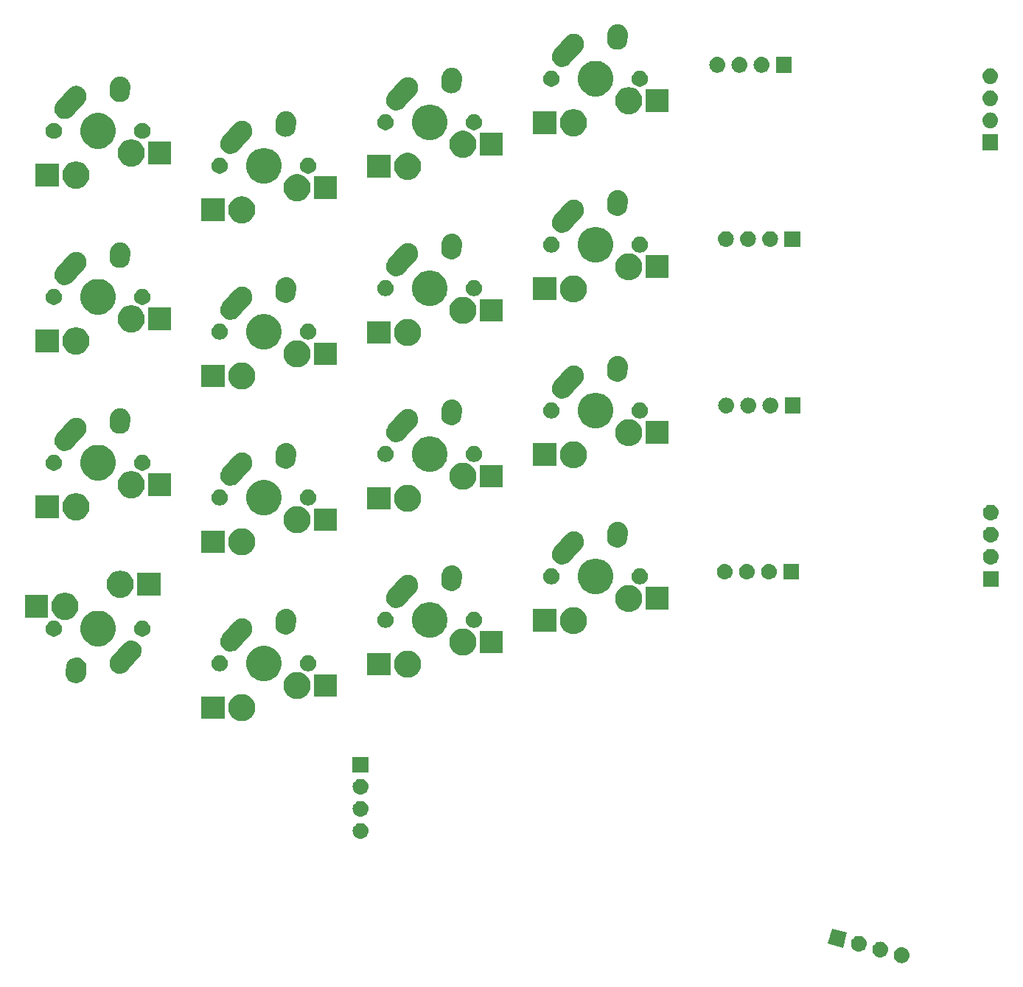
<source format=gbr>
G04 #@! TF.GenerationSoftware,KiCad,Pcbnew,(5.1.4)-1*
G04 #@! TF.CreationDate,2023-02-10T21:14:21-05:00*
G04 #@! TF.ProjectId,ThumbsUp,5468756d-6273-4557-902e-6b696361645f,rev?*
G04 #@! TF.SameCoordinates,Original*
G04 #@! TF.FileFunction,Soldermask,Bot*
G04 #@! TF.FilePolarity,Negative*
%FSLAX46Y46*%
G04 Gerber Fmt 4.6, Leading zero omitted, Abs format (unit mm)*
G04 Created by KiCad (PCBNEW (5.1.4)-1) date 2023-02-10 21:14:21*
%MOMM*%
%LPD*%
G04 APERTURE LIST*
%ADD10C,0.100000*%
G04 APERTURE END LIST*
D10*
G36*
X116303588Y-599690672D02*
G01*
X116369772Y-599697190D01*
X116539611Y-599748710D01*
X116696136Y-599832375D01*
X116731874Y-599861705D01*
X116833331Y-599944967D01*
X116916593Y-600046424D01*
X116945923Y-600082162D01*
X117029588Y-600238687D01*
X117081108Y-600408526D01*
X117098504Y-600585153D01*
X117081108Y-600761780D01*
X117029588Y-600931619D01*
X116945923Y-601088144D01*
X116916593Y-601123882D01*
X116833331Y-601225339D01*
X116731874Y-601308601D01*
X116696136Y-601337931D01*
X116539611Y-601421596D01*
X116369772Y-601473116D01*
X116303588Y-601479634D01*
X116237405Y-601486153D01*
X116148885Y-601486153D01*
X116082702Y-601479634D01*
X116016518Y-601473116D01*
X115846679Y-601421596D01*
X115690154Y-601337931D01*
X115654416Y-601308601D01*
X115552959Y-601225339D01*
X115469697Y-601123882D01*
X115440367Y-601088144D01*
X115356702Y-600931619D01*
X115305182Y-600761780D01*
X115287786Y-600585153D01*
X115305182Y-600408526D01*
X115356702Y-600238687D01*
X115440367Y-600082162D01*
X115469697Y-600046424D01*
X115552959Y-599944967D01*
X115654416Y-599861705D01*
X115690154Y-599832375D01*
X115846679Y-599748710D01*
X116016518Y-599697190D01*
X116082702Y-599690672D01*
X116148885Y-599684153D01*
X116237405Y-599684153D01*
X116303588Y-599690672D01*
X116303588Y-599690672D01*
G37*
G36*
X113850136Y-599033272D02*
G01*
X113916320Y-599039790D01*
X114086159Y-599091310D01*
X114242684Y-599174975D01*
X114278422Y-599204305D01*
X114379879Y-599287567D01*
X114463141Y-599389024D01*
X114492471Y-599424762D01*
X114576136Y-599581287D01*
X114627656Y-599751126D01*
X114645052Y-599927753D01*
X114627656Y-600104380D01*
X114576136Y-600274219D01*
X114492471Y-600430744D01*
X114463141Y-600466482D01*
X114379879Y-600567939D01*
X114278422Y-600651201D01*
X114242684Y-600680531D01*
X114086159Y-600764196D01*
X113916320Y-600815716D01*
X113850136Y-600822234D01*
X113783953Y-600828753D01*
X113695433Y-600828753D01*
X113629250Y-600822234D01*
X113563066Y-600815716D01*
X113393227Y-600764196D01*
X113236702Y-600680531D01*
X113200964Y-600651201D01*
X113099507Y-600567939D01*
X113016245Y-600466482D01*
X112986915Y-600430744D01*
X112903250Y-600274219D01*
X112851730Y-600104380D01*
X112834334Y-599927753D01*
X112851730Y-599751126D01*
X112903250Y-599581287D01*
X112986915Y-599424762D01*
X113016245Y-599389024D01*
X113099507Y-599287567D01*
X113200964Y-599204305D01*
X113236702Y-599174975D01*
X113393227Y-599091310D01*
X113563066Y-599039790D01*
X113629250Y-599033272D01*
X113695433Y-599026753D01*
X113783953Y-599026753D01*
X113850136Y-599033272D01*
X113850136Y-599033272D01*
G37*
G36*
X111396685Y-598375871D02*
G01*
X111462869Y-598382389D01*
X111632708Y-598433909D01*
X111789233Y-598517574D01*
X111824971Y-598546904D01*
X111926428Y-598630166D01*
X112009690Y-598731623D01*
X112039020Y-598767361D01*
X112122685Y-598923886D01*
X112174205Y-599093725D01*
X112191601Y-599270352D01*
X112174205Y-599446979D01*
X112122685Y-599616818D01*
X112039020Y-599773343D01*
X112009690Y-599809081D01*
X111926428Y-599910538D01*
X111824971Y-599993800D01*
X111789233Y-600023130D01*
X111632708Y-600106795D01*
X111462869Y-600158315D01*
X111396684Y-600164834D01*
X111330502Y-600171352D01*
X111241982Y-600171352D01*
X111175800Y-600164834D01*
X111109615Y-600158315D01*
X110939776Y-600106795D01*
X110783251Y-600023130D01*
X110747513Y-599993800D01*
X110646056Y-599910538D01*
X110562794Y-599809081D01*
X110533464Y-599773343D01*
X110449799Y-599616818D01*
X110398279Y-599446979D01*
X110380883Y-599270352D01*
X110398279Y-599093725D01*
X110449799Y-598923886D01*
X110533464Y-598767361D01*
X110562794Y-598731623D01*
X110646056Y-598630166D01*
X110747513Y-598546904D01*
X110783251Y-598517574D01*
X110939776Y-598433909D01*
X111109615Y-598382389D01*
X111175799Y-598375871D01*
X111241982Y-598369352D01*
X111330502Y-598369352D01*
X111396685Y-598375871D01*
X111396685Y-598375871D01*
G37*
G36*
X109936285Y-597975849D02*
G01*
X109469893Y-599716447D01*
X107729295Y-599250055D01*
X108195687Y-597509457D01*
X109936285Y-597975849D01*
X109936285Y-597975849D01*
G37*
G36*
X54143231Y-585418470D02*
G01*
X54209416Y-585424989D01*
X54379255Y-585476509D01*
X54535780Y-585560174D01*
X54571518Y-585589504D01*
X54672975Y-585672766D01*
X54756237Y-585774223D01*
X54785567Y-585809961D01*
X54869232Y-585966486D01*
X54920752Y-586136325D01*
X54938148Y-586312952D01*
X54920752Y-586489579D01*
X54869232Y-586659418D01*
X54785567Y-586815943D01*
X54756237Y-586851681D01*
X54672975Y-586953138D01*
X54571518Y-587036400D01*
X54535780Y-587065730D01*
X54379255Y-587149395D01*
X54209416Y-587200915D01*
X54143231Y-587207434D01*
X54077049Y-587213952D01*
X53988529Y-587213952D01*
X53922347Y-587207434D01*
X53856162Y-587200915D01*
X53686323Y-587149395D01*
X53529798Y-587065730D01*
X53494060Y-587036400D01*
X53392603Y-586953138D01*
X53309341Y-586851681D01*
X53280011Y-586815943D01*
X53196346Y-586659418D01*
X53144826Y-586489579D01*
X53127430Y-586312952D01*
X53144826Y-586136325D01*
X53196346Y-585966486D01*
X53280011Y-585809961D01*
X53309341Y-585774223D01*
X53392603Y-585672766D01*
X53494060Y-585589504D01*
X53529798Y-585560174D01*
X53686323Y-585476509D01*
X53856162Y-585424989D01*
X53922347Y-585418470D01*
X53988529Y-585411952D01*
X54077049Y-585411952D01*
X54143231Y-585418470D01*
X54143231Y-585418470D01*
G37*
G36*
X54143232Y-582878471D02*
G01*
X54209416Y-582884989D01*
X54379255Y-582936509D01*
X54535780Y-583020174D01*
X54571518Y-583049504D01*
X54672975Y-583132766D01*
X54756237Y-583234223D01*
X54785567Y-583269961D01*
X54869232Y-583426486D01*
X54920752Y-583596325D01*
X54938148Y-583772952D01*
X54920752Y-583949579D01*
X54869232Y-584119418D01*
X54785567Y-584275943D01*
X54756237Y-584311681D01*
X54672975Y-584413138D01*
X54571518Y-584496400D01*
X54535780Y-584525730D01*
X54379255Y-584609395D01*
X54209416Y-584660915D01*
X54143231Y-584667434D01*
X54077049Y-584673952D01*
X53988529Y-584673952D01*
X53922347Y-584667434D01*
X53856162Y-584660915D01*
X53686323Y-584609395D01*
X53529798Y-584525730D01*
X53494060Y-584496400D01*
X53392603Y-584413138D01*
X53309341Y-584311681D01*
X53280011Y-584275943D01*
X53196346Y-584119418D01*
X53144826Y-583949579D01*
X53127430Y-583772952D01*
X53144826Y-583596325D01*
X53196346Y-583426486D01*
X53280011Y-583269961D01*
X53309341Y-583234223D01*
X53392603Y-583132766D01*
X53494060Y-583049504D01*
X53529798Y-583020174D01*
X53686323Y-582936509D01*
X53856162Y-582884989D01*
X53922346Y-582878471D01*
X53988529Y-582871952D01*
X54077049Y-582871952D01*
X54143232Y-582878471D01*
X54143232Y-582878471D01*
G37*
G36*
X54143231Y-580338470D02*
G01*
X54209416Y-580344989D01*
X54379255Y-580396509D01*
X54535780Y-580480174D01*
X54571518Y-580509504D01*
X54672975Y-580592766D01*
X54756237Y-580694223D01*
X54785567Y-580729961D01*
X54869232Y-580886486D01*
X54920752Y-581056325D01*
X54938148Y-581232952D01*
X54920752Y-581409579D01*
X54869232Y-581579418D01*
X54785567Y-581735943D01*
X54756237Y-581771681D01*
X54672975Y-581873138D01*
X54571518Y-581956400D01*
X54535780Y-581985730D01*
X54379255Y-582069395D01*
X54209416Y-582120915D01*
X54143232Y-582127433D01*
X54077049Y-582133952D01*
X53988529Y-582133952D01*
X53922346Y-582127433D01*
X53856162Y-582120915D01*
X53686323Y-582069395D01*
X53529798Y-581985730D01*
X53494060Y-581956400D01*
X53392603Y-581873138D01*
X53309341Y-581771681D01*
X53280011Y-581735943D01*
X53196346Y-581579418D01*
X53144826Y-581409579D01*
X53127430Y-581232952D01*
X53144826Y-581056325D01*
X53196346Y-580886486D01*
X53280011Y-580729961D01*
X53309341Y-580694223D01*
X53392603Y-580592766D01*
X53494060Y-580509504D01*
X53529798Y-580480174D01*
X53686323Y-580396509D01*
X53856162Y-580344989D01*
X53922347Y-580338470D01*
X53988529Y-580331952D01*
X54077049Y-580331952D01*
X54143231Y-580338470D01*
X54143231Y-580338470D01*
G37*
G36*
X54933789Y-579593952D02*
G01*
X53131789Y-579593952D01*
X53131789Y-577791952D01*
X54933789Y-577791952D01*
X54933789Y-579593952D01*
X54933789Y-579593952D01*
G37*
G36*
X40695374Y-570621754D02*
G01*
X40845199Y-570651556D01*
X41127463Y-570768473D01*
X41381494Y-570938211D01*
X41597530Y-571154247D01*
X41767268Y-571408278D01*
X41884185Y-571690542D01*
X41943789Y-571990192D01*
X41943789Y-572295712D01*
X41884185Y-572595362D01*
X41767268Y-572877626D01*
X41597530Y-573131657D01*
X41381494Y-573347693D01*
X41127463Y-573517431D01*
X40845199Y-573634348D01*
X40695374Y-573664150D01*
X40545550Y-573693952D01*
X40240028Y-573693952D01*
X40090204Y-573664150D01*
X39940379Y-573634348D01*
X39658115Y-573517431D01*
X39404084Y-573347693D01*
X39188048Y-573131657D01*
X39018310Y-572877626D01*
X38901393Y-572595362D01*
X38841789Y-572295712D01*
X38841789Y-571990192D01*
X38901393Y-571690542D01*
X39018310Y-571408278D01*
X39188048Y-571154247D01*
X39404084Y-570938211D01*
X39658115Y-570768473D01*
X39940379Y-570651556D01*
X40090204Y-570621754D01*
X40240028Y-570591952D01*
X40545550Y-570591952D01*
X40695374Y-570621754D01*
X40695374Y-570621754D01*
G37*
G36*
X38416789Y-573443952D02*
G01*
X35764789Y-573443952D01*
X35764789Y-570841952D01*
X38416789Y-570841952D01*
X38416789Y-573443952D01*
X38416789Y-573443952D01*
G37*
G36*
X47034304Y-568079552D02*
G01*
X47195199Y-568111556D01*
X47477463Y-568228473D01*
X47731494Y-568398211D01*
X47947530Y-568614247D01*
X48117268Y-568868278D01*
X48234185Y-569150542D01*
X48293789Y-569450192D01*
X48293789Y-569755712D01*
X48234185Y-570055362D01*
X48117268Y-570337626D01*
X47947530Y-570591657D01*
X47731494Y-570807693D01*
X47477463Y-570977431D01*
X47195199Y-571094348D01*
X47045374Y-571124150D01*
X46895550Y-571153952D01*
X46590028Y-571153952D01*
X46440204Y-571124150D01*
X46290379Y-571094348D01*
X46008115Y-570977431D01*
X45754084Y-570807693D01*
X45538048Y-570591657D01*
X45368310Y-570337626D01*
X45251393Y-570055362D01*
X45191789Y-569755712D01*
X45191789Y-569450192D01*
X45251393Y-569150542D01*
X45368310Y-568868278D01*
X45538048Y-568614247D01*
X45754084Y-568398211D01*
X46008115Y-568228473D01*
X46290379Y-568111556D01*
X46451274Y-568079552D01*
X46590028Y-568051952D01*
X46895550Y-568051952D01*
X47034304Y-568079552D01*
X47034304Y-568079552D01*
G37*
G36*
X51343789Y-570903952D02*
G01*
X48691789Y-570903952D01*
X48691789Y-568301952D01*
X51343789Y-568301952D01*
X51343789Y-570903952D01*
X51343789Y-570903952D01*
G37*
G36*
X21692519Y-566422576D02*
G01*
X21909044Y-566504913D01*
X22105346Y-566627911D01*
X22273879Y-566786841D01*
X22408169Y-566975597D01*
X22503054Y-567186925D01*
X22554887Y-567412703D01*
X22559977Y-567586229D01*
X22519196Y-568177543D01*
X22519085Y-568179156D01*
X22518789Y-568187756D01*
X22518789Y-568258779D01*
X22499907Y-568353705D01*
X22499245Y-568357309D01*
X22483165Y-568452682D01*
X22480704Y-568459155D01*
X22474948Y-568479180D01*
X22473596Y-568485979D01*
X22470946Y-568492376D01*
X22436552Y-568575412D01*
X22435200Y-568578816D01*
X22400827Y-568669207D01*
X22397153Y-568675071D01*
X22387602Y-568693587D01*
X22384947Y-568699997D01*
X22331132Y-568780537D01*
X22329212Y-568783503D01*
X22277830Y-568865509D01*
X22273078Y-568870548D01*
X22260100Y-568886845D01*
X22256252Y-568892604D01*
X22187786Y-568961070D01*
X22185265Y-568963667D01*
X22118900Y-569034042D01*
X22113267Y-569038050D01*
X22097345Y-569051511D01*
X22092445Y-569056411D01*
X22011941Y-569110202D01*
X22008991Y-569112236D01*
X21930144Y-569168332D01*
X21923822Y-569171171D01*
X21905599Y-569181258D01*
X21899834Y-569185110D01*
X21810324Y-569222186D01*
X21807161Y-569223551D01*
X21718816Y-569263217D01*
X21712064Y-569264767D01*
X21692227Y-569271104D01*
X21685816Y-569273759D01*
X21590839Y-569292651D01*
X21587388Y-569293390D01*
X21493038Y-569315050D01*
X21486130Y-569315253D01*
X21465419Y-569317599D01*
X21458615Y-569318952D01*
X21361816Y-569318952D01*
X21358152Y-569319006D01*
X21261487Y-569321841D01*
X21261486Y-569321841D01*
X21254671Y-569320692D01*
X21233889Y-569318952D01*
X21226962Y-569318952D01*
X21132035Y-569300070D01*
X21128431Y-569299408D01*
X21101570Y-569294879D01*
X21033059Y-569283328D01*
X21026586Y-569280867D01*
X21006561Y-569275111D01*
X20999762Y-569273759D01*
X20940311Y-569249133D01*
X20910329Y-569236715D01*
X20906925Y-569235363D01*
X20876013Y-569223608D01*
X20816534Y-569200990D01*
X20810670Y-569197316D01*
X20792154Y-569187765D01*
X20785744Y-569185110D01*
X20705204Y-569131295D01*
X20702238Y-569129375D01*
X20620232Y-569077993D01*
X20615193Y-569073241D01*
X20598896Y-569060263D01*
X20593137Y-569056415D01*
X20524671Y-568987949D01*
X20522074Y-568985428D01*
X20451699Y-568919063D01*
X20447691Y-568913430D01*
X20434230Y-568897508D01*
X20429330Y-568892608D01*
X20414580Y-568870533D01*
X20375531Y-568812093D01*
X20373505Y-568809154D01*
X20317409Y-568730307D01*
X20314570Y-568723985D01*
X20304482Y-568705760D01*
X20300631Y-568699997D01*
X20263555Y-568610487D01*
X20262190Y-568607324D01*
X20222524Y-568518979D01*
X20220974Y-568512227D01*
X20214637Y-568492390D01*
X20211982Y-568485979D01*
X20193090Y-568391002D01*
X20192351Y-568387551D01*
X20170691Y-568293201D01*
X20170488Y-568286292D01*
X20168142Y-568265582D01*
X20166789Y-568258778D01*
X20166789Y-568161967D01*
X20166736Y-568158367D01*
X20165601Y-568119675D01*
X20166494Y-568106726D01*
X20166789Y-568098156D01*
X20166789Y-568027125D01*
X20173185Y-567994971D01*
X20175289Y-567979200D01*
X20213551Y-567424407D01*
X20242413Y-567253222D01*
X20324751Y-567036697D01*
X20447748Y-566840395D01*
X20553701Y-566728040D01*
X20606677Y-566671862D01*
X20726780Y-566586416D01*
X20795434Y-566537572D01*
X21006762Y-566442687D01*
X21232540Y-566390853D01*
X21464091Y-566384062D01*
X21692519Y-566422576D01*
X21692519Y-566422576D01*
G37*
G36*
X43529263Y-565096636D02*
G01*
X43747263Y-565186935D01*
X43901412Y-565250785D01*
X44236337Y-565474575D01*
X44521166Y-565759404D01*
X44744956Y-566094329D01*
X44777351Y-566172538D01*
X44899105Y-566466478D01*
X44977689Y-566861546D01*
X44977689Y-567264358D01*
X44899105Y-567659426D01*
X44835655Y-567812608D01*
X44744956Y-568031575D01*
X44521166Y-568366500D01*
X44236337Y-568651329D01*
X43901412Y-568875119D01*
X43808913Y-568913433D01*
X43529263Y-569029268D01*
X43134195Y-569107852D01*
X42731383Y-569107852D01*
X42336315Y-569029268D01*
X42056665Y-568913433D01*
X41964166Y-568875119D01*
X41629241Y-568651329D01*
X41344412Y-568366500D01*
X41120622Y-568031575D01*
X41029923Y-567812608D01*
X40966473Y-567659426D01*
X40887889Y-567264358D01*
X40887889Y-566861546D01*
X40966473Y-566466478D01*
X41088227Y-566172538D01*
X41120622Y-566094329D01*
X41344412Y-565759404D01*
X41629241Y-565474575D01*
X41964166Y-565250785D01*
X42118315Y-565186935D01*
X42336315Y-565096636D01*
X42731383Y-565018052D01*
X43134195Y-565018052D01*
X43529263Y-565096636D01*
X43529263Y-565096636D01*
G37*
G36*
X59745375Y-565621754D02*
G01*
X59895200Y-565651556D01*
X60177464Y-565768473D01*
X60431495Y-565938211D01*
X60647531Y-566154247D01*
X60817269Y-566408278D01*
X60934186Y-566690542D01*
X60953341Y-566786841D01*
X60993790Y-566990191D01*
X60993790Y-567295713D01*
X60968191Y-567424407D01*
X60934186Y-567595362D01*
X60817269Y-567877626D01*
X60647531Y-568131657D01*
X60431495Y-568347693D01*
X60177464Y-568517431D01*
X59895200Y-568634348D01*
X59745375Y-568664150D01*
X59595551Y-568693952D01*
X59290029Y-568693952D01*
X59140205Y-568664150D01*
X58990380Y-568634348D01*
X58708116Y-568517431D01*
X58454085Y-568347693D01*
X58238049Y-568131657D01*
X58068311Y-567877626D01*
X57951394Y-567595362D01*
X57917389Y-567424407D01*
X57891790Y-567295713D01*
X57891790Y-566990191D01*
X57932239Y-566786841D01*
X57951394Y-566690542D01*
X58068311Y-566408278D01*
X58238049Y-566154247D01*
X58454085Y-565938211D01*
X58708116Y-565768473D01*
X58990380Y-565651556D01*
X59140205Y-565621754D01*
X59290029Y-565591952D01*
X59595551Y-565591952D01*
X59745375Y-565621754D01*
X59745375Y-565621754D01*
G37*
G36*
X57466790Y-568443952D02*
G01*
X54814790Y-568443952D01*
X54814790Y-565841952D01*
X57466790Y-565841952D01*
X57466790Y-568443952D01*
X57466790Y-568443952D01*
G37*
G36*
X27860319Y-564433198D02*
G01*
X28085308Y-564488359D01*
X28195762Y-564539924D01*
X28295210Y-564586350D01*
X28295212Y-564586352D01*
X28295213Y-564586352D01*
X28481966Y-564723413D01*
X28638392Y-564894273D01*
X28758478Y-565092369D01*
X28837612Y-565310086D01*
X28872750Y-565539056D01*
X28862543Y-565770483D01*
X28807382Y-565995472D01*
X28761231Y-566094329D01*
X28709391Y-566205373D01*
X28709389Y-566205375D01*
X28709389Y-566205376D01*
X28606675Y-566345330D01*
X27427587Y-567659426D01*
X27320004Y-567779327D01*
X27309109Y-567793361D01*
X27296250Y-567812606D01*
X27239207Y-567869649D01*
X27234557Y-567874558D01*
X27219510Y-567891328D01*
X27198098Y-567910931D01*
X27194117Y-567914739D01*
X27132445Y-567976411D01*
X27118639Y-567985636D01*
X27103681Y-567997370D01*
X27091463Y-568008556D01*
X27016993Y-568053700D01*
X27012346Y-568056659D01*
X26939834Y-568105110D01*
X26939833Y-568105111D01*
X26939832Y-568105111D01*
X26924497Y-568111463D01*
X26907540Y-568120051D01*
X26893370Y-568128641D01*
X26811500Y-568158398D01*
X26806394Y-568160383D01*
X26725816Y-568193759D01*
X26709537Y-568196997D01*
X26691242Y-568202109D01*
X26675653Y-568207775D01*
X26589504Y-568220996D01*
X26584127Y-568221943D01*
X26498616Y-568238952D01*
X26482022Y-568238952D01*
X26463079Y-568240397D01*
X26446682Y-568242913D01*
X26359583Y-568239072D01*
X26354143Y-568238952D01*
X26266961Y-568238952D01*
X26250692Y-568235716D01*
X26231833Y-568233437D01*
X26215257Y-568232706D01*
X26130566Y-568211942D01*
X26125271Y-568210768D01*
X26039762Y-568193759D01*
X26024427Y-568187407D01*
X26006388Y-568181497D01*
X25990268Y-568177545D01*
X25911292Y-568140675D01*
X25906295Y-568138475D01*
X25825744Y-568105110D01*
X25811948Y-568095892D01*
X25795392Y-568086568D01*
X25780364Y-568079552D01*
X25710109Y-568027991D01*
X25705597Y-568024830D01*
X25633133Y-567976411D01*
X25621406Y-567964684D01*
X25606980Y-567952303D01*
X25593610Y-567942491D01*
X25564716Y-567910931D01*
X25534768Y-567878219D01*
X25530960Y-567874238D01*
X25469331Y-567812609D01*
X25469329Y-567812606D01*
X25460115Y-567798817D01*
X25448381Y-567783859D01*
X25437183Y-567771628D01*
X25392007Y-567697104D01*
X25389074Y-567692496D01*
X25340631Y-567619997D01*
X25334284Y-567604674D01*
X25325695Y-567587716D01*
X25317098Y-567573535D01*
X25287321Y-567491610D01*
X25285342Y-567486517D01*
X25251982Y-567405979D01*
X25248747Y-567389715D01*
X25243635Y-567371420D01*
X25237964Y-567355818D01*
X25224734Y-567269610D01*
X25223788Y-567264239D01*
X25206789Y-567178779D01*
X25206789Y-567162200D01*
X25205344Y-567143258D01*
X25202826Y-567126847D01*
X25206670Y-567039703D01*
X25206789Y-567034263D01*
X25206789Y-566947127D01*
X25210023Y-566930869D01*
X25212301Y-566912011D01*
X25213033Y-566895422D01*
X25233797Y-566810730D01*
X25234981Y-566805394D01*
X25238672Y-566786841D01*
X25251982Y-566719925D01*
X25258327Y-566704606D01*
X25264243Y-566686548D01*
X25268194Y-566670433D01*
X25305077Y-566591429D01*
X25307269Y-566586449D01*
X25340631Y-566505907D01*
X25349841Y-566492124D01*
X25359171Y-566475557D01*
X25366186Y-566460530D01*
X25404533Y-566408280D01*
X25417764Y-566390252D01*
X25420915Y-566385754D01*
X25447926Y-566345330D01*
X25469330Y-566313296D01*
X25526336Y-566256290D01*
X25530972Y-566251396D01*
X26170127Y-565539056D01*
X26856065Y-564774576D01*
X26984107Y-564657352D01*
X26984106Y-564657352D01*
X26984110Y-564657349D01*
X27182205Y-564537263D01*
X27399922Y-564458129D01*
X27628893Y-564422991D01*
X27860319Y-564433198D01*
X27860319Y-564433198D01*
G37*
G36*
X38122893Y-566172537D02*
G01*
X38291415Y-566242341D01*
X38443080Y-566343680D01*
X38572061Y-566472661D01*
X38673400Y-566624326D01*
X38743204Y-566792848D01*
X38778789Y-566971749D01*
X38778789Y-567154155D01*
X38743204Y-567333056D01*
X38673400Y-567501578D01*
X38572061Y-567653243D01*
X38443080Y-567782224D01*
X38291415Y-567883563D01*
X38122893Y-567953367D01*
X37943992Y-567988952D01*
X37761586Y-567988952D01*
X37582685Y-567953367D01*
X37414163Y-567883563D01*
X37262498Y-567782224D01*
X37133517Y-567653243D01*
X37032178Y-567501578D01*
X36962374Y-567333056D01*
X36926789Y-567154155D01*
X36926789Y-566971749D01*
X36962374Y-566792848D01*
X37032178Y-566624326D01*
X37133517Y-566472661D01*
X37262498Y-566343680D01*
X37414163Y-566242341D01*
X37582685Y-566172537D01*
X37761586Y-566136952D01*
X37943992Y-566136952D01*
X38122893Y-566172537D01*
X38122893Y-566172537D01*
G37*
G36*
X48282893Y-566172537D02*
G01*
X48451415Y-566242341D01*
X48603080Y-566343680D01*
X48732061Y-566472661D01*
X48833400Y-566624326D01*
X48903204Y-566792848D01*
X48938789Y-566971749D01*
X48938789Y-567154155D01*
X48903204Y-567333056D01*
X48833400Y-567501578D01*
X48732061Y-567653243D01*
X48603080Y-567782224D01*
X48451415Y-567883563D01*
X48282893Y-567953367D01*
X48103992Y-567988952D01*
X47921586Y-567988952D01*
X47742685Y-567953367D01*
X47574163Y-567883563D01*
X47422498Y-567782224D01*
X47293517Y-567653243D01*
X47192178Y-567501578D01*
X47122374Y-567333056D01*
X47086789Y-567154155D01*
X47086789Y-566971749D01*
X47122374Y-566792848D01*
X47192178Y-566624326D01*
X47293517Y-566472661D01*
X47422498Y-566343680D01*
X47574163Y-566242341D01*
X47742685Y-566172537D01*
X47921586Y-566136952D01*
X48103992Y-566136952D01*
X48282893Y-566172537D01*
X48282893Y-566172537D01*
G37*
G36*
X66095375Y-563081754D02*
G01*
X66245200Y-563111556D01*
X66527464Y-563228473D01*
X66781495Y-563398211D01*
X66997531Y-563614247D01*
X67167269Y-563868278D01*
X67284186Y-564150542D01*
X67284186Y-564150543D01*
X67338380Y-564422991D01*
X67343790Y-564450192D01*
X67343790Y-564755712D01*
X67284186Y-565055362D01*
X67167269Y-565337626D01*
X66997531Y-565591657D01*
X66781495Y-565807693D01*
X66527464Y-565977431D01*
X66245200Y-566094348D01*
X66095375Y-566124150D01*
X65945551Y-566153952D01*
X65640029Y-566153952D01*
X65490205Y-566124150D01*
X65340380Y-566094348D01*
X65058116Y-565977431D01*
X64804085Y-565807693D01*
X64588049Y-565591657D01*
X64418311Y-565337626D01*
X64301394Y-565055362D01*
X64241790Y-564755712D01*
X64241790Y-564450192D01*
X64247201Y-564422991D01*
X64301394Y-564150543D01*
X64301394Y-564150542D01*
X64418311Y-563868278D01*
X64588049Y-563614247D01*
X64804085Y-563398211D01*
X65058116Y-563228473D01*
X65340380Y-563111556D01*
X65490205Y-563081754D01*
X65640029Y-563051952D01*
X65945551Y-563051952D01*
X66095375Y-563081754D01*
X66095375Y-563081754D01*
G37*
G36*
X70393790Y-565903952D02*
G01*
X67741790Y-565903952D01*
X67741790Y-563301952D01*
X70393790Y-563301952D01*
X70393790Y-565903952D01*
X70393790Y-565903952D01*
G37*
G36*
X40455994Y-561886833D02*
G01*
X40461434Y-561886952D01*
X40548617Y-561886952D01*
X40564886Y-561890188D01*
X40583745Y-561892467D01*
X40600321Y-561893198D01*
X40685012Y-561913962D01*
X40690307Y-561915136D01*
X40775816Y-561932145D01*
X40791151Y-561938497D01*
X40809190Y-561944407D01*
X40825310Y-561948359D01*
X40904293Y-561985232D01*
X40909283Y-561987429D01*
X40989834Y-562020794D01*
X41003630Y-562030012D01*
X41020182Y-562039334D01*
X41035215Y-562046352D01*
X41105483Y-562097923D01*
X41109981Y-562101074D01*
X41182445Y-562149493D01*
X41194172Y-562161220D01*
X41208598Y-562173600D01*
X41221968Y-562183413D01*
X41275918Y-562242341D01*
X41280810Y-562247685D01*
X41284618Y-562251666D01*
X41346248Y-562313296D01*
X41355463Y-562327087D01*
X41367185Y-562342030D01*
X41378394Y-562354273D01*
X41423588Y-562428826D01*
X41426535Y-562433453D01*
X41474947Y-562505907D01*
X41481294Y-562521229D01*
X41489881Y-562538183D01*
X41498480Y-562552369D01*
X41528267Y-562634320D01*
X41530241Y-562639400D01*
X41563596Y-562719925D01*
X41563596Y-562719926D01*
X41566830Y-562736185D01*
X41571947Y-562754494D01*
X41577614Y-562770086D01*
X41590844Y-562856297D01*
X41591790Y-562861665D01*
X41608789Y-562947125D01*
X41608789Y-562963704D01*
X41610233Y-562982644D01*
X41612752Y-562999056D01*
X41608909Y-563086201D01*
X41608789Y-563091641D01*
X41608789Y-563178777D01*
X41605555Y-563195035D01*
X41603277Y-563213893D01*
X41602545Y-563230483D01*
X41581777Y-563315189D01*
X41580601Y-563320489D01*
X41563596Y-563405979D01*
X41557246Y-563421309D01*
X41551338Y-563439345D01*
X41547384Y-563455472D01*
X41510500Y-563534478D01*
X41508300Y-563539475D01*
X41474947Y-563619997D01*
X41465733Y-563633787D01*
X41456411Y-563650339D01*
X41449391Y-563665376D01*
X41397800Y-563735672D01*
X41394655Y-563740162D01*
X41346250Y-563812606D01*
X41289249Y-563869607D01*
X41284600Y-563874515D01*
X40493935Y-564755713D01*
X39959512Y-565351328D01*
X39831468Y-565468554D01*
X39732420Y-565528597D01*
X39633372Y-565588641D01*
X39415655Y-565667775D01*
X39186684Y-565702913D01*
X38955259Y-565692706D01*
X38730270Y-565637545D01*
X38632608Y-565591952D01*
X38520368Y-565539554D01*
X38423627Y-565468554D01*
X38333612Y-565402491D01*
X38249014Y-565310086D01*
X38177187Y-565231631D01*
X38095353Y-565096637D01*
X38057100Y-565033535D01*
X37977966Y-564815818D01*
X37942828Y-564586847D01*
X37953035Y-564355422D01*
X38008196Y-564130433D01*
X38074246Y-563988952D01*
X38106187Y-563920532D01*
X38139516Y-563875119D01*
X38208903Y-563780574D01*
X38964034Y-562938979D01*
X39495576Y-562346573D01*
X39506470Y-562332541D01*
X39519328Y-562313298D01*
X39576362Y-562256264D01*
X39581012Y-562251355D01*
X39596067Y-562234576D01*
X39617490Y-562214963D01*
X39621471Y-562211155D01*
X39683135Y-562149491D01*
X39696932Y-562140272D01*
X39711891Y-562128537D01*
X39724110Y-562117350D01*
X39756174Y-562097913D01*
X39798619Y-562072183D01*
X39803210Y-562069260D01*
X39875744Y-562020794D01*
X39891089Y-562014438D01*
X39908037Y-562005853D01*
X39922205Y-561997264D01*
X39922206Y-561997264D01*
X39922207Y-561997263D01*
X40004101Y-561967497D01*
X40009199Y-561965515D01*
X40089762Y-561932145D01*
X40106041Y-561928907D01*
X40124331Y-561923796D01*
X40139924Y-561918129D01*
X40226089Y-561904906D01*
X40231452Y-561903961D01*
X40316962Y-561886952D01*
X40333555Y-561886952D01*
X40352498Y-561885507D01*
X40368895Y-561882991D01*
X40455994Y-561886833D01*
X40455994Y-561886833D01*
G37*
G36*
X24479263Y-561096636D02*
G01*
X24618348Y-561154247D01*
X24851412Y-561250785D01*
X25186337Y-561474575D01*
X25471166Y-561759404D01*
X25694956Y-562094329D01*
X25731856Y-562183414D01*
X25849105Y-562466478D01*
X25927689Y-562861546D01*
X25927689Y-563264358D01*
X25849105Y-563659426D01*
X25785655Y-563812608D01*
X25694956Y-564031575D01*
X25471166Y-564366500D01*
X25186337Y-564651329D01*
X24851412Y-564875119D01*
X24697263Y-564938969D01*
X24479263Y-565029268D01*
X24084195Y-565107852D01*
X23681383Y-565107852D01*
X23286315Y-565029268D01*
X23068315Y-564938969D01*
X22914166Y-564875119D01*
X22579241Y-564651329D01*
X22294412Y-564366500D01*
X22070622Y-564031575D01*
X21979923Y-563812608D01*
X21916473Y-563659426D01*
X21837889Y-563264358D01*
X21837889Y-562861546D01*
X21916473Y-562466478D01*
X22033722Y-562183414D01*
X22070622Y-562094329D01*
X22294412Y-561759404D01*
X22579241Y-561474575D01*
X22914166Y-561250785D01*
X23147230Y-561154247D01*
X23286315Y-561096636D01*
X23681383Y-561018052D01*
X24084195Y-561018052D01*
X24479263Y-561096636D01*
X24479263Y-561096636D01*
G37*
G36*
X62579264Y-560096636D02*
G01*
X62797264Y-560186935D01*
X62951413Y-560250785D01*
X63286338Y-560474575D01*
X63571167Y-560759404D01*
X63794957Y-561094329D01*
X63827352Y-561172538D01*
X63949106Y-561466478D01*
X64027690Y-561861546D01*
X64027690Y-562264358D01*
X63949106Y-562659426D01*
X63893840Y-562792849D01*
X63794957Y-563031575D01*
X63571167Y-563366500D01*
X63286338Y-563651329D01*
X62951413Y-563875119D01*
X62797264Y-563938969D01*
X62579264Y-564029268D01*
X62184196Y-564107852D01*
X61781384Y-564107852D01*
X61386316Y-564029268D01*
X61168316Y-563938969D01*
X61014167Y-563875119D01*
X60679242Y-563651329D01*
X60394413Y-563366500D01*
X60170623Y-563031575D01*
X60071740Y-562792849D01*
X60016474Y-562659426D01*
X59937890Y-562264358D01*
X59937890Y-561861546D01*
X60016474Y-561466478D01*
X60138228Y-561172538D01*
X60170623Y-561094329D01*
X60394413Y-560759404D01*
X60679242Y-560474575D01*
X61014167Y-560250785D01*
X61168316Y-560186935D01*
X61386316Y-560096636D01*
X61781384Y-560018052D01*
X62184196Y-560018052D01*
X62579264Y-560096636D01*
X62579264Y-560096636D01*
G37*
G36*
X29232893Y-562172537D02*
G01*
X29401415Y-562242341D01*
X29553080Y-562343680D01*
X29682061Y-562472661D01*
X29783400Y-562624326D01*
X29853204Y-562792848D01*
X29888789Y-562971749D01*
X29888789Y-563154155D01*
X29853204Y-563333056D01*
X29783400Y-563501578D01*
X29682061Y-563653243D01*
X29553080Y-563782224D01*
X29401415Y-563883563D01*
X29232893Y-563953367D01*
X29053992Y-563988952D01*
X28871586Y-563988952D01*
X28692685Y-563953367D01*
X28524163Y-563883563D01*
X28372498Y-563782224D01*
X28243517Y-563653243D01*
X28142178Y-563501578D01*
X28072374Y-563333056D01*
X28036789Y-563154155D01*
X28036789Y-562971749D01*
X28072374Y-562792848D01*
X28142178Y-562624326D01*
X28243517Y-562472661D01*
X28372498Y-562343680D01*
X28524163Y-562242341D01*
X28692685Y-562172537D01*
X28871586Y-562136952D01*
X29053992Y-562136952D01*
X29232893Y-562172537D01*
X29232893Y-562172537D01*
G37*
G36*
X19072893Y-562172537D02*
G01*
X19241415Y-562242341D01*
X19393080Y-562343680D01*
X19522061Y-562472661D01*
X19623400Y-562624326D01*
X19693204Y-562792848D01*
X19728789Y-562971749D01*
X19728789Y-563154155D01*
X19693204Y-563333056D01*
X19623400Y-563501578D01*
X19522061Y-563653243D01*
X19393080Y-563782224D01*
X19241415Y-563883563D01*
X19072893Y-563953367D01*
X18893992Y-563988952D01*
X18711586Y-563988952D01*
X18532685Y-563953367D01*
X18364163Y-563883563D01*
X18212498Y-563782224D01*
X18083517Y-563653243D01*
X17982178Y-563501578D01*
X17912374Y-563333056D01*
X17876789Y-563154155D01*
X17876789Y-562971749D01*
X17912374Y-562792848D01*
X17982178Y-562624326D01*
X18083517Y-562472661D01*
X18212498Y-562343680D01*
X18364163Y-562242341D01*
X18532685Y-562172537D01*
X18711586Y-562136952D01*
X18893992Y-562136952D01*
X19072893Y-562172537D01*
X19072893Y-562172537D01*
G37*
G36*
X45560916Y-560805213D02*
G01*
X45581689Y-560806952D01*
X45588616Y-560806952D01*
X45683543Y-560825834D01*
X45687137Y-560826494D01*
X45782519Y-560842576D01*
X45788992Y-560845037D01*
X45809017Y-560850793D01*
X45815816Y-560852145D01*
X45878203Y-560877986D01*
X45905232Y-560889182D01*
X45908633Y-560890533D01*
X45999044Y-560924913D01*
X46004916Y-560928592D01*
X46023425Y-560938139D01*
X46029834Y-560940794D01*
X46110352Y-560994594D01*
X46113343Y-560996530D01*
X46195346Y-561047911D01*
X46200373Y-561052652D01*
X46216685Y-561065643D01*
X46222441Y-561069489D01*
X46290899Y-561137947D01*
X46293478Y-561140451D01*
X46363879Y-561206841D01*
X46367884Y-561212471D01*
X46381348Y-561228396D01*
X46386248Y-561233296D01*
X46402504Y-561257624D01*
X46440033Y-561313791D01*
X46442080Y-561316759D01*
X46498169Y-561395597D01*
X46501003Y-561401910D01*
X46511097Y-561420145D01*
X46514947Y-561425907D01*
X46552009Y-561515382D01*
X46553413Y-561518637D01*
X46593054Y-561606925D01*
X46594604Y-561613677D01*
X46600941Y-561633514D01*
X46603596Y-561639925D01*
X46621054Y-561727693D01*
X46622481Y-561734869D01*
X46623227Y-561738353D01*
X46644887Y-561832703D01*
X46644887Y-561832706D01*
X46645089Y-561839606D01*
X46647436Y-561860322D01*
X46648789Y-561867126D01*
X46648789Y-561963938D01*
X46648842Y-561967536D01*
X46649977Y-562006229D01*
X46649084Y-562019177D01*
X46648789Y-562027749D01*
X46648789Y-562098778D01*
X46642870Y-562128537D01*
X46642393Y-562130931D01*
X46640289Y-562146702D01*
X46602027Y-562701497D01*
X46573165Y-562872682D01*
X46490827Y-563089207D01*
X46367830Y-563285509D01*
X46208900Y-563454042D01*
X46020144Y-563588332D01*
X45808816Y-563683217D01*
X45583038Y-563735050D01*
X45351487Y-563741841D01*
X45351486Y-563741841D01*
X45305801Y-563734138D01*
X45123059Y-563703328D01*
X44906534Y-563620990D01*
X44710232Y-563497993D01*
X44541699Y-563339063D01*
X44407409Y-563150307D01*
X44312524Y-562938979D01*
X44260691Y-562713201D01*
X44255601Y-562539675D01*
X44296493Y-561946746D01*
X44296789Y-561938148D01*
X44296789Y-561867127D01*
X44315671Y-561772202D01*
X44316333Y-561768597D01*
X44317883Y-561759405D01*
X44332413Y-561673222D01*
X44334874Y-561666751D01*
X44340631Y-561646719D01*
X44341982Y-561639926D01*
X44348443Y-561624327D01*
X44379053Y-561550428D01*
X44380342Y-561547182D01*
X44414751Y-561456697D01*
X44418425Y-561450833D01*
X44427976Y-561432317D01*
X44430631Y-561425907D01*
X44484446Y-561345367D01*
X44486366Y-561342401D01*
X44537748Y-561260395D01*
X44542500Y-561255356D01*
X44555478Y-561239059D01*
X44559326Y-561233300D01*
X44627782Y-561164844D01*
X44630335Y-561162214D01*
X44650812Y-561140500D01*
X44696678Y-561091862D01*
X44702310Y-561087855D01*
X44718236Y-561074390D01*
X44723135Y-561069491D01*
X44803613Y-561015718D01*
X44806595Y-561013662D01*
X44885434Y-560957572D01*
X44891744Y-560954739D01*
X44909983Y-560944643D01*
X44915740Y-560940796D01*
X44915743Y-560940795D01*
X44915744Y-560940794D01*
X45005218Y-560903733D01*
X45008476Y-560902327D01*
X45096762Y-560862687D01*
X45103514Y-560861137D01*
X45123351Y-560854800D01*
X45129762Y-560852145D01*
X45224688Y-560833263D01*
X45228235Y-560832503D01*
X45322540Y-560810853D01*
X45324919Y-560810783D01*
X45329454Y-560810650D01*
X45350170Y-560808303D01*
X45356963Y-560806952D01*
X45453748Y-560806952D01*
X45457373Y-560806899D01*
X45554091Y-560804062D01*
X45560916Y-560805213D01*
X45560916Y-560805213D01*
G37*
G36*
X78795374Y-560621754D02*
G01*
X78945199Y-560651556D01*
X79227463Y-560768473D01*
X79481494Y-560938211D01*
X79697530Y-561154247D01*
X79867268Y-561408278D01*
X79984185Y-561690542D01*
X79991575Y-561727693D01*
X80043789Y-561990191D01*
X80043789Y-562295713D01*
X80033672Y-562346573D01*
X79984185Y-562595362D01*
X79867268Y-562877626D01*
X79697530Y-563131657D01*
X79481494Y-563347693D01*
X79227463Y-563517431D01*
X78945199Y-563634348D01*
X78850212Y-563653242D01*
X78645550Y-563693952D01*
X78340028Y-563693952D01*
X78135366Y-563653242D01*
X78040379Y-563634348D01*
X77758115Y-563517431D01*
X77504084Y-563347693D01*
X77288048Y-563131657D01*
X77118310Y-562877626D01*
X77001393Y-562595362D01*
X76951906Y-562346573D01*
X76941789Y-562295713D01*
X76941789Y-561990191D01*
X76994003Y-561727693D01*
X77001393Y-561690542D01*
X77118310Y-561408278D01*
X77288048Y-561154247D01*
X77504084Y-560938211D01*
X77758115Y-560768473D01*
X78040379Y-560651556D01*
X78190204Y-560621754D01*
X78340028Y-560591952D01*
X78645550Y-560591952D01*
X78795374Y-560621754D01*
X78795374Y-560621754D01*
G37*
G36*
X76516789Y-563443952D02*
G01*
X73864789Y-563443952D01*
X73864789Y-560841952D01*
X76516789Y-560841952D01*
X76516789Y-563443952D01*
X76516789Y-563443952D01*
G37*
G36*
X67332894Y-561172537D02*
G01*
X67501416Y-561242341D01*
X67653081Y-561343680D01*
X67782062Y-561472661D01*
X67883401Y-561624326D01*
X67953205Y-561792848D01*
X67988790Y-561971749D01*
X67988790Y-562154155D01*
X67953205Y-562333056D01*
X67883401Y-562501578D01*
X67782062Y-562653243D01*
X67653081Y-562782224D01*
X67501416Y-562883563D01*
X67332894Y-562953367D01*
X67153993Y-562988952D01*
X66971587Y-562988952D01*
X66792686Y-562953367D01*
X66624164Y-562883563D01*
X66472499Y-562782224D01*
X66343518Y-562653243D01*
X66242179Y-562501578D01*
X66172375Y-562333056D01*
X66136790Y-562154155D01*
X66136790Y-561971749D01*
X66172375Y-561792848D01*
X66242179Y-561624326D01*
X66343518Y-561472661D01*
X66472499Y-561343680D01*
X66624164Y-561242341D01*
X66792686Y-561172537D01*
X66971587Y-561136952D01*
X67153993Y-561136952D01*
X67332894Y-561172537D01*
X67332894Y-561172537D01*
G37*
G36*
X57172894Y-561172537D02*
G01*
X57341416Y-561242341D01*
X57493081Y-561343680D01*
X57622062Y-561472661D01*
X57723401Y-561624326D01*
X57793205Y-561792848D01*
X57828790Y-561971749D01*
X57828790Y-562154155D01*
X57793205Y-562333056D01*
X57723401Y-562501578D01*
X57622062Y-562653243D01*
X57493081Y-562782224D01*
X57341416Y-562883563D01*
X57172894Y-562953367D01*
X56993993Y-562988952D01*
X56811587Y-562988952D01*
X56632686Y-562953367D01*
X56464164Y-562883563D01*
X56312499Y-562782224D01*
X56183518Y-562653243D01*
X56082179Y-562501578D01*
X56012375Y-562333056D01*
X55976790Y-562154155D01*
X55976790Y-561971749D01*
X56012375Y-561792848D01*
X56082179Y-561624326D01*
X56183518Y-561472661D01*
X56312499Y-561343680D01*
X56464164Y-561242341D01*
X56632686Y-561172537D01*
X56811587Y-561136952D01*
X56993993Y-561136952D01*
X57172894Y-561172537D01*
X57172894Y-561172537D01*
G37*
G36*
X20375374Y-559001754D02*
G01*
X20525199Y-559031556D01*
X20807463Y-559148473D01*
X21061494Y-559318211D01*
X21277530Y-559534247D01*
X21447268Y-559788278D01*
X21564185Y-560070542D01*
X21593987Y-560220367D01*
X21623789Y-560370191D01*
X21623789Y-560675713D01*
X21605338Y-560768473D01*
X21564185Y-560975362D01*
X21447268Y-561257626D01*
X21277530Y-561511657D01*
X21061494Y-561727693D01*
X20807463Y-561897431D01*
X20525199Y-562014348D01*
X20375374Y-562044150D01*
X20225550Y-562073952D01*
X19920028Y-562073952D01*
X19770204Y-562044150D01*
X19620379Y-562014348D01*
X19338115Y-561897431D01*
X19084084Y-561727693D01*
X18868048Y-561511657D01*
X18698310Y-561257626D01*
X18581393Y-560975362D01*
X18540240Y-560768473D01*
X18521789Y-560675713D01*
X18521789Y-560370191D01*
X18551591Y-560220367D01*
X18581393Y-560070542D01*
X18698310Y-559788278D01*
X18868048Y-559534247D01*
X19084084Y-559318211D01*
X19338115Y-559148473D01*
X19620379Y-559031556D01*
X19770204Y-559001754D01*
X19920028Y-558971952D01*
X20225550Y-558971952D01*
X20375374Y-559001754D01*
X20375374Y-559001754D01*
G37*
G36*
X18123789Y-561823952D02*
G01*
X15471789Y-561823952D01*
X15471789Y-559221952D01*
X18123789Y-559221952D01*
X18123789Y-561823952D01*
X18123789Y-561823952D01*
G37*
G36*
X85145374Y-558081754D02*
G01*
X85295199Y-558111556D01*
X85577463Y-558228473D01*
X85831494Y-558398211D01*
X86047530Y-558614247D01*
X86217268Y-558868278D01*
X86334185Y-559150542D01*
X86393789Y-559450192D01*
X86393789Y-559755712D01*
X86334185Y-560055362D01*
X86217268Y-560337626D01*
X86047530Y-560591657D01*
X85831494Y-560807693D01*
X85577463Y-560977431D01*
X85295199Y-561094348D01*
X85145374Y-561124150D01*
X84995550Y-561153952D01*
X84690028Y-561153952D01*
X84540204Y-561124150D01*
X84390379Y-561094348D01*
X84108115Y-560977431D01*
X83854084Y-560807693D01*
X83638048Y-560591657D01*
X83468310Y-560337626D01*
X83351393Y-560055362D01*
X83291789Y-559755712D01*
X83291789Y-559450192D01*
X83351393Y-559150542D01*
X83468310Y-558868278D01*
X83638048Y-558614247D01*
X83854084Y-558398211D01*
X84108115Y-558228473D01*
X84390379Y-558111556D01*
X84540204Y-558081754D01*
X84690028Y-558051952D01*
X84995550Y-558051952D01*
X85145374Y-558081754D01*
X85145374Y-558081754D01*
G37*
G36*
X89443789Y-560903952D02*
G01*
X86791789Y-560903952D01*
X86791789Y-558301952D01*
X89443789Y-558301952D01*
X89443789Y-560903952D01*
X89443789Y-560903952D01*
G37*
G36*
X59505995Y-556886833D02*
G01*
X59511435Y-556886952D01*
X59598618Y-556886952D01*
X59614887Y-556890188D01*
X59633746Y-556892467D01*
X59650322Y-556893198D01*
X59735013Y-556913962D01*
X59740308Y-556915136D01*
X59825817Y-556932145D01*
X59841152Y-556938497D01*
X59859191Y-556944407D01*
X59875311Y-556948359D01*
X59954294Y-556985232D01*
X59959284Y-556987429D01*
X60039835Y-557020794D01*
X60053631Y-557030012D01*
X60070183Y-557039334D01*
X60085216Y-557046352D01*
X60155484Y-557097923D01*
X60159982Y-557101074D01*
X60232446Y-557149493D01*
X60244173Y-557161220D01*
X60258599Y-557173600D01*
X60271969Y-557183413D01*
X60271970Y-557183414D01*
X60330811Y-557247685D01*
X60334619Y-557251666D01*
X60396249Y-557313296D01*
X60405464Y-557327087D01*
X60417186Y-557342030D01*
X60428395Y-557354273D01*
X60473589Y-557428826D01*
X60476536Y-557433453D01*
X60524948Y-557505907D01*
X60531295Y-557521229D01*
X60539882Y-557538183D01*
X60548481Y-557552369D01*
X60578268Y-557634320D01*
X60580242Y-557639400D01*
X60613597Y-557719925D01*
X60613597Y-557719926D01*
X60616831Y-557736185D01*
X60621948Y-557754494D01*
X60627615Y-557770086D01*
X60640845Y-557856297D01*
X60641791Y-557861665D01*
X60658790Y-557947125D01*
X60658790Y-557963704D01*
X60660234Y-557982644D01*
X60662753Y-557999056D01*
X60658910Y-558086201D01*
X60658790Y-558091641D01*
X60658790Y-558178777D01*
X60655556Y-558195035D01*
X60653278Y-558213893D01*
X60652546Y-558230483D01*
X60631778Y-558315189D01*
X60630602Y-558320489D01*
X60613597Y-558405979D01*
X60607247Y-558421309D01*
X60601339Y-558439345D01*
X60597385Y-558455472D01*
X60560501Y-558534478D01*
X60558301Y-558539475D01*
X60524948Y-558619997D01*
X60515734Y-558633787D01*
X60506412Y-558650339D01*
X60499392Y-558665376D01*
X60447801Y-558735672D01*
X60444656Y-558740162D01*
X60396251Y-558812606D01*
X60339250Y-558869607D01*
X60334601Y-558874515D01*
X59543936Y-559755713D01*
X59009513Y-560351328D01*
X58881469Y-560468554D01*
X58782420Y-560528598D01*
X58683373Y-560588641D01*
X58465656Y-560667775D01*
X58236685Y-560702913D01*
X58005260Y-560692706D01*
X57780271Y-560637545D01*
X57682609Y-560591952D01*
X57570369Y-560539554D01*
X57473628Y-560468554D01*
X57383613Y-560402491D01*
X57309184Y-560321193D01*
X57227188Y-560231631D01*
X57145354Y-560096637D01*
X57107101Y-560033535D01*
X57027967Y-559815818D01*
X56992829Y-559586847D01*
X57003036Y-559355422D01*
X57058197Y-559130433D01*
X57109762Y-559019980D01*
X57156188Y-558920532D01*
X57189517Y-558875119D01*
X57258904Y-558780574D01*
X58014035Y-557938979D01*
X58545577Y-557346573D01*
X58556471Y-557332541D01*
X58569329Y-557313298D01*
X58626363Y-557256264D01*
X58631013Y-557251355D01*
X58646068Y-557234576D01*
X58667491Y-557214963D01*
X58671472Y-557211155D01*
X58733136Y-557149491D01*
X58746933Y-557140272D01*
X58761892Y-557128537D01*
X58774111Y-557117350D01*
X58806175Y-557097913D01*
X58848620Y-557072183D01*
X58853211Y-557069260D01*
X58925745Y-557020794D01*
X58941090Y-557014438D01*
X58958038Y-557005853D01*
X58972206Y-556997264D01*
X58972207Y-556997264D01*
X58972208Y-556997263D01*
X59054102Y-556967497D01*
X59059200Y-556965515D01*
X59139763Y-556932145D01*
X59156042Y-556928907D01*
X59174332Y-556923796D01*
X59189925Y-556918129D01*
X59276090Y-556904906D01*
X59281453Y-556903961D01*
X59366963Y-556886952D01*
X59383556Y-556886952D01*
X59402499Y-556885507D01*
X59418896Y-556882991D01*
X59505995Y-556886833D01*
X59505995Y-556886833D01*
G37*
G36*
X26635581Y-556443893D02*
G01*
X26875199Y-556491556D01*
X27157463Y-556608473D01*
X27411494Y-556778211D01*
X27627530Y-556994247D01*
X27797268Y-557248278D01*
X27914185Y-557530542D01*
X27938592Y-557653243D01*
X27973789Y-557830191D01*
X27973789Y-558135713D01*
X27955338Y-558228473D01*
X27914185Y-558435362D01*
X27797268Y-558717626D01*
X27627530Y-558971657D01*
X27411494Y-559187693D01*
X27157463Y-559357431D01*
X26875199Y-559474348D01*
X26725374Y-559504150D01*
X26575550Y-559533952D01*
X26270028Y-559533952D01*
X26120204Y-559504150D01*
X25970379Y-559474348D01*
X25688115Y-559357431D01*
X25434084Y-559187693D01*
X25218048Y-558971657D01*
X25048310Y-558717626D01*
X24931393Y-558435362D01*
X24890240Y-558228473D01*
X24871789Y-558135713D01*
X24871789Y-557830191D01*
X24906986Y-557653243D01*
X24931393Y-557530542D01*
X25048310Y-557248278D01*
X25218048Y-556994247D01*
X25434084Y-556778211D01*
X25688115Y-556608473D01*
X25970379Y-556491556D01*
X26209997Y-556443893D01*
X26270028Y-556431952D01*
X26575550Y-556431952D01*
X26635581Y-556443893D01*
X26635581Y-556443893D01*
G37*
G36*
X31050789Y-559283952D02*
G01*
X28398789Y-559283952D01*
X28398789Y-556681952D01*
X31050789Y-556681952D01*
X31050789Y-559283952D01*
X31050789Y-559283952D01*
G37*
G36*
X81629263Y-555096636D02*
G01*
X81847263Y-555186935D01*
X82001412Y-555250785D01*
X82336337Y-555474575D01*
X82621166Y-555759404D01*
X82844956Y-556094329D01*
X82877351Y-556172538D01*
X82999105Y-556466478D01*
X83077689Y-556861546D01*
X83077689Y-557264358D01*
X82999105Y-557659426D01*
X82948240Y-557782224D01*
X82844956Y-558031575D01*
X82621166Y-558366500D01*
X82336337Y-558651329D01*
X82001412Y-558875119D01*
X81847263Y-558938969D01*
X81629263Y-559029268D01*
X81234195Y-559107852D01*
X80831383Y-559107852D01*
X80436315Y-559029268D01*
X80218315Y-558938969D01*
X80064166Y-558875119D01*
X79729241Y-558651329D01*
X79444412Y-558366500D01*
X79220622Y-558031575D01*
X79117338Y-557782224D01*
X79066473Y-557659426D01*
X78987889Y-557264358D01*
X78987889Y-556861546D01*
X79066473Y-556466478D01*
X79188227Y-556172538D01*
X79220622Y-556094329D01*
X79444412Y-555759404D01*
X79729241Y-555474575D01*
X80064166Y-555250785D01*
X80218315Y-555186935D01*
X80436315Y-555096636D01*
X80831383Y-555018052D01*
X81234195Y-555018052D01*
X81629263Y-555096636D01*
X81629263Y-555096636D01*
G37*
G36*
X64610917Y-555805213D02*
G01*
X64631690Y-555806952D01*
X64638617Y-555806952D01*
X64733544Y-555825834D01*
X64737138Y-555826494D01*
X64832520Y-555842576D01*
X64838993Y-555845037D01*
X64859018Y-555850793D01*
X64865817Y-555852145D01*
X64928204Y-555877986D01*
X64955233Y-555889182D01*
X64958634Y-555890533D01*
X65049045Y-555924913D01*
X65054917Y-555928592D01*
X65073426Y-555938139D01*
X65079835Y-555940794D01*
X65160353Y-555994594D01*
X65163344Y-555996530D01*
X65245347Y-556047911D01*
X65250374Y-556052652D01*
X65266686Y-556065643D01*
X65272442Y-556069489D01*
X65340900Y-556137947D01*
X65343479Y-556140451D01*
X65413880Y-556206841D01*
X65417885Y-556212471D01*
X65431349Y-556228396D01*
X65436249Y-556233296D01*
X65490034Y-556313791D01*
X65492081Y-556316759D01*
X65548170Y-556395597D01*
X65551004Y-556401910D01*
X65561098Y-556420145D01*
X65564948Y-556425907D01*
X65602010Y-556515382D01*
X65603414Y-556518637D01*
X65643055Y-556606925D01*
X65644605Y-556613677D01*
X65650942Y-556633514D01*
X65653597Y-556639925D01*
X65672482Y-556734869D01*
X65673228Y-556738353D01*
X65694888Y-556832703D01*
X65694888Y-556832706D01*
X65695090Y-556839606D01*
X65697437Y-556860322D01*
X65698790Y-556867126D01*
X65698790Y-556963938D01*
X65698843Y-556967536D01*
X65699978Y-557006229D01*
X65699085Y-557019177D01*
X65698790Y-557027749D01*
X65698790Y-557098778D01*
X65692871Y-557128537D01*
X65692394Y-557130931D01*
X65690290Y-557146702D01*
X65652028Y-557701497D01*
X65623166Y-557872682D01*
X65540828Y-558089207D01*
X65417831Y-558285509D01*
X65258901Y-558454042D01*
X65070145Y-558588332D01*
X64858817Y-558683217D01*
X64633039Y-558735050D01*
X64401488Y-558741841D01*
X64401487Y-558741841D01*
X64355802Y-558734138D01*
X64173060Y-558703328D01*
X63956535Y-558620990D01*
X63760233Y-558497993D01*
X63591700Y-558339063D01*
X63457410Y-558150307D01*
X63362525Y-557938979D01*
X63310692Y-557713201D01*
X63305602Y-557539675D01*
X63346494Y-556946746D01*
X63346790Y-556938148D01*
X63346790Y-556867127D01*
X63361565Y-556792848D01*
X63365678Y-556772171D01*
X63366334Y-556768597D01*
X63372021Y-556734869D01*
X63382414Y-556673222D01*
X63384875Y-556666751D01*
X63390632Y-556646719D01*
X63391983Y-556639926D01*
X63398444Y-556624327D01*
X63429054Y-556550428D01*
X63430343Y-556547182D01*
X63464752Y-556456697D01*
X63468426Y-556450833D01*
X63477977Y-556432317D01*
X63480632Y-556425907D01*
X63534447Y-556345367D01*
X63536367Y-556342401D01*
X63587749Y-556260395D01*
X63592501Y-556255356D01*
X63605479Y-556239059D01*
X63609327Y-556233300D01*
X63677783Y-556164844D01*
X63680336Y-556162214D01*
X63700813Y-556140500D01*
X63746679Y-556091862D01*
X63752311Y-556087855D01*
X63768237Y-556074390D01*
X63773136Y-556069491D01*
X63853614Y-556015718D01*
X63856596Y-556013662D01*
X63935435Y-555957572D01*
X63941745Y-555954739D01*
X63959984Y-555944643D01*
X63965741Y-555940796D01*
X63965744Y-555940795D01*
X63965745Y-555940794D01*
X64055219Y-555903733D01*
X64058477Y-555902327D01*
X64146763Y-555862687D01*
X64153515Y-555861137D01*
X64173352Y-555854800D01*
X64179763Y-555852145D01*
X64274689Y-555833263D01*
X64278236Y-555832503D01*
X64372541Y-555810853D01*
X64374920Y-555810783D01*
X64379455Y-555810650D01*
X64400171Y-555808303D01*
X64406964Y-555806952D01*
X64503749Y-555806952D01*
X64507374Y-555806899D01*
X64604092Y-555804062D01*
X64610917Y-555805213D01*
X64610917Y-555805213D01*
G37*
G36*
X127341599Y-558245893D02*
G01*
X125539599Y-558245893D01*
X125539599Y-556443893D01*
X127341599Y-556443893D01*
X127341599Y-558245893D01*
X127341599Y-558245893D01*
G37*
G36*
X86382893Y-556172537D02*
G01*
X86551415Y-556242341D01*
X86703080Y-556343680D01*
X86832061Y-556472661D01*
X86933400Y-556624326D01*
X87003204Y-556792848D01*
X87038789Y-556971749D01*
X87038789Y-557154155D01*
X87003204Y-557333056D01*
X86933400Y-557501578D01*
X86832061Y-557653243D01*
X86703080Y-557782224D01*
X86551415Y-557883563D01*
X86382893Y-557953367D01*
X86203992Y-557988952D01*
X86021586Y-557988952D01*
X85842685Y-557953367D01*
X85674163Y-557883563D01*
X85522498Y-557782224D01*
X85393517Y-557653243D01*
X85292178Y-557501578D01*
X85222374Y-557333056D01*
X85186789Y-557154155D01*
X85186789Y-556971749D01*
X85222374Y-556792848D01*
X85292178Y-556624326D01*
X85393517Y-556472661D01*
X85522498Y-556343680D01*
X85674163Y-556242341D01*
X85842685Y-556172537D01*
X86021586Y-556136952D01*
X86203992Y-556136952D01*
X86382893Y-556172537D01*
X86382893Y-556172537D01*
G37*
G36*
X76222893Y-556172537D02*
G01*
X76391415Y-556242341D01*
X76543080Y-556343680D01*
X76672061Y-556472661D01*
X76773400Y-556624326D01*
X76843204Y-556792848D01*
X76878789Y-556971749D01*
X76878789Y-557154155D01*
X76843204Y-557333056D01*
X76773400Y-557501578D01*
X76672061Y-557653243D01*
X76543080Y-557782224D01*
X76391415Y-557883563D01*
X76222893Y-557953367D01*
X76043992Y-557988952D01*
X75861586Y-557988952D01*
X75682685Y-557953367D01*
X75514163Y-557883563D01*
X75362498Y-557782224D01*
X75233517Y-557653243D01*
X75132178Y-557501578D01*
X75062374Y-557333056D01*
X75026789Y-557154155D01*
X75026789Y-556971749D01*
X75062374Y-556792848D01*
X75132178Y-556624326D01*
X75233517Y-556472661D01*
X75362498Y-556343680D01*
X75514163Y-556242341D01*
X75682685Y-556172537D01*
X75861586Y-556136952D01*
X76043992Y-556136952D01*
X76222893Y-556172537D01*
X76222893Y-556172537D01*
G37*
G36*
X95987416Y-555626490D02*
G01*
X96053601Y-555633009D01*
X96223440Y-555684529D01*
X96379965Y-555768194D01*
X96415703Y-555797524D01*
X96517160Y-555880786D01*
X96600422Y-555982243D01*
X96629752Y-556017981D01*
X96713417Y-556174506D01*
X96764937Y-556344345D01*
X96782333Y-556520972D01*
X96764937Y-556697599D01*
X96713511Y-556867127D01*
X96713416Y-556867440D01*
X96701257Y-556890188D01*
X96629752Y-557023963D01*
X96600422Y-557059701D01*
X96517160Y-557161158D01*
X96415703Y-557244420D01*
X96379965Y-557273750D01*
X96223440Y-557357415D01*
X96053601Y-557408935D01*
X95987417Y-557415453D01*
X95921234Y-557421972D01*
X95832714Y-557421972D01*
X95766531Y-557415453D01*
X95700347Y-557408935D01*
X95530508Y-557357415D01*
X95373983Y-557273750D01*
X95338245Y-557244420D01*
X95236788Y-557161158D01*
X95153526Y-557059701D01*
X95124196Y-557023963D01*
X95052691Y-556890188D01*
X95040532Y-556867440D01*
X95040437Y-556867127D01*
X94989011Y-556697599D01*
X94971615Y-556520972D01*
X94989011Y-556344345D01*
X95040531Y-556174506D01*
X95124196Y-556017981D01*
X95153526Y-555982243D01*
X95236788Y-555880786D01*
X95338245Y-555797524D01*
X95373983Y-555768194D01*
X95530508Y-555684529D01*
X95700347Y-555633009D01*
X95766532Y-555626490D01*
X95832714Y-555619972D01*
X95921234Y-555619972D01*
X95987416Y-555626490D01*
X95987416Y-555626490D01*
G37*
G36*
X98527416Y-555626490D02*
G01*
X98593601Y-555633009D01*
X98763440Y-555684529D01*
X98919965Y-555768194D01*
X98955703Y-555797524D01*
X99057160Y-555880786D01*
X99140422Y-555982243D01*
X99169752Y-556017981D01*
X99253417Y-556174506D01*
X99304937Y-556344345D01*
X99322333Y-556520972D01*
X99304937Y-556697599D01*
X99253511Y-556867127D01*
X99253416Y-556867440D01*
X99241257Y-556890188D01*
X99169752Y-557023963D01*
X99140422Y-557059701D01*
X99057160Y-557161158D01*
X98955703Y-557244420D01*
X98919965Y-557273750D01*
X98763440Y-557357415D01*
X98593601Y-557408935D01*
X98527417Y-557415453D01*
X98461234Y-557421972D01*
X98372714Y-557421972D01*
X98306531Y-557415453D01*
X98240347Y-557408935D01*
X98070508Y-557357415D01*
X97913983Y-557273750D01*
X97878245Y-557244420D01*
X97776788Y-557161158D01*
X97693526Y-557059701D01*
X97664196Y-557023963D01*
X97592691Y-556890188D01*
X97580532Y-556867440D01*
X97580437Y-556867127D01*
X97529011Y-556697599D01*
X97511615Y-556520972D01*
X97529011Y-556344345D01*
X97580531Y-556174506D01*
X97664196Y-556017981D01*
X97693526Y-555982243D01*
X97776788Y-555880786D01*
X97878245Y-555797524D01*
X97913983Y-555768194D01*
X98070508Y-555684529D01*
X98240347Y-555633009D01*
X98306532Y-555626490D01*
X98372714Y-555619972D01*
X98461234Y-555619972D01*
X98527416Y-555626490D01*
X98527416Y-555626490D01*
G37*
G36*
X101067416Y-555626490D02*
G01*
X101133601Y-555633009D01*
X101303440Y-555684529D01*
X101459965Y-555768194D01*
X101495703Y-555797524D01*
X101597160Y-555880786D01*
X101680422Y-555982243D01*
X101709752Y-556017981D01*
X101793417Y-556174506D01*
X101844937Y-556344345D01*
X101862333Y-556520972D01*
X101844937Y-556697599D01*
X101793511Y-556867127D01*
X101793416Y-556867440D01*
X101781257Y-556890188D01*
X101709752Y-557023963D01*
X101680422Y-557059701D01*
X101597160Y-557161158D01*
X101495703Y-557244420D01*
X101459965Y-557273750D01*
X101303440Y-557357415D01*
X101133601Y-557408935D01*
X101067417Y-557415453D01*
X101001234Y-557421972D01*
X100912714Y-557421972D01*
X100846531Y-557415453D01*
X100780347Y-557408935D01*
X100610508Y-557357415D01*
X100453983Y-557273750D01*
X100418245Y-557244420D01*
X100316788Y-557161158D01*
X100233526Y-557059701D01*
X100204196Y-557023963D01*
X100132691Y-556890188D01*
X100120532Y-556867440D01*
X100120437Y-556867127D01*
X100069011Y-556697599D01*
X100051615Y-556520972D01*
X100069011Y-556344345D01*
X100120531Y-556174506D01*
X100204196Y-556017981D01*
X100233526Y-555982243D01*
X100316788Y-555880786D01*
X100418245Y-555797524D01*
X100453983Y-555768194D01*
X100610508Y-555684529D01*
X100780347Y-555633009D01*
X100846532Y-555626490D01*
X100912714Y-555619972D01*
X101001234Y-555619972D01*
X101067416Y-555626490D01*
X101067416Y-555626490D01*
G37*
G36*
X104397974Y-557421972D02*
G01*
X102595974Y-557421972D01*
X102595974Y-555619972D01*
X104397974Y-555619972D01*
X104397974Y-557421972D01*
X104397974Y-557421972D01*
G37*
G36*
X126551041Y-553910411D02*
G01*
X126617226Y-553916930D01*
X126787065Y-553968450D01*
X126943590Y-554052115D01*
X126979328Y-554081445D01*
X127080785Y-554164707D01*
X127141715Y-554238952D01*
X127193377Y-554301902D01*
X127277042Y-554458427D01*
X127328562Y-554628266D01*
X127345958Y-554804893D01*
X127328562Y-554981520D01*
X127277042Y-555151359D01*
X127193377Y-555307884D01*
X127164047Y-555343622D01*
X127080785Y-555445079D01*
X126979328Y-555528341D01*
X126943590Y-555557671D01*
X126943588Y-555557672D01*
X126794158Y-555637545D01*
X126787065Y-555641336D01*
X126617226Y-555692856D01*
X126551041Y-555699375D01*
X126484859Y-555705893D01*
X126396339Y-555705893D01*
X126330157Y-555699375D01*
X126263972Y-555692856D01*
X126094133Y-555641336D01*
X126087041Y-555637545D01*
X125937610Y-555557672D01*
X125937608Y-555557671D01*
X125901870Y-555528341D01*
X125800413Y-555445079D01*
X125717151Y-555343622D01*
X125687821Y-555307884D01*
X125604156Y-555151359D01*
X125552636Y-554981520D01*
X125535240Y-554804893D01*
X125552636Y-554628266D01*
X125604156Y-554458427D01*
X125687821Y-554301902D01*
X125739483Y-554238952D01*
X125800413Y-554164707D01*
X125901870Y-554081445D01*
X125937608Y-554052115D01*
X126094133Y-553968450D01*
X126263972Y-553916930D01*
X126330157Y-553910411D01*
X126396339Y-553903893D01*
X126484859Y-553903893D01*
X126551041Y-553910411D01*
X126551041Y-553910411D01*
G37*
G36*
X78555994Y-551886833D02*
G01*
X78561434Y-551886952D01*
X78648617Y-551886952D01*
X78664886Y-551890188D01*
X78683745Y-551892467D01*
X78700321Y-551893198D01*
X78785012Y-551913962D01*
X78790307Y-551915136D01*
X78875816Y-551932145D01*
X78891151Y-551938497D01*
X78909190Y-551944407D01*
X78925310Y-551948359D01*
X79004293Y-551985232D01*
X79009283Y-551987429D01*
X79089834Y-552020794D01*
X79103630Y-552030012D01*
X79120182Y-552039334D01*
X79135215Y-552046352D01*
X79205483Y-552097923D01*
X79209981Y-552101074D01*
X79282445Y-552149493D01*
X79294172Y-552161220D01*
X79308598Y-552173600D01*
X79321968Y-552183413D01*
X79321969Y-552183414D01*
X79380810Y-552247685D01*
X79384618Y-552251666D01*
X79446248Y-552313296D01*
X79455463Y-552327087D01*
X79467185Y-552342030D01*
X79478394Y-552354273D01*
X79523588Y-552428826D01*
X79526535Y-552433453D01*
X79531925Y-552441520D01*
X79574947Y-552505907D01*
X79581294Y-552521229D01*
X79589881Y-552538183D01*
X79598480Y-552552369D01*
X79628267Y-552634320D01*
X79630241Y-552639400D01*
X79663596Y-552719925D01*
X79663596Y-552719926D01*
X79666830Y-552736185D01*
X79671947Y-552754494D01*
X79677614Y-552770086D01*
X79690844Y-552856297D01*
X79691790Y-552861665D01*
X79708789Y-552947125D01*
X79708789Y-552963704D01*
X79710233Y-552982644D01*
X79712752Y-552999056D01*
X79708909Y-553086201D01*
X79708789Y-553091641D01*
X79708789Y-553178777D01*
X79705555Y-553195035D01*
X79703277Y-553213893D01*
X79702545Y-553230483D01*
X79681777Y-553315189D01*
X79680601Y-553320489D01*
X79663596Y-553405979D01*
X79657246Y-553421309D01*
X79651338Y-553439345D01*
X79647384Y-553455472D01*
X79610500Y-553534478D01*
X79608300Y-553539475D01*
X79574947Y-553619997D01*
X79565733Y-553633787D01*
X79556411Y-553650339D01*
X79549391Y-553665376D01*
X79497800Y-553735672D01*
X79494655Y-553740162D01*
X79446250Y-553812606D01*
X79389249Y-553869607D01*
X79384600Y-553874515D01*
X79004899Y-554297692D01*
X78059512Y-555351328D01*
X77931468Y-555468554D01*
X77832420Y-555528597D01*
X77733372Y-555588641D01*
X77515655Y-555667775D01*
X77286684Y-555702913D01*
X77055259Y-555692706D01*
X76830270Y-555637545D01*
X76725516Y-555588641D01*
X76620368Y-555539554D01*
X76523627Y-555468554D01*
X76433612Y-555402491D01*
X76346996Y-555307882D01*
X76277187Y-555231631D01*
X76195353Y-555096637D01*
X76157100Y-555033535D01*
X76077966Y-554815818D01*
X76042828Y-554586847D01*
X76053035Y-554355422D01*
X76108196Y-554130433D01*
X76159761Y-554019980D01*
X76206187Y-553920532D01*
X76206189Y-553920529D01*
X76308903Y-553780574D01*
X77056725Y-552947125D01*
X77595576Y-552346573D01*
X77606470Y-552332541D01*
X77619328Y-552313298D01*
X77676362Y-552256264D01*
X77681012Y-552251355D01*
X77696067Y-552234576D01*
X77717490Y-552214963D01*
X77721471Y-552211155D01*
X77783135Y-552149491D01*
X77796932Y-552140272D01*
X77811891Y-552128537D01*
X77824110Y-552117350D01*
X77856174Y-552097913D01*
X77898619Y-552072183D01*
X77903210Y-552069260D01*
X77975744Y-552020794D01*
X77991089Y-552014438D01*
X78008037Y-552005853D01*
X78022205Y-551997264D01*
X78022206Y-551997264D01*
X78022207Y-551997263D01*
X78104101Y-551967497D01*
X78109199Y-551965515D01*
X78189762Y-551932145D01*
X78206041Y-551928907D01*
X78224331Y-551923796D01*
X78239924Y-551918129D01*
X78326089Y-551904906D01*
X78331452Y-551903961D01*
X78416962Y-551886952D01*
X78433555Y-551886952D01*
X78452498Y-551885507D01*
X78468895Y-551882991D01*
X78555994Y-551886833D01*
X78555994Y-551886833D01*
G37*
G36*
X40571391Y-551547092D02*
G01*
X40845200Y-551601556D01*
X41127464Y-551718473D01*
X41381495Y-551888211D01*
X41597531Y-552104247D01*
X41767269Y-552358278D01*
X41884186Y-552640542D01*
X41906853Y-552754495D01*
X41936806Y-552905078D01*
X41943790Y-552940192D01*
X41943790Y-553245712D01*
X41884186Y-553545362D01*
X41767269Y-553827626D01*
X41597531Y-554081657D01*
X41381495Y-554297693D01*
X41127464Y-554467431D01*
X40845200Y-554584348D01*
X40695375Y-554614150D01*
X40545551Y-554643952D01*
X40240029Y-554643952D01*
X40090205Y-554614150D01*
X39940380Y-554584348D01*
X39658116Y-554467431D01*
X39404085Y-554297693D01*
X39188049Y-554081657D01*
X39018311Y-553827626D01*
X38901394Y-553545362D01*
X38841790Y-553245712D01*
X38841790Y-552940192D01*
X38848775Y-552905078D01*
X38878727Y-552754495D01*
X38901394Y-552640542D01*
X39018311Y-552358278D01*
X39188049Y-552104247D01*
X39404085Y-551888211D01*
X39658116Y-551718473D01*
X39940380Y-551601556D01*
X40214189Y-551547092D01*
X40240029Y-551541952D01*
X40545551Y-551541952D01*
X40571391Y-551547092D01*
X40571391Y-551547092D01*
G37*
G36*
X38416790Y-554393952D02*
G01*
X35764790Y-554393952D01*
X35764790Y-551791952D01*
X38416790Y-551791952D01*
X38416790Y-554393952D01*
X38416790Y-554393952D01*
G37*
G36*
X83660916Y-550805213D02*
G01*
X83681689Y-550806952D01*
X83688616Y-550806952D01*
X83783543Y-550825834D01*
X83787137Y-550826494D01*
X83882519Y-550842576D01*
X83888992Y-550845037D01*
X83909017Y-550850793D01*
X83915816Y-550852145D01*
X83978203Y-550877986D01*
X84005232Y-550889182D01*
X84008633Y-550890533D01*
X84099044Y-550924913D01*
X84104916Y-550928592D01*
X84123425Y-550938139D01*
X84129834Y-550940794D01*
X84210352Y-550994594D01*
X84213343Y-550996530D01*
X84295346Y-551047911D01*
X84300373Y-551052652D01*
X84316685Y-551065643D01*
X84322441Y-551069489D01*
X84390899Y-551137947D01*
X84393478Y-551140451D01*
X84463879Y-551206841D01*
X84467884Y-551212471D01*
X84481348Y-551228396D01*
X84486248Y-551233296D01*
X84540033Y-551313791D01*
X84542080Y-551316759D01*
X84598169Y-551395597D01*
X84601003Y-551401910D01*
X84611097Y-551420145D01*
X84614947Y-551425907D01*
X84652009Y-551515382D01*
X84653413Y-551518637D01*
X84693054Y-551606925D01*
X84694604Y-551613677D01*
X84700941Y-551633514D01*
X84703596Y-551639925D01*
X84719220Y-551718473D01*
X84722481Y-551734869D01*
X84723227Y-551738353D01*
X84744887Y-551832703D01*
X84744887Y-551832706D01*
X84745089Y-551839606D01*
X84747436Y-551860322D01*
X84748789Y-551867126D01*
X84748789Y-551963938D01*
X84748842Y-551967536D01*
X84749977Y-552006229D01*
X84749084Y-552019177D01*
X84748789Y-552027749D01*
X84748789Y-552098778D01*
X84742870Y-552128537D01*
X84742393Y-552130931D01*
X84740289Y-552146702D01*
X84702027Y-552701497D01*
X84673165Y-552872682D01*
X84590827Y-553089207D01*
X84467830Y-553285509D01*
X84308900Y-553454042D01*
X84120144Y-553588332D01*
X83908816Y-553683217D01*
X83683038Y-553735050D01*
X83451487Y-553741841D01*
X83451486Y-553741841D01*
X83405801Y-553734138D01*
X83223059Y-553703328D01*
X83006534Y-553620990D01*
X82810232Y-553497993D01*
X82641699Y-553339063D01*
X82507409Y-553150307D01*
X82412524Y-552938979D01*
X82360691Y-552713201D01*
X82355601Y-552539675D01*
X82396493Y-551946746D01*
X82396789Y-551938148D01*
X82396789Y-551867127D01*
X82398140Y-551860334D01*
X82415677Y-551772171D01*
X82416333Y-551768597D01*
X82417462Y-551761902D01*
X82432413Y-551673222D01*
X82434874Y-551666751D01*
X82440631Y-551646719D01*
X82441982Y-551639926D01*
X82444632Y-551633528D01*
X82479053Y-551550428D01*
X82480342Y-551547182D01*
X82514751Y-551456697D01*
X82518425Y-551450833D01*
X82527976Y-551432317D01*
X82530631Y-551425907D01*
X82584446Y-551345367D01*
X82586366Y-551342401D01*
X82637748Y-551260395D01*
X82642500Y-551255356D01*
X82655478Y-551239059D01*
X82659326Y-551233300D01*
X82727782Y-551164844D01*
X82730335Y-551162214D01*
X82750812Y-551140500D01*
X82796678Y-551091862D01*
X82802310Y-551087855D01*
X82818236Y-551074390D01*
X82823135Y-551069491D01*
X82903613Y-551015718D01*
X82906595Y-551013662D01*
X82985434Y-550957572D01*
X82991744Y-550954739D01*
X83009983Y-550944643D01*
X83015740Y-550940796D01*
X83015743Y-550940795D01*
X83015744Y-550940794D01*
X83105218Y-550903733D01*
X83108476Y-550902327D01*
X83196762Y-550862687D01*
X83203514Y-550861137D01*
X83223351Y-550854800D01*
X83229762Y-550852145D01*
X83324688Y-550833263D01*
X83328235Y-550832503D01*
X83422540Y-550810853D01*
X83424919Y-550810783D01*
X83429454Y-550810650D01*
X83450170Y-550808303D01*
X83456963Y-550806952D01*
X83553748Y-550806952D01*
X83557373Y-550806899D01*
X83654091Y-550804062D01*
X83660916Y-550805213D01*
X83660916Y-550805213D01*
G37*
G36*
X126551041Y-551370411D02*
G01*
X126617226Y-551376930D01*
X126787065Y-551428450D01*
X126943590Y-551512115D01*
X126979328Y-551541445D01*
X127080785Y-551624707D01*
X127164047Y-551726164D01*
X127193377Y-551761902D01*
X127277042Y-551918427D01*
X127328562Y-552088266D01*
X127345958Y-552264893D01*
X127328562Y-552441520D01*
X127277042Y-552611359D01*
X127193377Y-552767884D01*
X127164047Y-552803622D01*
X127080785Y-552905079D01*
X127009349Y-552963704D01*
X126943590Y-553017671D01*
X126787065Y-553101336D01*
X126617226Y-553152856D01*
X126555331Y-553158952D01*
X126484859Y-553165893D01*
X126396339Y-553165893D01*
X126325867Y-553158952D01*
X126263972Y-553152856D01*
X126094133Y-553101336D01*
X125937608Y-553017671D01*
X125871849Y-552963704D01*
X125800413Y-552905079D01*
X125717151Y-552803622D01*
X125687821Y-552767884D01*
X125604156Y-552611359D01*
X125552636Y-552441520D01*
X125535240Y-552264893D01*
X125552636Y-552088266D01*
X125604156Y-551918427D01*
X125687821Y-551761902D01*
X125717151Y-551726164D01*
X125800413Y-551624707D01*
X125901870Y-551541445D01*
X125937608Y-551512115D01*
X126094133Y-551428450D01*
X126263972Y-551376930D01*
X126330157Y-551370411D01*
X126396339Y-551363893D01*
X126484859Y-551363893D01*
X126551041Y-551370411D01*
X126551041Y-551370411D01*
G37*
G36*
X47045375Y-549031754D02*
G01*
X47195200Y-549061556D01*
X47477464Y-549178473D01*
X47731495Y-549348211D01*
X47947531Y-549564247D01*
X48117269Y-549818278D01*
X48234186Y-550100542D01*
X48234186Y-550100543D01*
X48286806Y-550365078D01*
X48293790Y-550400192D01*
X48293790Y-550705712D01*
X48234186Y-551005362D01*
X48117269Y-551287626D01*
X47947531Y-551541657D01*
X47731495Y-551757693D01*
X47477464Y-551927431D01*
X47195200Y-552044348D01*
X47070084Y-552069235D01*
X46895551Y-552103952D01*
X46590029Y-552103952D01*
X46415496Y-552069235D01*
X46290380Y-552044348D01*
X46008116Y-551927431D01*
X45754085Y-551757693D01*
X45538049Y-551541657D01*
X45368311Y-551287626D01*
X45251394Y-551005362D01*
X45191790Y-550705712D01*
X45191790Y-550400192D01*
X45198775Y-550365078D01*
X45251394Y-550100543D01*
X45251394Y-550100542D01*
X45368311Y-549818278D01*
X45538049Y-549564247D01*
X45754085Y-549348211D01*
X46008116Y-549178473D01*
X46290380Y-549061556D01*
X46440205Y-549031754D01*
X46590029Y-549001952D01*
X46895551Y-549001952D01*
X47045375Y-549031754D01*
X47045375Y-549031754D01*
G37*
G36*
X51343790Y-551853952D02*
G01*
X48691790Y-551853952D01*
X48691790Y-549251952D01*
X51343790Y-549251952D01*
X51343790Y-551853952D01*
X51343790Y-551853952D01*
G37*
G36*
X21645375Y-547571754D02*
G01*
X21795200Y-547601556D01*
X22077464Y-547718473D01*
X22331495Y-547888211D01*
X22547531Y-548104247D01*
X22717269Y-548358278D01*
X22834186Y-548640542D01*
X22834186Y-548640543D01*
X22893790Y-548940191D01*
X22893790Y-549245713D01*
X22873402Y-549348211D01*
X22834186Y-549545362D01*
X22717269Y-549827626D01*
X22547531Y-550081657D01*
X22331495Y-550297693D01*
X22077464Y-550467431D01*
X21795200Y-550584348D01*
X21651880Y-550612856D01*
X21495551Y-550643952D01*
X21190029Y-550643952D01*
X21033700Y-550612856D01*
X20890380Y-550584348D01*
X20608116Y-550467431D01*
X20354085Y-550297693D01*
X20138049Y-550081657D01*
X19968311Y-549827626D01*
X19851394Y-549545362D01*
X19812178Y-549348211D01*
X19791790Y-549245713D01*
X19791790Y-548940191D01*
X19851394Y-548640543D01*
X19851394Y-548640542D01*
X19968311Y-548358278D01*
X20138049Y-548104247D01*
X20354085Y-547888211D01*
X20608116Y-547718473D01*
X20890380Y-547601556D01*
X21040205Y-547571754D01*
X21190029Y-547541952D01*
X21495551Y-547541952D01*
X21645375Y-547571754D01*
X21645375Y-547571754D01*
G37*
G36*
X126551042Y-548830412D02*
G01*
X126617226Y-548836930D01*
X126787065Y-548888450D01*
X126943590Y-548972115D01*
X126979328Y-549001445D01*
X127080785Y-549084707D01*
X127164047Y-549186164D01*
X127193377Y-549221902D01*
X127277042Y-549378427D01*
X127328562Y-549548266D01*
X127345958Y-549724893D01*
X127328562Y-549901520D01*
X127277042Y-550071359D01*
X127193377Y-550227884D01*
X127164047Y-550263622D01*
X127080785Y-550365079D01*
X126979328Y-550448341D01*
X126943590Y-550477671D01*
X126787065Y-550561336D01*
X126617226Y-550612856D01*
X126551042Y-550619374D01*
X126484859Y-550625893D01*
X126396339Y-550625893D01*
X126330156Y-550619374D01*
X126263972Y-550612856D01*
X126094133Y-550561336D01*
X125937608Y-550477671D01*
X125901870Y-550448341D01*
X125800413Y-550365079D01*
X125717151Y-550263622D01*
X125687821Y-550227884D01*
X125604156Y-550071359D01*
X125552636Y-549901520D01*
X125535240Y-549724893D01*
X125552636Y-549548266D01*
X125604156Y-549378427D01*
X125687821Y-549221902D01*
X125717151Y-549186164D01*
X125800413Y-549084707D01*
X125901870Y-549001445D01*
X125937608Y-548972115D01*
X126094133Y-548888450D01*
X126263972Y-548836930D01*
X126330156Y-548830412D01*
X126396339Y-548823893D01*
X126484859Y-548823893D01*
X126551042Y-548830412D01*
X126551042Y-548830412D01*
G37*
G36*
X19366790Y-550393952D02*
G01*
X16714790Y-550393952D01*
X16714790Y-547791952D01*
X19366790Y-547791952D01*
X19366790Y-550393952D01*
X19366790Y-550393952D01*
G37*
G36*
X43529264Y-546046636D02*
G01*
X43747264Y-546136935D01*
X43901413Y-546200785D01*
X44236338Y-546424575D01*
X44521167Y-546709404D01*
X44744957Y-547044329D01*
X44777352Y-547122538D01*
X44899106Y-547416478D01*
X44977690Y-547811546D01*
X44977690Y-548214358D01*
X44899106Y-548609426D01*
X44848241Y-548732224D01*
X44744957Y-548981575D01*
X44521167Y-549316500D01*
X44236338Y-549601329D01*
X43901413Y-549825119D01*
X43747264Y-549888969D01*
X43529264Y-549979268D01*
X43134196Y-550057852D01*
X42731384Y-550057852D01*
X42336316Y-549979268D01*
X42118316Y-549888969D01*
X41964167Y-549825119D01*
X41629242Y-549601329D01*
X41344413Y-549316500D01*
X41120623Y-548981575D01*
X41017339Y-548732224D01*
X40966474Y-548609426D01*
X40887890Y-548214358D01*
X40887890Y-547811546D01*
X40966474Y-547416478D01*
X41088228Y-547122538D01*
X41120623Y-547044329D01*
X41344413Y-546709404D01*
X41629242Y-546424575D01*
X41964167Y-546200785D01*
X42118316Y-546136935D01*
X42336316Y-546046636D01*
X42731384Y-545968052D01*
X43134196Y-545968052D01*
X43529264Y-546046636D01*
X43529264Y-546046636D01*
G37*
G36*
X59745374Y-546571754D02*
G01*
X59895199Y-546601556D01*
X60177463Y-546718473D01*
X60431494Y-546888211D01*
X60647530Y-547104247D01*
X60817268Y-547358278D01*
X60934185Y-547640542D01*
X60934185Y-547640543D01*
X60990121Y-547921749D01*
X60993789Y-547940192D01*
X60993789Y-548245712D01*
X60934185Y-548545362D01*
X60817268Y-548827626D01*
X60647530Y-549081657D01*
X60431494Y-549297693D01*
X60177463Y-549467431D01*
X59895199Y-549584348D01*
X59745374Y-549614150D01*
X59595550Y-549643952D01*
X59290028Y-549643952D01*
X59140204Y-549614150D01*
X58990379Y-549584348D01*
X58708115Y-549467431D01*
X58454084Y-549297693D01*
X58238048Y-549081657D01*
X58068310Y-548827626D01*
X57951393Y-548545362D01*
X57891789Y-548245712D01*
X57891789Y-547940192D01*
X57895458Y-547921749D01*
X57951393Y-547640543D01*
X57951393Y-547640542D01*
X58068310Y-547358278D01*
X58238048Y-547104247D01*
X58454084Y-546888211D01*
X58708115Y-546718473D01*
X58990379Y-546601556D01*
X59140204Y-546571754D01*
X59290028Y-546541952D01*
X59595550Y-546541952D01*
X59745374Y-546571754D01*
X59745374Y-546571754D01*
G37*
G36*
X57466789Y-549393952D02*
G01*
X54814789Y-549393952D01*
X54814789Y-546791952D01*
X57466789Y-546791952D01*
X57466789Y-549393952D01*
X57466789Y-549393952D01*
G37*
G36*
X48282894Y-547122537D02*
G01*
X48451416Y-547192341D01*
X48603081Y-547293680D01*
X48732062Y-547422661D01*
X48833401Y-547574326D01*
X48903205Y-547742848D01*
X48938790Y-547921749D01*
X48938790Y-548104155D01*
X48903205Y-548283056D01*
X48833401Y-548451578D01*
X48732062Y-548603243D01*
X48603081Y-548732224D01*
X48451416Y-548833563D01*
X48282894Y-548903367D01*
X48103993Y-548938952D01*
X47921587Y-548938952D01*
X47742686Y-548903367D01*
X47574164Y-548833563D01*
X47422499Y-548732224D01*
X47293518Y-548603243D01*
X47192179Y-548451578D01*
X47122375Y-548283056D01*
X47086790Y-548104155D01*
X47086790Y-547921749D01*
X47122375Y-547742848D01*
X47192179Y-547574326D01*
X47293518Y-547422661D01*
X47422499Y-547293680D01*
X47574164Y-547192341D01*
X47742686Y-547122537D01*
X47921587Y-547086952D01*
X48103993Y-547086952D01*
X48282894Y-547122537D01*
X48282894Y-547122537D01*
G37*
G36*
X38122894Y-547122537D02*
G01*
X38291416Y-547192341D01*
X38443081Y-547293680D01*
X38572062Y-547422661D01*
X38673401Y-547574326D01*
X38743205Y-547742848D01*
X38778790Y-547921749D01*
X38778790Y-548104155D01*
X38743205Y-548283056D01*
X38673401Y-548451578D01*
X38572062Y-548603243D01*
X38443081Y-548732224D01*
X38291416Y-548833563D01*
X38122894Y-548903367D01*
X37943993Y-548938952D01*
X37761587Y-548938952D01*
X37582686Y-548903367D01*
X37414164Y-548833563D01*
X37262499Y-548732224D01*
X37133518Y-548603243D01*
X37032179Y-548451578D01*
X36962375Y-548283056D01*
X36926790Y-548104155D01*
X36926790Y-547921749D01*
X36962375Y-547742848D01*
X37032179Y-547574326D01*
X37133518Y-547422661D01*
X37262499Y-547293680D01*
X37414164Y-547192341D01*
X37582686Y-547122537D01*
X37761587Y-547086952D01*
X37943993Y-547086952D01*
X38122894Y-547122537D01*
X38122894Y-547122537D01*
G37*
G36*
X27995375Y-545031754D02*
G01*
X28145200Y-545061556D01*
X28427464Y-545178473D01*
X28681495Y-545348211D01*
X28897531Y-545564247D01*
X29067269Y-545818278D01*
X29184186Y-546100542D01*
X29213988Y-546250367D01*
X29243790Y-546400191D01*
X29243790Y-546705713D01*
X29241252Y-546718473D01*
X29184186Y-547005362D01*
X29067269Y-547287626D01*
X28897531Y-547541657D01*
X28681495Y-547757693D01*
X28427464Y-547927431D01*
X28145200Y-548044348D01*
X27995375Y-548074150D01*
X27845551Y-548103952D01*
X27540029Y-548103952D01*
X27390205Y-548074150D01*
X27240380Y-548044348D01*
X26958116Y-547927431D01*
X26704085Y-547757693D01*
X26488049Y-547541657D01*
X26318311Y-547287626D01*
X26201394Y-547005362D01*
X26144328Y-546718473D01*
X26141790Y-546705713D01*
X26141790Y-546400191D01*
X26171592Y-546250367D01*
X26201394Y-546100542D01*
X26318311Y-545818278D01*
X26488049Y-545564247D01*
X26704085Y-545348211D01*
X26958116Y-545178473D01*
X27240380Y-545061556D01*
X27390205Y-545031754D01*
X27540029Y-545001952D01*
X27845551Y-545001952D01*
X27995375Y-545031754D01*
X27995375Y-545031754D01*
G37*
G36*
X32293790Y-547853952D02*
G01*
X29641790Y-547853952D01*
X29641790Y-545251952D01*
X32293790Y-545251952D01*
X32293790Y-547853952D01*
X32293790Y-547853952D01*
G37*
G36*
X66095374Y-544031754D02*
G01*
X66245199Y-544061556D01*
X66527463Y-544178473D01*
X66781494Y-544348211D01*
X66997530Y-544564247D01*
X67167268Y-544818278D01*
X67284185Y-545100542D01*
X67284185Y-545100543D01*
X67327142Y-545316499D01*
X67343789Y-545400192D01*
X67343789Y-545705712D01*
X67284185Y-546005362D01*
X67167268Y-546287626D01*
X66997530Y-546541657D01*
X66781494Y-546757693D01*
X66527463Y-546927431D01*
X66245199Y-547044348D01*
X66095374Y-547074150D01*
X65945550Y-547103952D01*
X65640028Y-547103952D01*
X65490204Y-547074150D01*
X65340379Y-547044348D01*
X65058115Y-546927431D01*
X64804084Y-546757693D01*
X64588048Y-546541657D01*
X64418310Y-546287626D01*
X64301393Y-546005362D01*
X64241789Y-545705712D01*
X64241789Y-545400192D01*
X64258437Y-545316499D01*
X64301393Y-545100543D01*
X64301393Y-545100542D01*
X64418310Y-544818278D01*
X64588048Y-544564247D01*
X64804084Y-544348211D01*
X65058115Y-544178473D01*
X65340379Y-544061556D01*
X65490204Y-544031754D01*
X65640028Y-544001952D01*
X65945550Y-544001952D01*
X66095374Y-544031754D01*
X66095374Y-544031754D01*
G37*
G36*
X70393789Y-546853952D02*
G01*
X67741789Y-546853952D01*
X67741789Y-544251952D01*
X70393789Y-544251952D01*
X70393789Y-546853952D01*
X70393789Y-546853952D01*
G37*
G36*
X40455995Y-542836833D02*
G01*
X40461435Y-542836952D01*
X40548618Y-542836952D01*
X40564887Y-542840188D01*
X40583746Y-542842467D01*
X40600322Y-542843198D01*
X40685013Y-542863962D01*
X40690308Y-542865136D01*
X40775817Y-542882145D01*
X40791152Y-542888497D01*
X40809191Y-542894407D01*
X40825311Y-542898359D01*
X40904294Y-542935232D01*
X40909284Y-542937429D01*
X40989835Y-542970794D01*
X41003631Y-542980012D01*
X41020183Y-542989334D01*
X41035216Y-542996352D01*
X41105484Y-543047923D01*
X41109982Y-543051074D01*
X41182446Y-543099493D01*
X41194173Y-543111220D01*
X41208599Y-543123600D01*
X41221969Y-543133413D01*
X41275919Y-543192341D01*
X41280811Y-543197685D01*
X41284619Y-543201666D01*
X41346249Y-543263296D01*
X41355464Y-543277087D01*
X41367186Y-543292030D01*
X41378395Y-543304273D01*
X41423589Y-543378826D01*
X41426536Y-543383453D01*
X41474948Y-543455907D01*
X41481295Y-543471229D01*
X41489882Y-543488183D01*
X41498481Y-543502369D01*
X41528268Y-543584320D01*
X41530242Y-543589400D01*
X41563597Y-543669925D01*
X41563597Y-543669926D01*
X41566831Y-543686185D01*
X41571948Y-543704494D01*
X41577615Y-543720086D01*
X41590845Y-543806297D01*
X41591791Y-543811665D01*
X41608790Y-543897125D01*
X41608790Y-543913704D01*
X41610234Y-543932644D01*
X41612753Y-543949056D01*
X41608910Y-544036201D01*
X41608790Y-544041641D01*
X41608790Y-544128777D01*
X41605556Y-544145035D01*
X41603278Y-544163893D01*
X41602546Y-544180483D01*
X41581778Y-544265189D01*
X41580602Y-544270489D01*
X41563597Y-544355979D01*
X41557247Y-544371309D01*
X41551339Y-544389345D01*
X41547385Y-544405472D01*
X41510501Y-544484478D01*
X41508301Y-544489475D01*
X41474948Y-544569997D01*
X41465734Y-544583787D01*
X41456412Y-544600339D01*
X41449392Y-544615376D01*
X41397801Y-544685672D01*
X41394656Y-544690162D01*
X41346251Y-544762606D01*
X41289250Y-544819607D01*
X41284601Y-544824515D01*
X40493936Y-545705713D01*
X39959513Y-546301328D01*
X39831469Y-546418554D01*
X39732421Y-546478597D01*
X39633373Y-546538641D01*
X39415656Y-546617775D01*
X39186685Y-546652913D01*
X38955260Y-546642706D01*
X38730271Y-546587545D01*
X38632609Y-546541952D01*
X38520369Y-546489554D01*
X38398609Y-546400192D01*
X38333613Y-546352491D01*
X38259184Y-546271193D01*
X38177188Y-546181631D01*
X38095354Y-546046637D01*
X38057101Y-545983535D01*
X37977967Y-545765818D01*
X37942829Y-545536847D01*
X37953036Y-545305422D01*
X38008197Y-545080433D01*
X38074247Y-544938952D01*
X38106188Y-544870532D01*
X38139517Y-544825119D01*
X38208904Y-544730574D01*
X38964035Y-543888979D01*
X39495577Y-543296573D01*
X39506471Y-543282541D01*
X39519329Y-543263298D01*
X39576363Y-543206264D01*
X39581013Y-543201355D01*
X39596068Y-543184576D01*
X39617491Y-543164963D01*
X39621472Y-543161155D01*
X39683136Y-543099491D01*
X39696933Y-543090272D01*
X39711892Y-543078537D01*
X39724111Y-543067350D01*
X39756175Y-543047913D01*
X39798620Y-543022183D01*
X39803211Y-543019260D01*
X39875745Y-542970794D01*
X39891090Y-542964438D01*
X39908038Y-542955853D01*
X39922206Y-542947264D01*
X39922207Y-542947264D01*
X39922208Y-542947263D01*
X40004102Y-542917497D01*
X40009200Y-542915515D01*
X40089763Y-542882145D01*
X40106042Y-542878907D01*
X40124332Y-542873796D01*
X40139925Y-542868129D01*
X40226090Y-542854906D01*
X40231453Y-542853961D01*
X40316963Y-542836952D01*
X40333556Y-542836952D01*
X40352499Y-542835507D01*
X40368896Y-542832991D01*
X40455995Y-542836833D01*
X40455995Y-542836833D01*
G37*
G36*
X24479264Y-542046636D02*
G01*
X24618349Y-542104247D01*
X24851413Y-542200785D01*
X25186338Y-542424575D01*
X25471167Y-542709404D01*
X25694957Y-543044329D01*
X25731857Y-543133414D01*
X25849106Y-543416478D01*
X25927690Y-543811546D01*
X25927690Y-544214358D01*
X25849106Y-544609426D01*
X25785656Y-544762608D01*
X25694957Y-544981575D01*
X25471167Y-545316500D01*
X25186338Y-545601329D01*
X24851413Y-545825119D01*
X24697264Y-545888969D01*
X24479264Y-545979268D01*
X24084196Y-546057852D01*
X23681384Y-546057852D01*
X23286316Y-545979268D01*
X23068316Y-545888969D01*
X22914167Y-545825119D01*
X22579242Y-545601329D01*
X22294413Y-545316500D01*
X22070623Y-544981575D01*
X21979924Y-544762608D01*
X21916474Y-544609426D01*
X21837890Y-544214358D01*
X21837890Y-543811546D01*
X21916474Y-543416478D01*
X22033723Y-543133414D01*
X22070623Y-543044329D01*
X22294413Y-542709404D01*
X22579242Y-542424575D01*
X22914167Y-542200785D01*
X23147231Y-542104247D01*
X23286316Y-542046636D01*
X23681384Y-541968052D01*
X24084196Y-541968052D01*
X24479264Y-542046636D01*
X24479264Y-542046636D01*
G37*
G36*
X62579263Y-541046636D02*
G01*
X62797263Y-541136935D01*
X62951412Y-541200785D01*
X63286337Y-541424575D01*
X63571166Y-541709404D01*
X63794956Y-542044329D01*
X63827351Y-542122538D01*
X63949105Y-542416478D01*
X64027689Y-542811546D01*
X64027689Y-543214358D01*
X63949105Y-543609426D01*
X63893839Y-543742849D01*
X63794956Y-543981575D01*
X63571166Y-544316500D01*
X63286337Y-544601329D01*
X62951412Y-544825119D01*
X62797263Y-544888969D01*
X62579263Y-544979268D01*
X62184195Y-545057852D01*
X61781383Y-545057852D01*
X61386315Y-544979268D01*
X61168315Y-544888969D01*
X61014166Y-544825119D01*
X60679241Y-544601329D01*
X60394412Y-544316500D01*
X60170622Y-543981575D01*
X60071739Y-543742849D01*
X60016473Y-543609426D01*
X59937889Y-543214358D01*
X59937889Y-542811546D01*
X60016473Y-542416478D01*
X60138227Y-542122538D01*
X60170622Y-542044329D01*
X60394412Y-541709404D01*
X60679241Y-541424575D01*
X61014166Y-541200785D01*
X61168315Y-541136935D01*
X61386315Y-541046636D01*
X61781383Y-540968052D01*
X62184195Y-540968052D01*
X62579263Y-541046636D01*
X62579263Y-541046636D01*
G37*
G36*
X29232894Y-543122537D02*
G01*
X29401416Y-543192341D01*
X29553081Y-543293680D01*
X29682062Y-543422661D01*
X29783401Y-543574326D01*
X29853205Y-543742848D01*
X29888790Y-543921749D01*
X29888790Y-544104155D01*
X29853205Y-544283056D01*
X29783401Y-544451578D01*
X29682062Y-544603243D01*
X29553081Y-544732224D01*
X29401416Y-544833563D01*
X29232894Y-544903367D01*
X29053993Y-544938952D01*
X28871587Y-544938952D01*
X28692686Y-544903367D01*
X28524164Y-544833563D01*
X28372499Y-544732224D01*
X28243518Y-544603243D01*
X28142179Y-544451578D01*
X28072375Y-544283056D01*
X28036790Y-544104155D01*
X28036790Y-543921749D01*
X28072375Y-543742848D01*
X28142179Y-543574326D01*
X28243518Y-543422661D01*
X28372499Y-543293680D01*
X28524164Y-543192341D01*
X28692686Y-543122537D01*
X28871587Y-543086952D01*
X29053993Y-543086952D01*
X29232894Y-543122537D01*
X29232894Y-543122537D01*
G37*
G36*
X19072894Y-543122537D02*
G01*
X19241416Y-543192341D01*
X19393081Y-543293680D01*
X19522062Y-543422661D01*
X19623401Y-543574326D01*
X19693205Y-543742848D01*
X19728790Y-543921749D01*
X19728790Y-544104155D01*
X19693205Y-544283056D01*
X19623401Y-544451578D01*
X19522062Y-544603243D01*
X19393081Y-544732224D01*
X19241416Y-544833563D01*
X19072894Y-544903367D01*
X18893993Y-544938952D01*
X18711587Y-544938952D01*
X18532686Y-544903367D01*
X18364164Y-544833563D01*
X18212499Y-544732224D01*
X18083518Y-544603243D01*
X17982179Y-544451578D01*
X17912375Y-544283056D01*
X17876790Y-544104155D01*
X17876790Y-543921749D01*
X17912375Y-543742848D01*
X17982179Y-543574326D01*
X18083518Y-543422661D01*
X18212499Y-543293680D01*
X18364164Y-543192341D01*
X18532686Y-543122537D01*
X18711587Y-543086952D01*
X18893993Y-543086952D01*
X19072894Y-543122537D01*
X19072894Y-543122537D01*
G37*
G36*
X45560917Y-541755213D02*
G01*
X45581690Y-541756952D01*
X45588617Y-541756952D01*
X45683544Y-541775834D01*
X45687138Y-541776494D01*
X45782520Y-541792576D01*
X45788993Y-541795037D01*
X45809018Y-541800793D01*
X45815817Y-541802145D01*
X45878204Y-541827986D01*
X45905233Y-541839182D01*
X45908634Y-541840533D01*
X45999045Y-541874913D01*
X46004917Y-541878592D01*
X46023426Y-541888139D01*
X46029835Y-541890794D01*
X46110353Y-541944594D01*
X46113344Y-541946530D01*
X46195347Y-541997911D01*
X46200374Y-542002652D01*
X46216686Y-542015643D01*
X46222442Y-542019489D01*
X46290900Y-542087947D01*
X46293479Y-542090451D01*
X46363880Y-542156841D01*
X46367885Y-542162471D01*
X46381349Y-542178396D01*
X46386249Y-542183296D01*
X46440034Y-542263791D01*
X46442081Y-542266759D01*
X46498170Y-542345597D01*
X46501004Y-542351910D01*
X46511098Y-542370145D01*
X46514948Y-542375907D01*
X46552010Y-542465382D01*
X46553414Y-542468637D01*
X46593055Y-542556925D01*
X46594605Y-542563677D01*
X46600942Y-542583514D01*
X46603597Y-542589925D01*
X46622482Y-542684869D01*
X46623228Y-542688353D01*
X46644888Y-542782703D01*
X46644888Y-542782706D01*
X46645090Y-542789606D01*
X46647437Y-542810322D01*
X46648790Y-542817126D01*
X46648790Y-542913938D01*
X46648843Y-542917536D01*
X46649978Y-542956229D01*
X46649085Y-542969177D01*
X46648790Y-542977749D01*
X46648790Y-543048778D01*
X46642871Y-543078537D01*
X46642394Y-543080931D01*
X46640290Y-543096702D01*
X46602028Y-543651497D01*
X46573166Y-543822682D01*
X46490828Y-544039207D01*
X46367831Y-544235509D01*
X46208901Y-544404042D01*
X46020145Y-544538332D01*
X45808817Y-544633217D01*
X45583039Y-544685050D01*
X45351488Y-544691841D01*
X45351487Y-544691841D01*
X45305802Y-544684138D01*
X45123060Y-544653328D01*
X44906535Y-544570990D01*
X44710233Y-544447993D01*
X44541700Y-544289063D01*
X44407410Y-544100307D01*
X44312525Y-543888979D01*
X44260692Y-543663201D01*
X44255602Y-543489675D01*
X44296494Y-542896746D01*
X44296790Y-542888148D01*
X44296790Y-542817127D01*
X44315672Y-542722202D01*
X44316334Y-542718597D01*
X44317884Y-542709405D01*
X44332414Y-542623222D01*
X44334875Y-542616751D01*
X44340632Y-542596719D01*
X44341983Y-542589926D01*
X44342969Y-542587545D01*
X44379054Y-542500428D01*
X44380343Y-542497182D01*
X44414752Y-542406697D01*
X44418426Y-542400833D01*
X44427977Y-542382317D01*
X44430632Y-542375907D01*
X44484447Y-542295367D01*
X44486367Y-542292401D01*
X44537749Y-542210395D01*
X44542501Y-542205356D01*
X44555479Y-542189059D01*
X44559327Y-542183300D01*
X44627783Y-542114844D01*
X44630336Y-542112214D01*
X44650813Y-542090500D01*
X44696679Y-542041862D01*
X44702311Y-542037855D01*
X44718237Y-542024390D01*
X44723136Y-542019491D01*
X44803614Y-541965718D01*
X44806596Y-541963662D01*
X44885435Y-541907572D01*
X44891745Y-541904739D01*
X44909984Y-541894643D01*
X44915741Y-541890796D01*
X44915744Y-541890795D01*
X44915745Y-541890794D01*
X45005219Y-541853733D01*
X45008477Y-541852327D01*
X45096763Y-541812687D01*
X45103515Y-541811137D01*
X45123352Y-541804800D01*
X45129763Y-541802145D01*
X45224689Y-541783263D01*
X45228236Y-541782503D01*
X45322541Y-541760853D01*
X45324920Y-541760783D01*
X45329455Y-541760650D01*
X45350171Y-541758303D01*
X45356964Y-541756952D01*
X45453749Y-541756952D01*
X45457374Y-541756899D01*
X45554092Y-541754062D01*
X45560917Y-541755213D01*
X45560917Y-541755213D01*
G37*
G36*
X78795374Y-541571754D02*
G01*
X78945199Y-541601556D01*
X79227463Y-541718473D01*
X79481494Y-541888211D01*
X79697530Y-542104247D01*
X79867268Y-542358278D01*
X79984185Y-542640542D01*
X79986646Y-542652913D01*
X80043789Y-542940191D01*
X80043789Y-543245713D01*
X80033672Y-543296573D01*
X79984185Y-543545362D01*
X79867268Y-543827626D01*
X79697530Y-544081657D01*
X79481494Y-544297693D01*
X79227463Y-544467431D01*
X78945199Y-544584348D01*
X78850212Y-544603242D01*
X78645550Y-544643952D01*
X78340028Y-544643952D01*
X78135366Y-544603242D01*
X78040379Y-544584348D01*
X77758115Y-544467431D01*
X77504084Y-544297693D01*
X77288048Y-544081657D01*
X77118310Y-543827626D01*
X77001393Y-543545362D01*
X76951906Y-543296573D01*
X76941789Y-543245713D01*
X76941789Y-542940191D01*
X76998932Y-542652913D01*
X77001393Y-542640542D01*
X77118310Y-542358278D01*
X77288048Y-542104247D01*
X77504084Y-541888211D01*
X77758115Y-541718473D01*
X78040379Y-541601556D01*
X78190204Y-541571754D01*
X78340028Y-541541952D01*
X78645550Y-541541952D01*
X78795374Y-541571754D01*
X78795374Y-541571754D01*
G37*
G36*
X76516789Y-544393952D02*
G01*
X73864789Y-544393952D01*
X73864789Y-541791952D01*
X76516789Y-541791952D01*
X76516789Y-544393952D01*
X76516789Y-544393952D01*
G37*
G36*
X57172893Y-542122537D02*
G01*
X57341415Y-542192341D01*
X57493080Y-542293680D01*
X57622061Y-542422661D01*
X57723400Y-542574326D01*
X57793204Y-542742848D01*
X57828789Y-542921749D01*
X57828789Y-543104155D01*
X57793204Y-543283056D01*
X57723400Y-543451578D01*
X57622061Y-543603243D01*
X57493080Y-543732224D01*
X57341415Y-543833563D01*
X57172893Y-543903367D01*
X56993992Y-543938952D01*
X56811586Y-543938952D01*
X56632685Y-543903367D01*
X56464163Y-543833563D01*
X56312498Y-543732224D01*
X56183517Y-543603243D01*
X56082178Y-543451578D01*
X56012374Y-543283056D01*
X55976789Y-543104155D01*
X55976789Y-542921749D01*
X56012374Y-542742848D01*
X56082178Y-542574326D01*
X56183517Y-542422661D01*
X56312498Y-542293680D01*
X56464163Y-542192341D01*
X56632685Y-542122537D01*
X56811586Y-542086952D01*
X56993992Y-542086952D01*
X57172893Y-542122537D01*
X57172893Y-542122537D01*
G37*
G36*
X67332893Y-542122537D02*
G01*
X67501415Y-542192341D01*
X67653080Y-542293680D01*
X67782061Y-542422661D01*
X67883400Y-542574326D01*
X67953204Y-542742848D01*
X67988789Y-542921749D01*
X67988789Y-543104155D01*
X67953204Y-543283056D01*
X67883400Y-543451578D01*
X67782061Y-543603243D01*
X67653080Y-543732224D01*
X67501415Y-543833563D01*
X67332893Y-543903367D01*
X67153992Y-543938952D01*
X66971586Y-543938952D01*
X66792685Y-543903367D01*
X66624163Y-543833563D01*
X66472498Y-543732224D01*
X66343517Y-543603243D01*
X66242178Y-543451578D01*
X66172374Y-543283056D01*
X66136789Y-543104155D01*
X66136789Y-542921749D01*
X66172374Y-542742848D01*
X66242178Y-542574326D01*
X66343517Y-542422661D01*
X66472498Y-542293680D01*
X66624163Y-542192341D01*
X66792685Y-542122537D01*
X66971586Y-542086952D01*
X67153992Y-542086952D01*
X67332893Y-542122537D01*
X67332893Y-542122537D01*
G37*
G36*
X21405995Y-538836833D02*
G01*
X21411435Y-538836952D01*
X21498618Y-538836952D01*
X21514887Y-538840188D01*
X21533746Y-538842467D01*
X21550322Y-538843198D01*
X21635013Y-538863962D01*
X21640308Y-538865136D01*
X21725817Y-538882145D01*
X21741152Y-538888497D01*
X21759191Y-538894407D01*
X21775311Y-538898359D01*
X21854294Y-538935232D01*
X21859284Y-538937429D01*
X21939835Y-538970794D01*
X21953631Y-538980012D01*
X21970183Y-538989334D01*
X21985216Y-538996352D01*
X22055484Y-539047923D01*
X22059982Y-539051074D01*
X22132446Y-539099493D01*
X22144173Y-539111220D01*
X22158599Y-539123600D01*
X22171969Y-539133413D01*
X22215063Y-539180483D01*
X22230811Y-539197685D01*
X22234619Y-539201666D01*
X22296249Y-539263296D01*
X22305464Y-539277087D01*
X22317186Y-539292030D01*
X22328395Y-539304273D01*
X22373589Y-539378826D01*
X22376536Y-539383453D01*
X22390293Y-539404042D01*
X22424948Y-539455907D01*
X22431295Y-539471229D01*
X22439882Y-539488183D01*
X22448481Y-539502369D01*
X22478268Y-539584320D01*
X22480242Y-539589400D01*
X22513597Y-539669925D01*
X22516725Y-539685649D01*
X22516831Y-539686185D01*
X22521948Y-539704494D01*
X22527615Y-539720086D01*
X22540845Y-539806297D01*
X22541791Y-539811665D01*
X22558790Y-539897125D01*
X22558790Y-539913704D01*
X22560234Y-539932644D01*
X22562753Y-539949056D01*
X22558910Y-540036201D01*
X22558790Y-540041641D01*
X22558790Y-540128777D01*
X22555556Y-540145035D01*
X22553278Y-540163893D01*
X22552546Y-540180483D01*
X22531778Y-540265189D01*
X22530602Y-540270489D01*
X22513597Y-540355979D01*
X22507247Y-540371309D01*
X22501339Y-540389345D01*
X22497385Y-540405472D01*
X22460501Y-540484478D01*
X22458301Y-540489475D01*
X22424948Y-540569997D01*
X22415734Y-540583787D01*
X22406412Y-540600339D01*
X22399392Y-540615376D01*
X22347801Y-540685672D01*
X22344656Y-540690162D01*
X22296251Y-540762606D01*
X22239250Y-540819607D01*
X22234601Y-540824515D01*
X21229618Y-541944570D01*
X20909513Y-542301328D01*
X20781469Y-542418554D01*
X20682421Y-542478597D01*
X20583373Y-542538641D01*
X20365656Y-542617775D01*
X20136685Y-542652913D01*
X19905260Y-542642706D01*
X19680271Y-542587545D01*
X19575517Y-542538641D01*
X19470369Y-542489554D01*
X19381832Y-542424575D01*
X19283613Y-542352491D01*
X19153524Y-542210397D01*
X19127188Y-542181631D01*
X19045354Y-542046637D01*
X19007101Y-541983535D01*
X18927967Y-541765818D01*
X18892829Y-541536847D01*
X18903036Y-541305422D01*
X18958197Y-541080433D01*
X19010662Y-540968052D01*
X19056188Y-540870532D01*
X19056190Y-540870529D01*
X19158904Y-540730574D01*
X19930587Y-539870532D01*
X20445577Y-539296573D01*
X20456471Y-539282541D01*
X20469329Y-539263298D01*
X20526363Y-539206264D01*
X20531013Y-539201355D01*
X20546068Y-539184576D01*
X20567491Y-539164963D01*
X20571472Y-539161155D01*
X20633136Y-539099491D01*
X20646933Y-539090272D01*
X20661892Y-539078537D01*
X20674111Y-539067350D01*
X20706175Y-539047913D01*
X20748620Y-539022183D01*
X20753211Y-539019260D01*
X20825745Y-538970794D01*
X20841090Y-538964438D01*
X20858038Y-538955853D01*
X20872206Y-538947264D01*
X20872207Y-538947264D01*
X20872208Y-538947263D01*
X20954102Y-538917497D01*
X20959200Y-538915515D01*
X21039763Y-538882145D01*
X21056042Y-538878907D01*
X21074332Y-538873796D01*
X21089925Y-538868129D01*
X21176090Y-538854906D01*
X21181453Y-538853961D01*
X21266963Y-538836952D01*
X21283556Y-538836952D01*
X21302499Y-538835507D01*
X21318896Y-538832991D01*
X21405995Y-538836833D01*
X21405995Y-538836833D01*
G37*
G36*
X85082437Y-539019235D02*
G01*
X85295199Y-539061556D01*
X85577463Y-539178473D01*
X85831494Y-539348211D01*
X86047530Y-539564247D01*
X86217268Y-539818278D01*
X86334185Y-540100542D01*
X86334185Y-540100543D01*
X86393789Y-540400191D01*
X86393789Y-540705713D01*
X86382472Y-540762606D01*
X86334185Y-541005362D01*
X86217268Y-541287626D01*
X86047530Y-541541657D01*
X85831494Y-541757693D01*
X85577463Y-541927431D01*
X85295199Y-542044348D01*
X85145374Y-542074150D01*
X84995550Y-542103952D01*
X84690028Y-542103952D01*
X84540204Y-542074150D01*
X84390379Y-542044348D01*
X84108115Y-541927431D01*
X83854084Y-541757693D01*
X83638048Y-541541657D01*
X83468310Y-541287626D01*
X83351393Y-541005362D01*
X83303106Y-540762606D01*
X83291789Y-540705713D01*
X83291789Y-540400191D01*
X83351393Y-540100543D01*
X83351393Y-540100542D01*
X83468310Y-539818278D01*
X83638048Y-539564247D01*
X83854084Y-539348211D01*
X84108115Y-539178473D01*
X84390379Y-539061556D01*
X84603141Y-539019235D01*
X84690028Y-539001952D01*
X84995550Y-539001952D01*
X85082437Y-539019235D01*
X85082437Y-539019235D01*
G37*
G36*
X89443789Y-541853952D02*
G01*
X86791789Y-541853952D01*
X86791789Y-539251952D01*
X89443789Y-539251952D01*
X89443789Y-541853952D01*
X89443789Y-541853952D01*
G37*
G36*
X59505994Y-537836833D02*
G01*
X59511434Y-537836952D01*
X59598617Y-537836952D01*
X59614886Y-537840188D01*
X59633745Y-537842467D01*
X59650321Y-537843198D01*
X59735012Y-537863962D01*
X59740307Y-537865136D01*
X59825816Y-537882145D01*
X59841151Y-537888497D01*
X59859190Y-537894407D01*
X59875310Y-537898359D01*
X59954293Y-537935232D01*
X59959283Y-537937429D01*
X60039834Y-537970794D01*
X60053630Y-537980012D01*
X60070182Y-537989334D01*
X60085215Y-537996352D01*
X60155483Y-538047923D01*
X60159981Y-538051074D01*
X60232445Y-538099493D01*
X60244172Y-538111220D01*
X60258598Y-538123600D01*
X60271968Y-538133413D01*
X60317641Y-538183300D01*
X60330810Y-538197685D01*
X60334618Y-538201666D01*
X60396248Y-538263296D01*
X60405463Y-538277087D01*
X60417185Y-538292030D01*
X60428394Y-538304273D01*
X60473588Y-538378826D01*
X60476535Y-538383453D01*
X60524947Y-538455907D01*
X60531294Y-538471229D01*
X60539881Y-538488183D01*
X60548480Y-538502369D01*
X60578267Y-538584320D01*
X60580241Y-538589400D01*
X60613596Y-538669925D01*
X60616569Y-538684869D01*
X60616830Y-538686185D01*
X60621947Y-538704494D01*
X60627614Y-538720086D01*
X60640844Y-538806297D01*
X60641790Y-538811665D01*
X60658789Y-538897125D01*
X60658789Y-538913704D01*
X60660233Y-538932644D01*
X60662752Y-538949056D01*
X60658909Y-539036201D01*
X60658789Y-539041641D01*
X60658789Y-539128777D01*
X60655555Y-539145035D01*
X60653277Y-539163893D01*
X60652545Y-539180483D01*
X60631777Y-539265189D01*
X60630601Y-539270489D01*
X60613596Y-539355979D01*
X60607246Y-539371309D01*
X60601338Y-539389345D01*
X60597384Y-539405472D01*
X60560500Y-539484478D01*
X60558300Y-539489475D01*
X60524947Y-539569997D01*
X60515733Y-539583787D01*
X60506411Y-539600339D01*
X60499391Y-539615376D01*
X60447800Y-539685672D01*
X60444655Y-539690162D01*
X60396250Y-539762606D01*
X60339249Y-539819607D01*
X60334600Y-539824515D01*
X59396049Y-540870532D01*
X59009512Y-541301328D01*
X58881468Y-541418554D01*
X58782419Y-541478598D01*
X58683372Y-541538641D01*
X58465655Y-541617775D01*
X58236684Y-541652913D01*
X58005259Y-541642706D01*
X57780270Y-541587545D01*
X57682608Y-541541952D01*
X57570368Y-541489554D01*
X57473627Y-541418554D01*
X57383612Y-541352491D01*
X57309183Y-541271193D01*
X57227187Y-541181631D01*
X57165837Y-541080428D01*
X57107100Y-540983535D01*
X57027966Y-540765818D01*
X56992828Y-540536847D01*
X57003035Y-540305422D01*
X57058196Y-540080433D01*
X57127181Y-539932665D01*
X57156187Y-539870532D01*
X57156189Y-539870529D01*
X57258903Y-539730574D01*
X57940624Y-538970795D01*
X58545576Y-538296573D01*
X58556470Y-538282541D01*
X58569328Y-538263298D01*
X58626362Y-538206264D01*
X58631012Y-538201355D01*
X58646067Y-538184576D01*
X58667490Y-538164963D01*
X58671471Y-538161155D01*
X58733135Y-538099491D01*
X58746932Y-538090272D01*
X58761891Y-538078537D01*
X58774110Y-538067350D01*
X58844978Y-538024390D01*
X58848619Y-538022183D01*
X58853210Y-538019260D01*
X58925744Y-537970794D01*
X58941089Y-537964438D01*
X58958037Y-537955853D01*
X58972205Y-537947264D01*
X58972206Y-537947264D01*
X58972207Y-537947263D01*
X59054101Y-537917497D01*
X59059199Y-537915515D01*
X59139762Y-537882145D01*
X59156041Y-537878907D01*
X59174331Y-537873796D01*
X59189924Y-537868129D01*
X59276089Y-537854906D01*
X59281452Y-537853961D01*
X59366962Y-537836952D01*
X59383555Y-537836952D01*
X59402498Y-537835507D01*
X59418895Y-537832991D01*
X59505994Y-537836833D01*
X59505994Y-537836833D01*
G37*
G36*
X26510917Y-537755213D02*
G01*
X26531690Y-537756952D01*
X26538617Y-537756952D01*
X26633544Y-537775834D01*
X26637138Y-537776494D01*
X26732520Y-537792576D01*
X26738993Y-537795037D01*
X26759018Y-537800793D01*
X26765817Y-537802145D01*
X26828204Y-537827986D01*
X26855233Y-537839182D01*
X26858634Y-537840533D01*
X26949045Y-537874913D01*
X26954917Y-537878592D01*
X26973426Y-537888139D01*
X26979835Y-537890794D01*
X27060353Y-537944594D01*
X27063344Y-537946530D01*
X27145347Y-537997911D01*
X27150374Y-538002652D01*
X27166686Y-538015643D01*
X27172442Y-538019489D01*
X27240900Y-538087947D01*
X27243479Y-538090451D01*
X27313880Y-538156841D01*
X27316949Y-538161155D01*
X27317885Y-538162471D01*
X27331349Y-538178396D01*
X27336249Y-538183296D01*
X27390034Y-538263791D01*
X27392081Y-538266759D01*
X27448170Y-538345597D01*
X27451004Y-538351910D01*
X27461098Y-538370145D01*
X27464948Y-538375907D01*
X27502010Y-538465382D01*
X27503414Y-538468637D01*
X27543055Y-538556925D01*
X27544605Y-538563677D01*
X27550942Y-538583514D01*
X27553597Y-538589925D01*
X27572482Y-538684869D01*
X27573228Y-538688353D01*
X27594888Y-538782703D01*
X27594888Y-538782706D01*
X27595090Y-538789606D01*
X27597437Y-538810322D01*
X27598790Y-538817126D01*
X27598790Y-538913938D01*
X27598843Y-538917536D01*
X27599978Y-538956229D01*
X27599085Y-538969177D01*
X27598790Y-538977749D01*
X27598790Y-539048778D01*
X27592871Y-539078537D01*
X27592394Y-539080931D01*
X27590290Y-539096702D01*
X27552028Y-539651497D01*
X27523166Y-539822682D01*
X27440828Y-540039207D01*
X27317831Y-540235509D01*
X27158901Y-540404042D01*
X26970145Y-540538332D01*
X26758817Y-540633217D01*
X26533039Y-540685050D01*
X26301488Y-540691841D01*
X26301487Y-540691841D01*
X26255802Y-540684138D01*
X26073060Y-540653328D01*
X25856535Y-540570990D01*
X25660233Y-540447993D01*
X25491700Y-540289063D01*
X25357410Y-540100307D01*
X25262525Y-539888979D01*
X25210692Y-539663201D01*
X25205602Y-539489675D01*
X25246494Y-538896746D01*
X25246790Y-538888148D01*
X25246790Y-538817127D01*
X25248141Y-538810334D01*
X25265678Y-538722171D01*
X25266334Y-538718597D01*
X25268712Y-538704495D01*
X25282414Y-538623222D01*
X25284875Y-538616751D01*
X25290632Y-538596719D01*
X25291983Y-538589926D01*
X25291983Y-538589925D01*
X25329054Y-538500428D01*
X25330343Y-538497182D01*
X25364752Y-538406697D01*
X25368426Y-538400833D01*
X25377977Y-538382317D01*
X25380632Y-538375907D01*
X25434447Y-538295367D01*
X25436367Y-538292401D01*
X25487749Y-538210395D01*
X25492501Y-538205356D01*
X25505479Y-538189059D01*
X25509327Y-538183300D01*
X25577783Y-538114844D01*
X25580336Y-538112214D01*
X25587936Y-538104155D01*
X25646679Y-538041862D01*
X25652311Y-538037855D01*
X25668237Y-538024390D01*
X25673136Y-538019491D01*
X25746014Y-537970796D01*
X25753623Y-537965711D01*
X25756596Y-537963662D01*
X25835435Y-537907572D01*
X25841745Y-537904739D01*
X25859984Y-537894643D01*
X25865741Y-537890796D01*
X25865744Y-537890795D01*
X25865745Y-537890794D01*
X25955219Y-537853733D01*
X25958477Y-537852327D01*
X26046763Y-537812687D01*
X26053515Y-537811137D01*
X26073352Y-537804800D01*
X26079763Y-537802145D01*
X26174689Y-537783263D01*
X26178236Y-537782503D01*
X26272541Y-537760853D01*
X26274920Y-537760783D01*
X26279455Y-537760650D01*
X26300171Y-537758303D01*
X26306964Y-537756952D01*
X26403749Y-537756952D01*
X26407374Y-537756899D01*
X26504092Y-537754062D01*
X26510917Y-537755213D01*
X26510917Y-537755213D01*
G37*
G36*
X81629263Y-536046636D02*
G01*
X81847263Y-536136935D01*
X82001412Y-536200785D01*
X82336337Y-536424575D01*
X82621166Y-536709404D01*
X82844956Y-537044329D01*
X82877351Y-537122538D01*
X82999105Y-537416478D01*
X83077689Y-537811546D01*
X83077689Y-538214358D01*
X82999105Y-538609426D01*
X82948240Y-538732224D01*
X82844956Y-538981575D01*
X82621166Y-539316500D01*
X82336337Y-539601329D01*
X82001412Y-539825119D01*
X81847263Y-539888969D01*
X81629263Y-539979268D01*
X81234195Y-540057852D01*
X80831383Y-540057852D01*
X80436315Y-539979268D01*
X80218315Y-539888969D01*
X80064166Y-539825119D01*
X79729241Y-539601329D01*
X79444412Y-539316500D01*
X79220622Y-538981575D01*
X79117338Y-538732224D01*
X79066473Y-538609426D01*
X78987889Y-538214358D01*
X78987889Y-537811546D01*
X79066473Y-537416478D01*
X79188227Y-537122538D01*
X79220622Y-537044329D01*
X79444412Y-536709404D01*
X79729241Y-536424575D01*
X80064166Y-536200785D01*
X80218315Y-536136935D01*
X80436315Y-536046636D01*
X80831383Y-535968052D01*
X81234195Y-535968052D01*
X81629263Y-536046636D01*
X81629263Y-536046636D01*
G37*
G36*
X64610916Y-536755213D02*
G01*
X64631689Y-536756952D01*
X64638616Y-536756952D01*
X64733543Y-536775834D01*
X64737137Y-536776494D01*
X64832519Y-536792576D01*
X64838992Y-536795037D01*
X64859017Y-536800793D01*
X64865816Y-536802145D01*
X64928203Y-536827986D01*
X64955232Y-536839182D01*
X64958633Y-536840533D01*
X65049044Y-536874913D01*
X65054916Y-536878592D01*
X65073425Y-536888139D01*
X65079834Y-536890794D01*
X65160352Y-536944594D01*
X65163343Y-536946530D01*
X65245346Y-536997911D01*
X65250373Y-537002652D01*
X65266685Y-537015643D01*
X65272441Y-537019489D01*
X65340899Y-537087947D01*
X65343478Y-537090451D01*
X65413879Y-537156841D01*
X65417884Y-537162471D01*
X65431348Y-537178396D01*
X65436248Y-537183296D01*
X65490033Y-537263791D01*
X65492080Y-537266759D01*
X65548169Y-537345597D01*
X65551003Y-537351910D01*
X65561097Y-537370145D01*
X65564947Y-537375907D01*
X65602009Y-537465382D01*
X65603413Y-537468637D01*
X65643054Y-537556925D01*
X65644604Y-537563677D01*
X65650941Y-537583514D01*
X65653596Y-537589925D01*
X65672481Y-537684869D01*
X65673227Y-537688353D01*
X65694887Y-537782703D01*
X65694887Y-537782706D01*
X65695089Y-537789606D01*
X65697436Y-537810322D01*
X65698789Y-537817126D01*
X65698789Y-537913938D01*
X65698842Y-537917536D01*
X65699977Y-537956229D01*
X65699084Y-537969177D01*
X65698789Y-537977749D01*
X65698789Y-538048778D01*
X65692870Y-538078537D01*
X65692393Y-538080931D01*
X65690289Y-538096702D01*
X65652027Y-538651497D01*
X65623165Y-538822682D01*
X65540827Y-539039207D01*
X65417830Y-539235509D01*
X65258900Y-539404042D01*
X65070144Y-539538332D01*
X64858816Y-539633217D01*
X64633038Y-539685050D01*
X64401487Y-539691841D01*
X64401486Y-539691841D01*
X64355801Y-539684138D01*
X64173059Y-539653328D01*
X63956534Y-539570990D01*
X63760232Y-539447993D01*
X63591699Y-539289063D01*
X63457409Y-539100307D01*
X63362524Y-538888979D01*
X63310691Y-538663201D01*
X63305601Y-538489675D01*
X63346493Y-537896746D01*
X63346789Y-537888148D01*
X63346789Y-537817127D01*
X63347899Y-537811546D01*
X63365677Y-537722171D01*
X63366333Y-537718597D01*
X63372020Y-537684869D01*
X63382413Y-537623222D01*
X63384874Y-537616751D01*
X63390631Y-537596719D01*
X63391982Y-537589926D01*
X63398443Y-537574327D01*
X63429053Y-537500428D01*
X63430342Y-537497182D01*
X63464751Y-537406697D01*
X63468425Y-537400833D01*
X63477976Y-537382317D01*
X63480631Y-537375907D01*
X63534446Y-537295367D01*
X63536366Y-537292401D01*
X63587748Y-537210395D01*
X63592500Y-537205356D01*
X63605478Y-537189059D01*
X63609326Y-537183300D01*
X63677782Y-537114844D01*
X63680335Y-537112214D01*
X63700812Y-537090500D01*
X63746678Y-537041862D01*
X63752310Y-537037855D01*
X63768236Y-537024390D01*
X63773135Y-537019491D01*
X63853613Y-536965718D01*
X63856595Y-536963662D01*
X63935434Y-536907572D01*
X63941744Y-536904739D01*
X63959983Y-536894643D01*
X63965740Y-536890796D01*
X63965743Y-536890795D01*
X63965744Y-536890794D01*
X64055218Y-536853733D01*
X64058476Y-536852327D01*
X64146762Y-536812687D01*
X64153514Y-536811137D01*
X64173351Y-536804800D01*
X64179762Y-536802145D01*
X64274688Y-536783263D01*
X64278235Y-536782503D01*
X64372540Y-536760853D01*
X64374919Y-536760783D01*
X64379454Y-536760650D01*
X64400170Y-536758303D01*
X64406963Y-536756952D01*
X64503748Y-536756952D01*
X64507373Y-536756899D01*
X64604091Y-536754062D01*
X64610916Y-536755213D01*
X64610916Y-536755213D01*
G37*
G36*
X76222893Y-537122537D02*
G01*
X76391415Y-537192341D01*
X76543080Y-537293680D01*
X76672061Y-537422661D01*
X76773400Y-537574326D01*
X76843204Y-537742848D01*
X76878789Y-537921749D01*
X76878789Y-538104155D01*
X76843204Y-538283056D01*
X76773400Y-538451578D01*
X76672061Y-538603243D01*
X76543080Y-538732224D01*
X76391415Y-538833563D01*
X76222893Y-538903367D01*
X76043992Y-538938952D01*
X75861586Y-538938952D01*
X75682685Y-538903367D01*
X75514163Y-538833563D01*
X75362498Y-538732224D01*
X75233517Y-538603243D01*
X75132178Y-538451578D01*
X75062374Y-538283056D01*
X75026789Y-538104155D01*
X75026789Y-537921749D01*
X75062374Y-537742848D01*
X75132178Y-537574326D01*
X75233517Y-537422661D01*
X75362498Y-537293680D01*
X75514163Y-537192341D01*
X75682685Y-537122537D01*
X75861586Y-537086952D01*
X76043992Y-537086952D01*
X76222893Y-537122537D01*
X76222893Y-537122537D01*
G37*
G36*
X86382893Y-537122537D02*
G01*
X86551415Y-537192341D01*
X86703080Y-537293680D01*
X86832061Y-537422661D01*
X86933400Y-537574326D01*
X87003204Y-537742848D01*
X87038789Y-537921749D01*
X87038789Y-538104155D01*
X87003204Y-538283056D01*
X86933400Y-538451578D01*
X86832061Y-538603243D01*
X86703080Y-538732224D01*
X86551415Y-538833563D01*
X86382893Y-538903367D01*
X86203992Y-538938952D01*
X86021586Y-538938952D01*
X85842685Y-538903367D01*
X85674163Y-538833563D01*
X85522498Y-538732224D01*
X85393517Y-538603243D01*
X85292178Y-538451578D01*
X85222374Y-538283056D01*
X85186789Y-538104155D01*
X85186789Y-537921749D01*
X85222374Y-537742848D01*
X85292178Y-537574326D01*
X85393517Y-537422661D01*
X85522498Y-537293680D01*
X85674163Y-537192341D01*
X85842685Y-537122537D01*
X86021586Y-537086952D01*
X86203992Y-537086952D01*
X86382893Y-537122537D01*
X86382893Y-537122537D01*
G37*
G36*
X101203490Y-536538641D02*
G01*
X101290788Y-536547239D01*
X101460627Y-536598759D01*
X101617152Y-536682424D01*
X101650027Y-536709404D01*
X101754347Y-536795016D01*
X101822928Y-536878584D01*
X101866939Y-536932211D01*
X101950604Y-537088736D01*
X102002124Y-537258575D01*
X102019520Y-537435202D01*
X102002124Y-537611829D01*
X101952173Y-537776496D01*
X101950603Y-537781670D01*
X101946361Y-537789606D01*
X101866939Y-537938193D01*
X101845393Y-537964447D01*
X101754347Y-538075388D01*
X101655095Y-538156841D01*
X101617152Y-538187980D01*
X101460627Y-538271645D01*
X101290788Y-538323165D01*
X101224604Y-538329683D01*
X101158421Y-538336202D01*
X101069901Y-538336202D01*
X101003718Y-538329683D01*
X100937534Y-538323165D01*
X100767695Y-538271645D01*
X100611170Y-538187980D01*
X100573227Y-538156841D01*
X100473975Y-538075388D01*
X100382929Y-537964447D01*
X100361383Y-537938193D01*
X100281961Y-537789606D01*
X100277719Y-537781670D01*
X100276149Y-537776496D01*
X100226198Y-537611829D01*
X100208802Y-537435202D01*
X100226198Y-537258575D01*
X100277718Y-537088736D01*
X100361383Y-536932211D01*
X100405394Y-536878584D01*
X100473975Y-536795016D01*
X100578295Y-536709404D01*
X100611170Y-536682424D01*
X100767695Y-536598759D01*
X100937534Y-536547239D01*
X101024832Y-536538641D01*
X101069901Y-536534202D01*
X101158421Y-536534202D01*
X101203490Y-536538641D01*
X101203490Y-536538641D01*
G37*
G36*
X98663490Y-536538641D02*
G01*
X98750788Y-536547239D01*
X98920627Y-536598759D01*
X99077152Y-536682424D01*
X99110027Y-536709404D01*
X99214347Y-536795016D01*
X99282928Y-536878584D01*
X99326939Y-536932211D01*
X99410604Y-537088736D01*
X99462124Y-537258575D01*
X99479520Y-537435202D01*
X99462124Y-537611829D01*
X99412173Y-537776496D01*
X99410603Y-537781670D01*
X99406361Y-537789606D01*
X99326939Y-537938193D01*
X99305393Y-537964447D01*
X99214347Y-538075388D01*
X99115095Y-538156841D01*
X99077152Y-538187980D01*
X98920627Y-538271645D01*
X98750788Y-538323165D01*
X98684604Y-538329683D01*
X98618421Y-538336202D01*
X98529901Y-538336202D01*
X98463718Y-538329683D01*
X98397534Y-538323165D01*
X98227695Y-538271645D01*
X98071170Y-538187980D01*
X98033227Y-538156841D01*
X97933975Y-538075388D01*
X97842929Y-537964447D01*
X97821383Y-537938193D01*
X97741961Y-537789606D01*
X97737719Y-537781670D01*
X97736149Y-537776496D01*
X97686198Y-537611829D01*
X97668802Y-537435202D01*
X97686198Y-537258575D01*
X97737718Y-537088736D01*
X97821383Y-536932211D01*
X97865394Y-536878584D01*
X97933975Y-536795016D01*
X98038295Y-536709404D01*
X98071170Y-536682424D01*
X98227695Y-536598759D01*
X98397534Y-536547239D01*
X98484832Y-536538641D01*
X98529901Y-536534202D01*
X98618421Y-536534202D01*
X98663490Y-536538641D01*
X98663490Y-536538641D01*
G37*
G36*
X104555161Y-538336202D02*
G01*
X102753161Y-538336202D01*
X102753161Y-536534202D01*
X104555161Y-536534202D01*
X104555161Y-538336202D01*
X104555161Y-538336202D01*
G37*
G36*
X96123490Y-536538641D02*
G01*
X96210788Y-536547239D01*
X96380627Y-536598759D01*
X96537152Y-536682424D01*
X96570027Y-536709404D01*
X96674347Y-536795016D01*
X96742928Y-536878584D01*
X96786939Y-536932211D01*
X96870604Y-537088736D01*
X96922124Y-537258575D01*
X96939520Y-537435202D01*
X96922124Y-537611829D01*
X96872173Y-537776496D01*
X96870603Y-537781670D01*
X96866361Y-537789606D01*
X96786939Y-537938193D01*
X96765393Y-537964447D01*
X96674347Y-538075388D01*
X96575095Y-538156841D01*
X96537152Y-538187980D01*
X96380627Y-538271645D01*
X96210788Y-538323165D01*
X96144604Y-538329683D01*
X96078421Y-538336202D01*
X95989901Y-538336202D01*
X95923718Y-538329683D01*
X95857534Y-538323165D01*
X95687695Y-538271645D01*
X95531170Y-538187980D01*
X95493227Y-538156841D01*
X95393975Y-538075388D01*
X95302929Y-537964447D01*
X95281383Y-537938193D01*
X95201961Y-537789606D01*
X95197719Y-537781670D01*
X95196149Y-537776496D01*
X95146198Y-537611829D01*
X95128802Y-537435202D01*
X95146198Y-537258575D01*
X95197718Y-537088736D01*
X95281383Y-536932211D01*
X95325394Y-536878584D01*
X95393975Y-536795016D01*
X95498295Y-536709404D01*
X95531170Y-536682424D01*
X95687695Y-536598759D01*
X95857534Y-536547239D01*
X95944832Y-536538641D01*
X95989901Y-536534202D01*
X96078421Y-536534202D01*
X96123490Y-536538641D01*
X96123490Y-536538641D01*
G37*
G36*
X78555994Y-532836833D02*
G01*
X78561434Y-532836952D01*
X78648617Y-532836952D01*
X78664886Y-532840188D01*
X78683745Y-532842467D01*
X78700321Y-532843198D01*
X78785012Y-532863962D01*
X78790307Y-532865136D01*
X78875816Y-532882145D01*
X78891151Y-532888497D01*
X78909190Y-532894407D01*
X78925310Y-532898359D01*
X79004293Y-532935232D01*
X79009283Y-532937429D01*
X79089834Y-532970794D01*
X79103630Y-532980012D01*
X79120182Y-532989334D01*
X79135215Y-532996352D01*
X79205483Y-533047923D01*
X79209981Y-533051074D01*
X79282445Y-533099493D01*
X79294172Y-533111220D01*
X79308598Y-533123600D01*
X79321968Y-533133413D01*
X79321969Y-533133414D01*
X79380810Y-533197685D01*
X79384618Y-533201666D01*
X79446248Y-533263296D01*
X79455463Y-533277087D01*
X79467185Y-533292030D01*
X79478394Y-533304273D01*
X79523588Y-533378826D01*
X79526535Y-533383453D01*
X79574947Y-533455907D01*
X79581294Y-533471229D01*
X79589881Y-533488183D01*
X79598480Y-533502369D01*
X79628267Y-533584320D01*
X79630241Y-533589400D01*
X79663596Y-533669925D01*
X79663596Y-533669926D01*
X79666830Y-533686185D01*
X79671947Y-533704494D01*
X79677614Y-533720086D01*
X79690844Y-533806297D01*
X79691790Y-533811665D01*
X79708789Y-533897125D01*
X79708789Y-533913704D01*
X79710233Y-533932644D01*
X79712752Y-533949056D01*
X79708909Y-534036201D01*
X79708789Y-534041641D01*
X79708789Y-534128777D01*
X79705555Y-534145035D01*
X79703277Y-534163893D01*
X79702545Y-534180483D01*
X79681777Y-534265189D01*
X79680601Y-534270489D01*
X79663596Y-534355979D01*
X79657246Y-534371309D01*
X79651338Y-534389345D01*
X79647384Y-534405472D01*
X79610500Y-534484478D01*
X79608300Y-534489475D01*
X79574947Y-534569997D01*
X79565733Y-534583787D01*
X79556411Y-534600339D01*
X79549391Y-534615376D01*
X79497800Y-534685672D01*
X79494655Y-534690162D01*
X79446250Y-534762606D01*
X79389249Y-534819607D01*
X79384600Y-534824515D01*
X79004899Y-535247692D01*
X78059512Y-536301328D01*
X77931468Y-536418554D01*
X77832420Y-536478597D01*
X77733372Y-536538641D01*
X77515655Y-536617775D01*
X77286684Y-536652913D01*
X77055259Y-536642706D01*
X76830270Y-536587545D01*
X76725516Y-536538641D01*
X76620368Y-536489554D01*
X76523627Y-536418554D01*
X76433612Y-536352491D01*
X76359183Y-536271193D01*
X76277187Y-536181631D01*
X76195353Y-536046637D01*
X76157100Y-535983535D01*
X76077966Y-535765818D01*
X76042828Y-535536847D01*
X76053035Y-535305422D01*
X76108196Y-535080433D01*
X76159761Y-534969980D01*
X76206187Y-534870532D01*
X76206189Y-534870529D01*
X76308903Y-534730574D01*
X77056725Y-533897125D01*
X77595576Y-533296573D01*
X77606470Y-533282541D01*
X77619328Y-533263298D01*
X77676362Y-533206264D01*
X77681012Y-533201355D01*
X77696067Y-533184576D01*
X77717490Y-533164963D01*
X77721471Y-533161155D01*
X77783135Y-533099491D01*
X77796932Y-533090272D01*
X77811891Y-533078537D01*
X77824110Y-533067350D01*
X77856174Y-533047913D01*
X77898619Y-533022183D01*
X77903210Y-533019260D01*
X77975744Y-532970794D01*
X77991089Y-532964438D01*
X78008037Y-532955853D01*
X78022205Y-532947264D01*
X78022206Y-532947264D01*
X78022207Y-532947263D01*
X78104101Y-532917497D01*
X78109199Y-532915515D01*
X78189762Y-532882145D01*
X78206041Y-532878907D01*
X78224331Y-532873796D01*
X78239924Y-532868129D01*
X78326089Y-532854906D01*
X78331452Y-532853961D01*
X78416962Y-532836952D01*
X78433555Y-532836952D01*
X78452498Y-532835507D01*
X78468895Y-532832991D01*
X78555994Y-532836833D01*
X78555994Y-532836833D01*
G37*
G36*
X40571390Y-532497092D02*
G01*
X40845199Y-532551556D01*
X41127463Y-532668473D01*
X41381494Y-532838211D01*
X41597530Y-533054247D01*
X41767268Y-533308278D01*
X41884185Y-533590542D01*
X41906852Y-533704495D01*
X41935081Y-533846411D01*
X41943789Y-533890192D01*
X41943789Y-534195712D01*
X41884185Y-534495362D01*
X41767268Y-534777626D01*
X41597530Y-535031657D01*
X41381494Y-535247693D01*
X41127463Y-535417431D01*
X40845199Y-535534348D01*
X40695374Y-535564150D01*
X40545550Y-535593952D01*
X40240028Y-535593952D01*
X40090204Y-535564150D01*
X39940379Y-535534348D01*
X39658115Y-535417431D01*
X39404084Y-535247693D01*
X39188048Y-535031657D01*
X39018310Y-534777626D01*
X38901393Y-534495362D01*
X38841789Y-534195712D01*
X38841789Y-533890192D01*
X38850498Y-533846411D01*
X38878726Y-533704495D01*
X38901393Y-533590542D01*
X39018310Y-533308278D01*
X39188048Y-533054247D01*
X39404084Y-532838211D01*
X39658115Y-532668473D01*
X39940379Y-532551556D01*
X40214188Y-532497092D01*
X40240028Y-532491952D01*
X40545550Y-532491952D01*
X40571390Y-532497092D01*
X40571390Y-532497092D01*
G37*
G36*
X38416789Y-535343952D02*
G01*
X35764789Y-535343952D01*
X35764789Y-532741952D01*
X38416789Y-532741952D01*
X38416789Y-535343952D01*
X38416789Y-535343952D01*
G37*
G36*
X83660916Y-531755213D02*
G01*
X83681689Y-531756952D01*
X83688616Y-531756952D01*
X83783543Y-531775834D01*
X83787137Y-531776494D01*
X83882519Y-531792576D01*
X83888992Y-531795037D01*
X83909017Y-531800793D01*
X83915816Y-531802145D01*
X83978203Y-531827986D01*
X84005232Y-531839182D01*
X84008633Y-531840533D01*
X84099044Y-531874913D01*
X84104916Y-531878592D01*
X84123425Y-531888139D01*
X84129834Y-531890794D01*
X84210352Y-531944594D01*
X84213343Y-531946530D01*
X84295346Y-531997911D01*
X84300373Y-532002652D01*
X84316685Y-532015643D01*
X84322441Y-532019489D01*
X84390899Y-532087947D01*
X84393478Y-532090451D01*
X84463879Y-532156841D01*
X84467884Y-532162471D01*
X84481348Y-532178396D01*
X84486248Y-532183296D01*
X84540033Y-532263791D01*
X84542080Y-532266759D01*
X84598169Y-532345597D01*
X84601003Y-532351910D01*
X84611097Y-532370145D01*
X84614947Y-532375907D01*
X84652009Y-532465382D01*
X84653413Y-532468637D01*
X84693054Y-532556925D01*
X84694604Y-532563677D01*
X84700941Y-532583514D01*
X84703596Y-532589925D01*
X84719220Y-532668473D01*
X84722481Y-532684869D01*
X84723227Y-532688353D01*
X84744887Y-532782703D01*
X84744887Y-532782706D01*
X84745089Y-532789606D01*
X84747436Y-532810322D01*
X84748789Y-532817126D01*
X84748789Y-532913938D01*
X84748842Y-532917536D01*
X84749977Y-532956229D01*
X84749084Y-532969177D01*
X84748789Y-532977749D01*
X84748789Y-533048778D01*
X84742870Y-533078537D01*
X84742393Y-533080931D01*
X84740289Y-533096702D01*
X84702027Y-533651497D01*
X84673165Y-533822682D01*
X84590827Y-534039207D01*
X84467830Y-534235509D01*
X84308900Y-534404042D01*
X84120144Y-534538332D01*
X83908816Y-534633217D01*
X83683038Y-534685050D01*
X83451487Y-534691841D01*
X83451486Y-534691841D01*
X83405801Y-534684138D01*
X83223059Y-534653328D01*
X83006534Y-534570990D01*
X82810232Y-534447993D01*
X82641699Y-534289063D01*
X82507409Y-534100307D01*
X82412524Y-533888979D01*
X82360691Y-533663201D01*
X82355601Y-533489675D01*
X82396493Y-532896746D01*
X82396789Y-532888148D01*
X82396789Y-532817127D01*
X82398140Y-532810334D01*
X82415677Y-532722171D01*
X82416333Y-532718597D01*
X82418172Y-532707692D01*
X82432413Y-532623222D01*
X82434874Y-532616751D01*
X82440631Y-532596719D01*
X82441982Y-532589926D01*
X82444632Y-532583528D01*
X82479053Y-532500428D01*
X82480342Y-532497182D01*
X82514751Y-532406697D01*
X82518425Y-532400833D01*
X82527976Y-532382317D01*
X82530631Y-532375907D01*
X82584446Y-532295367D01*
X82586366Y-532292401D01*
X82637748Y-532210395D01*
X82642500Y-532205356D01*
X82655478Y-532189059D01*
X82659326Y-532183300D01*
X82727782Y-532114844D01*
X82730335Y-532112214D01*
X82750812Y-532090500D01*
X82796678Y-532041862D01*
X82802310Y-532037855D01*
X82818236Y-532024390D01*
X82823135Y-532019491D01*
X82903613Y-531965718D01*
X82906595Y-531963662D01*
X82985434Y-531907572D01*
X82991744Y-531904739D01*
X83009983Y-531894643D01*
X83015740Y-531890796D01*
X83015743Y-531890795D01*
X83015744Y-531890794D01*
X83105218Y-531853733D01*
X83108476Y-531852327D01*
X83196762Y-531812687D01*
X83203514Y-531811137D01*
X83223351Y-531804800D01*
X83229762Y-531802145D01*
X83324688Y-531783263D01*
X83328235Y-531782503D01*
X83422540Y-531760853D01*
X83424919Y-531760783D01*
X83429454Y-531760650D01*
X83450170Y-531758303D01*
X83456963Y-531756952D01*
X83553748Y-531756952D01*
X83557373Y-531756899D01*
X83654091Y-531754062D01*
X83660916Y-531755213D01*
X83660916Y-531755213D01*
G37*
G36*
X47045374Y-529981754D02*
G01*
X47195199Y-530011556D01*
X47477463Y-530128473D01*
X47731494Y-530298211D01*
X47947530Y-530514247D01*
X48117268Y-530768278D01*
X48234185Y-531050542D01*
X48293789Y-531350192D01*
X48293789Y-531655712D01*
X48234185Y-531955362D01*
X48117268Y-532237626D01*
X47947530Y-532491657D01*
X47731494Y-532707693D01*
X47477463Y-532877431D01*
X47195199Y-532994348D01*
X47070083Y-533019235D01*
X46895550Y-533053952D01*
X46590028Y-533053952D01*
X46415495Y-533019235D01*
X46290379Y-532994348D01*
X46008115Y-532877431D01*
X45754084Y-532707693D01*
X45538048Y-532491657D01*
X45368310Y-532237626D01*
X45251393Y-531955362D01*
X45191789Y-531655712D01*
X45191789Y-531350192D01*
X45251393Y-531050542D01*
X45368310Y-530768278D01*
X45538048Y-530514247D01*
X45754084Y-530298211D01*
X46008115Y-530128473D01*
X46290379Y-530011556D01*
X46440204Y-529981754D01*
X46590028Y-529951952D01*
X46895550Y-529951952D01*
X47045374Y-529981754D01*
X47045374Y-529981754D01*
G37*
G36*
X51343789Y-532803952D02*
G01*
X48691789Y-532803952D01*
X48691789Y-530201952D01*
X51343789Y-530201952D01*
X51343789Y-532803952D01*
X51343789Y-532803952D01*
G37*
G36*
X21645374Y-528521755D02*
G01*
X21795199Y-528551557D01*
X22077463Y-528668474D01*
X22331494Y-528838212D01*
X22547530Y-529054248D01*
X22717268Y-529308279D01*
X22834185Y-529590543D01*
X22893789Y-529890193D01*
X22893789Y-530195713D01*
X22834185Y-530495363D01*
X22717268Y-530777627D01*
X22547530Y-531031658D01*
X22331494Y-531247694D01*
X22077463Y-531417432D01*
X21795199Y-531534349D01*
X21645374Y-531564151D01*
X21495550Y-531593953D01*
X21190028Y-531593953D01*
X21040204Y-531564151D01*
X20890379Y-531534349D01*
X20608115Y-531417432D01*
X20354084Y-531247694D01*
X20138048Y-531031658D01*
X19968310Y-530777627D01*
X19851393Y-530495363D01*
X19791789Y-530195713D01*
X19791789Y-529890193D01*
X19851393Y-529590543D01*
X19968310Y-529308279D01*
X20138048Y-529054248D01*
X20354084Y-528838212D01*
X20608115Y-528668474D01*
X20890379Y-528551557D01*
X21040204Y-528521755D01*
X21190028Y-528491953D01*
X21495550Y-528491953D01*
X21645374Y-528521755D01*
X21645374Y-528521755D01*
G37*
G36*
X19366789Y-531343953D02*
G01*
X16714789Y-531343953D01*
X16714789Y-528741953D01*
X19366789Y-528741953D01*
X19366789Y-531343953D01*
X19366789Y-531343953D01*
G37*
G36*
X43529263Y-526996636D02*
G01*
X43659408Y-527050544D01*
X43901412Y-527150785D01*
X44236337Y-527374575D01*
X44521166Y-527659404D01*
X44744956Y-527994329D01*
X44777351Y-528072538D01*
X44899105Y-528366478D01*
X44977689Y-528761546D01*
X44977689Y-529164358D01*
X44899105Y-529559426D01*
X44848240Y-529682224D01*
X44744956Y-529931575D01*
X44521166Y-530266500D01*
X44236337Y-530551329D01*
X43901412Y-530775119D01*
X43747263Y-530838969D01*
X43529263Y-530929268D01*
X43134195Y-531007852D01*
X42731383Y-531007852D01*
X42336315Y-530929268D01*
X42118315Y-530838969D01*
X41964166Y-530775119D01*
X41629241Y-530551329D01*
X41344412Y-530266500D01*
X41120622Y-529931575D01*
X41017338Y-529682224D01*
X40966473Y-529559426D01*
X40887889Y-529164358D01*
X40887889Y-528761546D01*
X40966473Y-528366478D01*
X41088227Y-528072538D01*
X41120622Y-527994329D01*
X41344412Y-527659404D01*
X41629241Y-527374575D01*
X41964166Y-527150785D01*
X42206170Y-527050544D01*
X42336315Y-526996636D01*
X42731383Y-526918052D01*
X43134195Y-526918052D01*
X43529263Y-526996636D01*
X43529263Y-526996636D01*
G37*
G36*
X59745374Y-527521755D02*
G01*
X59895199Y-527551557D01*
X60177463Y-527668474D01*
X60431494Y-527838212D01*
X60647530Y-528054248D01*
X60817268Y-528308279D01*
X60934185Y-528590543D01*
X60993789Y-528890193D01*
X60993789Y-529195713D01*
X60934185Y-529495363D01*
X60817268Y-529777627D01*
X60647530Y-530031658D01*
X60431494Y-530247694D01*
X60177463Y-530417432D01*
X59895199Y-530534349D01*
X59745374Y-530564151D01*
X59595550Y-530593953D01*
X59290028Y-530593953D01*
X59140204Y-530564151D01*
X58990379Y-530534349D01*
X58708115Y-530417432D01*
X58454084Y-530247694D01*
X58238048Y-530031658D01*
X58068310Y-529777627D01*
X57951393Y-529495363D01*
X57891789Y-529195713D01*
X57891789Y-528890193D01*
X57951393Y-528590543D01*
X58068310Y-528308279D01*
X58238048Y-528054248D01*
X58454084Y-527838212D01*
X58708115Y-527668474D01*
X58990379Y-527551557D01*
X59140204Y-527521755D01*
X59290028Y-527491953D01*
X59595550Y-527491953D01*
X59745374Y-527521755D01*
X59745374Y-527521755D01*
G37*
G36*
X57466789Y-530343953D02*
G01*
X54814789Y-530343953D01*
X54814789Y-527741953D01*
X57466789Y-527741953D01*
X57466789Y-530343953D01*
X57466789Y-530343953D01*
G37*
G36*
X38122893Y-528072537D02*
G01*
X38291415Y-528142341D01*
X38443080Y-528243680D01*
X38572061Y-528372661D01*
X38673400Y-528524326D01*
X38743204Y-528692848D01*
X38778789Y-528871749D01*
X38778789Y-529054155D01*
X38743204Y-529233056D01*
X38673400Y-529401578D01*
X38572061Y-529553243D01*
X38443080Y-529682224D01*
X38291415Y-529783563D01*
X38122893Y-529853367D01*
X37943992Y-529888952D01*
X37761586Y-529888952D01*
X37582685Y-529853367D01*
X37414163Y-529783563D01*
X37262498Y-529682224D01*
X37133517Y-529553243D01*
X37032178Y-529401578D01*
X36962374Y-529233056D01*
X36926789Y-529054155D01*
X36926789Y-528871749D01*
X36962374Y-528692848D01*
X37032178Y-528524326D01*
X37133517Y-528372661D01*
X37262498Y-528243680D01*
X37414163Y-528142341D01*
X37582685Y-528072537D01*
X37761586Y-528036952D01*
X37943992Y-528036952D01*
X38122893Y-528072537D01*
X38122893Y-528072537D01*
G37*
G36*
X48282893Y-528072537D02*
G01*
X48451415Y-528142341D01*
X48603080Y-528243680D01*
X48732061Y-528372661D01*
X48833400Y-528524326D01*
X48903204Y-528692848D01*
X48938789Y-528871749D01*
X48938789Y-529054155D01*
X48903204Y-529233056D01*
X48833400Y-529401578D01*
X48732061Y-529553243D01*
X48603080Y-529682224D01*
X48451415Y-529783563D01*
X48282893Y-529853367D01*
X48103992Y-529888952D01*
X47921586Y-529888952D01*
X47742685Y-529853367D01*
X47574163Y-529783563D01*
X47422498Y-529682224D01*
X47293517Y-529553243D01*
X47192178Y-529401578D01*
X47122374Y-529233056D01*
X47086789Y-529054155D01*
X47086789Y-528871749D01*
X47122374Y-528692848D01*
X47192178Y-528524326D01*
X47293517Y-528372661D01*
X47422498Y-528243680D01*
X47574163Y-528142341D01*
X47742685Y-528072537D01*
X47921586Y-528036952D01*
X48103992Y-528036952D01*
X48282893Y-528072537D01*
X48282893Y-528072537D01*
G37*
G36*
X27995374Y-525981755D02*
G01*
X28145199Y-526011557D01*
X28427463Y-526128474D01*
X28681494Y-526298212D01*
X28897530Y-526514248D01*
X29067268Y-526768279D01*
X29166502Y-527007853D01*
X29184185Y-527050544D01*
X29234301Y-527302491D01*
X29243789Y-527350193D01*
X29243789Y-527655713D01*
X29184185Y-527955363D01*
X29067268Y-528237627D01*
X28897530Y-528491658D01*
X28681494Y-528707694D01*
X28427463Y-528877432D01*
X28145199Y-528994349D01*
X27995374Y-529024151D01*
X27845550Y-529053953D01*
X27540028Y-529053953D01*
X27390204Y-529024151D01*
X27240379Y-528994349D01*
X26958115Y-528877432D01*
X26704084Y-528707694D01*
X26488048Y-528491658D01*
X26318310Y-528237627D01*
X26201393Y-527955363D01*
X26141789Y-527655713D01*
X26141789Y-527350193D01*
X26151278Y-527302491D01*
X26201393Y-527050544D01*
X26219076Y-527007853D01*
X26318310Y-526768279D01*
X26488048Y-526514248D01*
X26704084Y-526298212D01*
X26958115Y-526128474D01*
X27240379Y-526011557D01*
X27390204Y-525981755D01*
X27540028Y-525951953D01*
X27845550Y-525951953D01*
X27995374Y-525981755D01*
X27995374Y-525981755D01*
G37*
G36*
X32293789Y-528803953D02*
G01*
X29641789Y-528803953D01*
X29641789Y-526201953D01*
X32293789Y-526201953D01*
X32293789Y-528803953D01*
X32293789Y-528803953D01*
G37*
G36*
X66095374Y-524981755D02*
G01*
X66245199Y-525011557D01*
X66527463Y-525128474D01*
X66781494Y-525298212D01*
X66997530Y-525514248D01*
X67167268Y-525768279D01*
X67275853Y-526030428D01*
X67284185Y-526050544D01*
X67343789Y-526350192D01*
X67343789Y-526655714D01*
X67321398Y-526768279D01*
X67284185Y-526955363D01*
X67167268Y-527237627D01*
X66997530Y-527491658D01*
X66781494Y-527707694D01*
X66527463Y-527877432D01*
X66245199Y-527994349D01*
X66095374Y-528024151D01*
X65945550Y-528053953D01*
X65640028Y-528053953D01*
X65490204Y-528024151D01*
X65340379Y-527994349D01*
X65058115Y-527877432D01*
X64804084Y-527707694D01*
X64588048Y-527491658D01*
X64418310Y-527237627D01*
X64301393Y-526955363D01*
X64264180Y-526768279D01*
X64241789Y-526655714D01*
X64241789Y-526350192D01*
X64301393Y-526050544D01*
X64309725Y-526030428D01*
X64418310Y-525768279D01*
X64588048Y-525514248D01*
X64804084Y-525298212D01*
X65058115Y-525128474D01*
X65340379Y-525011557D01*
X65490204Y-524981755D01*
X65640028Y-524951953D01*
X65945550Y-524951953D01*
X66095374Y-524981755D01*
X66095374Y-524981755D01*
G37*
G36*
X70393789Y-527803953D02*
G01*
X67741789Y-527803953D01*
X67741789Y-525201953D01*
X70393789Y-525201953D01*
X70393789Y-527803953D01*
X70393789Y-527803953D01*
G37*
G36*
X40455994Y-523786833D02*
G01*
X40461434Y-523786952D01*
X40548617Y-523786952D01*
X40564886Y-523790188D01*
X40583745Y-523792467D01*
X40600321Y-523793198D01*
X40685012Y-523813962D01*
X40690307Y-523815136D01*
X40775816Y-523832145D01*
X40791151Y-523838497D01*
X40809190Y-523844407D01*
X40825310Y-523848359D01*
X40904293Y-523885232D01*
X40909283Y-523887429D01*
X40989834Y-523920794D01*
X41003630Y-523930012D01*
X41020182Y-523939334D01*
X41035215Y-523946352D01*
X41105483Y-523997923D01*
X41109981Y-524001074D01*
X41182445Y-524049493D01*
X41194172Y-524061220D01*
X41208598Y-524073600D01*
X41221968Y-524083413D01*
X41275919Y-524142342D01*
X41280810Y-524147685D01*
X41284618Y-524151666D01*
X41346248Y-524213296D01*
X41355463Y-524227087D01*
X41367185Y-524242030D01*
X41378394Y-524254273D01*
X41423588Y-524328826D01*
X41426535Y-524333453D01*
X41474947Y-524405907D01*
X41481294Y-524421229D01*
X41489881Y-524438183D01*
X41498480Y-524452369D01*
X41528267Y-524534320D01*
X41530241Y-524539400D01*
X41563596Y-524619925D01*
X41563596Y-524619926D01*
X41566830Y-524636185D01*
X41571947Y-524654494D01*
X41577614Y-524670086D01*
X41590844Y-524756297D01*
X41591790Y-524761665D01*
X41608789Y-524847125D01*
X41608789Y-524863704D01*
X41610233Y-524882644D01*
X41612752Y-524899056D01*
X41608909Y-524986201D01*
X41608789Y-524991641D01*
X41608789Y-525078777D01*
X41605555Y-525095035D01*
X41603277Y-525113893D01*
X41602545Y-525130483D01*
X41581777Y-525215189D01*
X41580601Y-525220489D01*
X41563596Y-525305979D01*
X41557246Y-525321309D01*
X41551338Y-525339345D01*
X41547384Y-525355472D01*
X41510500Y-525434478D01*
X41508300Y-525439475D01*
X41474947Y-525519997D01*
X41465733Y-525533787D01*
X41456411Y-525550339D01*
X41449391Y-525565376D01*
X41397800Y-525635672D01*
X41394655Y-525640162D01*
X41346250Y-525712606D01*
X41289249Y-525769607D01*
X41284600Y-525774515D01*
X40901076Y-526201953D01*
X39959512Y-527251328D01*
X39831468Y-527368554D01*
X39732420Y-527428597D01*
X39633372Y-527488641D01*
X39415655Y-527567775D01*
X39186684Y-527602913D01*
X38955259Y-527592706D01*
X38730270Y-527537545D01*
X38649586Y-527499878D01*
X38520368Y-527439554D01*
X38423627Y-527368554D01*
X38333612Y-527302491D01*
X38259183Y-527221193D01*
X38177187Y-527131631D01*
X38095353Y-526996637D01*
X38057100Y-526933535D01*
X37977966Y-526715818D01*
X37942828Y-526486847D01*
X37953035Y-526255422D01*
X38008196Y-526030433D01*
X38074245Y-525888953D01*
X38106187Y-525820532D01*
X38106189Y-525820529D01*
X38208903Y-525680574D01*
X38964034Y-524838979D01*
X39495576Y-524246573D01*
X39506470Y-524232541D01*
X39519328Y-524213298D01*
X39576362Y-524156264D01*
X39581012Y-524151355D01*
X39596067Y-524134576D01*
X39617490Y-524114963D01*
X39621471Y-524111155D01*
X39683135Y-524049491D01*
X39696932Y-524040272D01*
X39711891Y-524028537D01*
X39724110Y-524017350D01*
X39762083Y-523994331D01*
X39798619Y-523972183D01*
X39803210Y-523969260D01*
X39875744Y-523920794D01*
X39891089Y-523914438D01*
X39908037Y-523905853D01*
X39922205Y-523897264D01*
X39922206Y-523897264D01*
X39922207Y-523897263D01*
X40004101Y-523867497D01*
X40009199Y-523865515D01*
X40089762Y-523832145D01*
X40106041Y-523828907D01*
X40124331Y-523823796D01*
X40139924Y-523818129D01*
X40226089Y-523804906D01*
X40231452Y-523803961D01*
X40316962Y-523786952D01*
X40333555Y-523786952D01*
X40352498Y-523785507D01*
X40368895Y-523782991D01*
X40455994Y-523786833D01*
X40455994Y-523786833D01*
G37*
G36*
X24479263Y-522996637D02*
G01*
X24643929Y-523064844D01*
X24851412Y-523150786D01*
X25186337Y-523374576D01*
X25471166Y-523659405D01*
X25694956Y-523994330D01*
X25756264Y-524142342D01*
X25849105Y-524366479D01*
X25927689Y-524761547D01*
X25927689Y-525164359D01*
X25849105Y-525559427D01*
X25798240Y-525682225D01*
X25694956Y-525931576D01*
X25471166Y-526266501D01*
X25186337Y-526551330D01*
X24851412Y-526775120D01*
X24697263Y-526838970D01*
X24479263Y-526929269D01*
X24084195Y-527007853D01*
X23681383Y-527007853D01*
X23286315Y-526929269D01*
X23068315Y-526838970D01*
X22914166Y-526775120D01*
X22579241Y-526551330D01*
X22294412Y-526266501D01*
X22070622Y-525931576D01*
X21967338Y-525682225D01*
X21916473Y-525559427D01*
X21837889Y-525164359D01*
X21837889Y-524761547D01*
X21916473Y-524366479D01*
X22009314Y-524142342D01*
X22070622Y-523994330D01*
X22294412Y-523659405D01*
X22579241Y-523374576D01*
X22914166Y-523150786D01*
X23121649Y-523064844D01*
X23286315Y-522996637D01*
X23681383Y-522918053D01*
X24084195Y-522918053D01*
X24479263Y-522996637D01*
X24479263Y-522996637D01*
G37*
G36*
X62579263Y-521996637D02*
G01*
X62797263Y-522086936D01*
X62951412Y-522150786D01*
X63286337Y-522374576D01*
X63571166Y-522659405D01*
X63794956Y-522994330D01*
X63843891Y-523112471D01*
X63949105Y-523366479D01*
X64027689Y-523761547D01*
X64027689Y-524164359D01*
X63949105Y-524559427D01*
X63893839Y-524692850D01*
X63794956Y-524931576D01*
X63571166Y-525266501D01*
X63286337Y-525551330D01*
X62951412Y-525775120D01*
X62841784Y-525820529D01*
X62579263Y-525929269D01*
X62184195Y-526007853D01*
X61781383Y-526007853D01*
X61386315Y-525929269D01*
X61123794Y-525820529D01*
X61014166Y-525775120D01*
X60679241Y-525551330D01*
X60394412Y-525266501D01*
X60170622Y-524931576D01*
X60071739Y-524692850D01*
X60016473Y-524559427D01*
X59937889Y-524164359D01*
X59937889Y-523761547D01*
X60016473Y-523366479D01*
X60121687Y-523112471D01*
X60170622Y-522994330D01*
X60394412Y-522659405D01*
X60679241Y-522374576D01*
X61014166Y-522150786D01*
X61168315Y-522086936D01*
X61386315Y-521996637D01*
X61781383Y-521918053D01*
X62184195Y-521918053D01*
X62579263Y-521996637D01*
X62579263Y-521996637D01*
G37*
G36*
X29232893Y-524072538D02*
G01*
X29401415Y-524142342D01*
X29553080Y-524243681D01*
X29682061Y-524372662D01*
X29783400Y-524524327D01*
X29853204Y-524692849D01*
X29888789Y-524871750D01*
X29888789Y-525054156D01*
X29853204Y-525233057D01*
X29783400Y-525401579D01*
X29682061Y-525553244D01*
X29553080Y-525682225D01*
X29401415Y-525783564D01*
X29232893Y-525853368D01*
X29053992Y-525888953D01*
X28871586Y-525888953D01*
X28692685Y-525853368D01*
X28524163Y-525783564D01*
X28372498Y-525682225D01*
X28243517Y-525553244D01*
X28142178Y-525401579D01*
X28072374Y-525233057D01*
X28036789Y-525054156D01*
X28036789Y-524871750D01*
X28072374Y-524692849D01*
X28142178Y-524524327D01*
X28243517Y-524372662D01*
X28372498Y-524243681D01*
X28524163Y-524142342D01*
X28692685Y-524072538D01*
X28871586Y-524036953D01*
X29053992Y-524036953D01*
X29232893Y-524072538D01*
X29232893Y-524072538D01*
G37*
G36*
X19072893Y-524072538D02*
G01*
X19241415Y-524142342D01*
X19393080Y-524243681D01*
X19522061Y-524372662D01*
X19623400Y-524524327D01*
X19693204Y-524692849D01*
X19728789Y-524871750D01*
X19728789Y-525054156D01*
X19693204Y-525233057D01*
X19623400Y-525401579D01*
X19522061Y-525553244D01*
X19393080Y-525682225D01*
X19241415Y-525783564D01*
X19072893Y-525853368D01*
X18893992Y-525888953D01*
X18711586Y-525888953D01*
X18532685Y-525853368D01*
X18364163Y-525783564D01*
X18212498Y-525682225D01*
X18083517Y-525553244D01*
X17982178Y-525401579D01*
X17912374Y-525233057D01*
X17876789Y-525054156D01*
X17876789Y-524871750D01*
X17912374Y-524692849D01*
X17982178Y-524524327D01*
X18083517Y-524372662D01*
X18212498Y-524243681D01*
X18364163Y-524142342D01*
X18532685Y-524072538D01*
X18711586Y-524036953D01*
X18893992Y-524036953D01*
X19072893Y-524072538D01*
X19072893Y-524072538D01*
G37*
G36*
X45560916Y-522705213D02*
G01*
X45581689Y-522706952D01*
X45588616Y-522706952D01*
X45683543Y-522725834D01*
X45687137Y-522726494D01*
X45782519Y-522742576D01*
X45788992Y-522745037D01*
X45809017Y-522750793D01*
X45815816Y-522752145D01*
X45878203Y-522777986D01*
X45905232Y-522789182D01*
X45908633Y-522790533D01*
X45999044Y-522824913D01*
X46004916Y-522828592D01*
X46023425Y-522838139D01*
X46029834Y-522840794D01*
X46110352Y-522894594D01*
X46113343Y-522896530D01*
X46195346Y-522947911D01*
X46200373Y-522952652D01*
X46216685Y-522965643D01*
X46222441Y-522969489D01*
X46290899Y-523037947D01*
X46293478Y-523040451D01*
X46363879Y-523106841D01*
X46367884Y-523112471D01*
X46381348Y-523128396D01*
X46386248Y-523133296D01*
X46440033Y-523213791D01*
X46442080Y-523216759D01*
X46498169Y-523295597D01*
X46501003Y-523301910D01*
X46511097Y-523320145D01*
X46514947Y-523325907D01*
X46552009Y-523415382D01*
X46553413Y-523418637D01*
X46593054Y-523506925D01*
X46594604Y-523513677D01*
X46600941Y-523533514D01*
X46603596Y-523539925D01*
X46616125Y-523602914D01*
X46622481Y-523634869D01*
X46623227Y-523638353D01*
X46644887Y-523732703D01*
X46644887Y-523732706D01*
X46645089Y-523739606D01*
X46647436Y-523760322D01*
X46648789Y-523767126D01*
X46648789Y-523863938D01*
X46648842Y-523867536D01*
X46649977Y-523906229D01*
X46649084Y-523919177D01*
X46648789Y-523927749D01*
X46648789Y-523998778D01*
X46642870Y-524028537D01*
X46642393Y-524030931D01*
X46640289Y-524046702D01*
X46602027Y-524601497D01*
X46573165Y-524772682D01*
X46490827Y-524989207D01*
X46367830Y-525185509D01*
X46208900Y-525354042D01*
X46020144Y-525488332D01*
X45808816Y-525583217D01*
X45583038Y-525635050D01*
X45351487Y-525641841D01*
X45351486Y-525641841D01*
X45305801Y-525634138D01*
X45123059Y-525603328D01*
X44906534Y-525520990D01*
X44710232Y-525397993D01*
X44541699Y-525239063D01*
X44407409Y-525050307D01*
X44312524Y-524838979D01*
X44260691Y-524613201D01*
X44255601Y-524439675D01*
X44296493Y-523846746D01*
X44296789Y-523838148D01*
X44296789Y-523767127D01*
X44303636Y-523732703D01*
X44315677Y-523672171D01*
X44316333Y-523668597D01*
X44317883Y-523659406D01*
X44332413Y-523573222D01*
X44334874Y-523566751D01*
X44340631Y-523546719D01*
X44341982Y-523539926D01*
X44341982Y-523539925D01*
X44379053Y-523450428D01*
X44380342Y-523447182D01*
X44414751Y-523356697D01*
X44418425Y-523350833D01*
X44427976Y-523332317D01*
X44430631Y-523325907D01*
X44484446Y-523245367D01*
X44486366Y-523242401D01*
X44537748Y-523160395D01*
X44542500Y-523155356D01*
X44555478Y-523139059D01*
X44559326Y-523133300D01*
X44627782Y-523064844D01*
X44630335Y-523062214D01*
X44650812Y-523040500D01*
X44696678Y-522991862D01*
X44702310Y-522987855D01*
X44718236Y-522974390D01*
X44723135Y-522969491D01*
X44803613Y-522915718D01*
X44806595Y-522913662D01*
X44885434Y-522857572D01*
X44891744Y-522854739D01*
X44909983Y-522844643D01*
X44915740Y-522840796D01*
X44915743Y-522840795D01*
X44915744Y-522840794D01*
X45005218Y-522803733D01*
X45008476Y-522802327D01*
X45096762Y-522762687D01*
X45103514Y-522761137D01*
X45123351Y-522754800D01*
X45129762Y-522752145D01*
X45224688Y-522733263D01*
X45228235Y-522732503D01*
X45322540Y-522710853D01*
X45324919Y-522710783D01*
X45329454Y-522710650D01*
X45350170Y-522708303D01*
X45356963Y-522706952D01*
X45453748Y-522706952D01*
X45457373Y-522706899D01*
X45554091Y-522704062D01*
X45560916Y-522705213D01*
X45560916Y-522705213D01*
G37*
G36*
X78795375Y-522521754D02*
G01*
X78945200Y-522551556D01*
X79227464Y-522668473D01*
X79481495Y-522838211D01*
X79697531Y-523054247D01*
X79867269Y-523308278D01*
X79984186Y-523590542D01*
X79986647Y-523602913D01*
X80043790Y-523890191D01*
X80043790Y-524195713D01*
X80034248Y-524243682D01*
X79984186Y-524495362D01*
X79867269Y-524777626D01*
X79697531Y-525031657D01*
X79481495Y-525247693D01*
X79227464Y-525417431D01*
X78945200Y-525534348D01*
X78850208Y-525553243D01*
X78645551Y-525593952D01*
X78340029Y-525593952D01*
X78135372Y-525553243D01*
X78040380Y-525534348D01*
X77758116Y-525417431D01*
X77504085Y-525247693D01*
X77288049Y-525031657D01*
X77118311Y-524777626D01*
X77001394Y-524495362D01*
X76951332Y-524243682D01*
X76941790Y-524195713D01*
X76941790Y-523890191D01*
X76998933Y-523602913D01*
X77001394Y-523590542D01*
X77118311Y-523308278D01*
X77288049Y-523054247D01*
X77504085Y-522838211D01*
X77758116Y-522668473D01*
X78040380Y-522551556D01*
X78190205Y-522521754D01*
X78340029Y-522491952D01*
X78645551Y-522491952D01*
X78795375Y-522521754D01*
X78795375Y-522521754D01*
G37*
G36*
X76516790Y-525343952D02*
G01*
X73864790Y-525343952D01*
X73864790Y-522741952D01*
X76516790Y-522741952D01*
X76516790Y-525343952D01*
X76516790Y-525343952D01*
G37*
G36*
X67332893Y-523072538D02*
G01*
X67501415Y-523142342D01*
X67653080Y-523243681D01*
X67782061Y-523372662D01*
X67883400Y-523524327D01*
X67953204Y-523692849D01*
X67988789Y-523871750D01*
X67988789Y-524054156D01*
X67953204Y-524233057D01*
X67883400Y-524401579D01*
X67782061Y-524553244D01*
X67653080Y-524682225D01*
X67501415Y-524783564D01*
X67332893Y-524853368D01*
X67153992Y-524888953D01*
X66971586Y-524888953D01*
X66792685Y-524853368D01*
X66624163Y-524783564D01*
X66472498Y-524682225D01*
X66343517Y-524553244D01*
X66242178Y-524401579D01*
X66172374Y-524233057D01*
X66136789Y-524054156D01*
X66136789Y-523871750D01*
X66172374Y-523692849D01*
X66242178Y-523524327D01*
X66343517Y-523372662D01*
X66472498Y-523243681D01*
X66624163Y-523142342D01*
X66792685Y-523072538D01*
X66971586Y-523036953D01*
X67153992Y-523036953D01*
X67332893Y-523072538D01*
X67332893Y-523072538D01*
G37*
G36*
X57172893Y-523072538D02*
G01*
X57341415Y-523142342D01*
X57493080Y-523243681D01*
X57622061Y-523372662D01*
X57723400Y-523524327D01*
X57793204Y-523692849D01*
X57828789Y-523871750D01*
X57828789Y-524054156D01*
X57793204Y-524233057D01*
X57723400Y-524401579D01*
X57622061Y-524553244D01*
X57493080Y-524682225D01*
X57341415Y-524783564D01*
X57172893Y-524853368D01*
X56993992Y-524888953D01*
X56811586Y-524888953D01*
X56632685Y-524853368D01*
X56464163Y-524783564D01*
X56312498Y-524682225D01*
X56183517Y-524553244D01*
X56082178Y-524401579D01*
X56012374Y-524233057D01*
X55976789Y-524054156D01*
X55976789Y-523871750D01*
X56012374Y-523692849D01*
X56082178Y-523524327D01*
X56183517Y-523372662D01*
X56312498Y-523243681D01*
X56464163Y-523142342D01*
X56632685Y-523072538D01*
X56811586Y-523036953D01*
X56993992Y-523036953D01*
X57172893Y-523072538D01*
X57172893Y-523072538D01*
G37*
G36*
X21405994Y-519786834D02*
G01*
X21411434Y-519786953D01*
X21498617Y-519786953D01*
X21514886Y-519790189D01*
X21533745Y-519792468D01*
X21550321Y-519793199D01*
X21635012Y-519813963D01*
X21640307Y-519815137D01*
X21725816Y-519832146D01*
X21741151Y-519838498D01*
X21759190Y-519844408D01*
X21775310Y-519848360D01*
X21854293Y-519885233D01*
X21859283Y-519887430D01*
X21939834Y-519920795D01*
X21953630Y-519930013D01*
X21970182Y-519939335D01*
X21985215Y-519946353D01*
X22055483Y-519997924D01*
X22059981Y-520001075D01*
X22132445Y-520049494D01*
X22144172Y-520061221D01*
X22158598Y-520073601D01*
X22171968Y-520083414D01*
X22215062Y-520130484D01*
X22230810Y-520147686D01*
X22234618Y-520151667D01*
X22296248Y-520213297D01*
X22305463Y-520227088D01*
X22317185Y-520242031D01*
X22328394Y-520254274D01*
X22373588Y-520328827D01*
X22376535Y-520333454D01*
X22390292Y-520354043D01*
X22424947Y-520405908D01*
X22431294Y-520421230D01*
X22439881Y-520438184D01*
X22448480Y-520452370D01*
X22478267Y-520534321D01*
X22480241Y-520539401D01*
X22513596Y-520619926D01*
X22516724Y-520635650D01*
X22516830Y-520636186D01*
X22521947Y-520654495D01*
X22527614Y-520670087D01*
X22540844Y-520756298D01*
X22541790Y-520761666D01*
X22558789Y-520847126D01*
X22558789Y-520863705D01*
X22560233Y-520882645D01*
X22562752Y-520899057D01*
X22558909Y-520986202D01*
X22558789Y-520991642D01*
X22558789Y-521078778D01*
X22555555Y-521095036D01*
X22553277Y-521113894D01*
X22552545Y-521130484D01*
X22531777Y-521215190D01*
X22530601Y-521220490D01*
X22513596Y-521305980D01*
X22507246Y-521321310D01*
X22501338Y-521339346D01*
X22497384Y-521355473D01*
X22460500Y-521434479D01*
X22458300Y-521439476D01*
X22424947Y-521519998D01*
X22415733Y-521533788D01*
X22406411Y-521550340D01*
X22399391Y-521565377D01*
X22347800Y-521635673D01*
X22344655Y-521640163D01*
X22296250Y-521712607D01*
X22239249Y-521769608D01*
X22234600Y-521774516D01*
X21394643Y-522710650D01*
X20909512Y-523251329D01*
X20781468Y-523368555D01*
X20704289Y-523415341D01*
X20583372Y-523488642D01*
X20365655Y-523567776D01*
X20136684Y-523602914D01*
X19905259Y-523592707D01*
X19680270Y-523537546D01*
X19575516Y-523488642D01*
X19470368Y-523439555D01*
X19381831Y-523374576D01*
X19283612Y-523302492D01*
X19209183Y-523221194D01*
X19127187Y-523131632D01*
X19045353Y-522996638D01*
X19007100Y-522933536D01*
X18927966Y-522715819D01*
X18892828Y-522486848D01*
X18903035Y-522255423D01*
X18958196Y-522030434D01*
X19010661Y-521918053D01*
X19056187Y-521820533D01*
X19056189Y-521820530D01*
X19158903Y-521680575D01*
X19930586Y-520820533D01*
X20445576Y-520246574D01*
X20456470Y-520232542D01*
X20469328Y-520213299D01*
X20526362Y-520156265D01*
X20531012Y-520151356D01*
X20546067Y-520134577D01*
X20567490Y-520114964D01*
X20571471Y-520111156D01*
X20633135Y-520049492D01*
X20646932Y-520040273D01*
X20661891Y-520028538D01*
X20674110Y-520017351D01*
X20706174Y-519997914D01*
X20748619Y-519972184D01*
X20753210Y-519969261D01*
X20825744Y-519920795D01*
X20841089Y-519914439D01*
X20858037Y-519905854D01*
X20872205Y-519897265D01*
X20872206Y-519897265D01*
X20872207Y-519897264D01*
X20954101Y-519867498D01*
X20959199Y-519865516D01*
X21039762Y-519832146D01*
X21056041Y-519828908D01*
X21074331Y-519823797D01*
X21089924Y-519818130D01*
X21176089Y-519804907D01*
X21181452Y-519803962D01*
X21266962Y-519786953D01*
X21283555Y-519786953D01*
X21302498Y-519785508D01*
X21318895Y-519782992D01*
X21405994Y-519786834D01*
X21405994Y-519786834D01*
G37*
G36*
X85082443Y-519969236D02*
G01*
X85295200Y-520011556D01*
X85577464Y-520128473D01*
X85831495Y-520298211D01*
X86047531Y-520514247D01*
X86217269Y-520768278D01*
X86334186Y-521050542D01*
X86343036Y-521095036D01*
X86393790Y-521350191D01*
X86393790Y-521655713D01*
X86383920Y-521705331D01*
X86334186Y-521955362D01*
X86217269Y-522237626D01*
X86047531Y-522491657D01*
X85831495Y-522707693D01*
X85577464Y-522877431D01*
X85295200Y-522994348D01*
X85145375Y-523024150D01*
X84995551Y-523053952D01*
X84690029Y-523053952D01*
X84540205Y-523024150D01*
X84390380Y-522994348D01*
X84108116Y-522877431D01*
X83854085Y-522707693D01*
X83638049Y-522491657D01*
X83468311Y-522237626D01*
X83351394Y-521955362D01*
X83301660Y-521705331D01*
X83291790Y-521655713D01*
X83291790Y-521350191D01*
X83342544Y-521095036D01*
X83351394Y-521050542D01*
X83468311Y-520768278D01*
X83638049Y-520514247D01*
X83854085Y-520298211D01*
X84108116Y-520128473D01*
X84390380Y-520011556D01*
X84603137Y-519969236D01*
X84690029Y-519951952D01*
X84995551Y-519951952D01*
X85082443Y-519969236D01*
X85082443Y-519969236D01*
G37*
G36*
X89443790Y-522803952D02*
G01*
X86791790Y-522803952D01*
X86791790Y-520201952D01*
X89443790Y-520201952D01*
X89443790Y-522803952D01*
X89443790Y-522803952D01*
G37*
G36*
X59505994Y-518786834D02*
G01*
X59511434Y-518786953D01*
X59598617Y-518786953D01*
X59614886Y-518790189D01*
X59633745Y-518792468D01*
X59650321Y-518793199D01*
X59735012Y-518813963D01*
X59740307Y-518815137D01*
X59825816Y-518832146D01*
X59841151Y-518838498D01*
X59859190Y-518844408D01*
X59875310Y-518848360D01*
X59954293Y-518885233D01*
X59959283Y-518887430D01*
X60039834Y-518920795D01*
X60053630Y-518930013D01*
X60070182Y-518939335D01*
X60085215Y-518946353D01*
X60155483Y-518997924D01*
X60159981Y-519001075D01*
X60232445Y-519049494D01*
X60244172Y-519061221D01*
X60258598Y-519073601D01*
X60271968Y-519083414D01*
X60317641Y-519133301D01*
X60330810Y-519147686D01*
X60334618Y-519151667D01*
X60396248Y-519213297D01*
X60405463Y-519227088D01*
X60417185Y-519242031D01*
X60428394Y-519254274D01*
X60473588Y-519328827D01*
X60476535Y-519333454D01*
X60524947Y-519405908D01*
X60531294Y-519421230D01*
X60539881Y-519438184D01*
X60548480Y-519452370D01*
X60578267Y-519534321D01*
X60580241Y-519539401D01*
X60613596Y-519619926D01*
X60616569Y-519634870D01*
X60616830Y-519636186D01*
X60621947Y-519654495D01*
X60627614Y-519670087D01*
X60640844Y-519756298D01*
X60641790Y-519761666D01*
X60658789Y-519847126D01*
X60658789Y-519863705D01*
X60660233Y-519882645D01*
X60662752Y-519899057D01*
X60658909Y-519986202D01*
X60658789Y-519991642D01*
X60658789Y-520078778D01*
X60655555Y-520095036D01*
X60653277Y-520113894D01*
X60652545Y-520130484D01*
X60631777Y-520215190D01*
X60630601Y-520220490D01*
X60613596Y-520305980D01*
X60607246Y-520321310D01*
X60601338Y-520339346D01*
X60597384Y-520355473D01*
X60560500Y-520434479D01*
X60558300Y-520439476D01*
X60524947Y-520519998D01*
X60515733Y-520533788D01*
X60506411Y-520550340D01*
X60499391Y-520565377D01*
X60447800Y-520635673D01*
X60444655Y-520640163D01*
X60396250Y-520712607D01*
X60339249Y-520769608D01*
X60334600Y-520774516D01*
X59396049Y-521820533D01*
X59009512Y-522251329D01*
X58881468Y-522368555D01*
X58782420Y-522428598D01*
X58683372Y-522488642D01*
X58465655Y-522567776D01*
X58236684Y-522602914D01*
X58005259Y-522592707D01*
X57780270Y-522537546D01*
X57671673Y-522486848D01*
X57570368Y-522439555D01*
X57473627Y-522368555D01*
X57383612Y-522302492D01*
X57309183Y-522221194D01*
X57227187Y-522131632D01*
X57165837Y-522030429D01*
X57107100Y-521933536D01*
X57027966Y-521715819D01*
X56992828Y-521486848D01*
X57003035Y-521255423D01*
X57058196Y-521030434D01*
X57127181Y-520882666D01*
X57156187Y-520820533D01*
X57156189Y-520820530D01*
X57258903Y-520680575D01*
X57940624Y-519920796D01*
X58545576Y-519246574D01*
X58556470Y-519232542D01*
X58569328Y-519213299D01*
X58626362Y-519156265D01*
X58631012Y-519151356D01*
X58646067Y-519134577D01*
X58667490Y-519114964D01*
X58671471Y-519111156D01*
X58733135Y-519049492D01*
X58746932Y-519040273D01*
X58761891Y-519028538D01*
X58774110Y-519017351D01*
X58844978Y-518974391D01*
X58848619Y-518972184D01*
X58853210Y-518969261D01*
X58925744Y-518920795D01*
X58941089Y-518914439D01*
X58958037Y-518905854D01*
X58972205Y-518897265D01*
X58972206Y-518897265D01*
X58972207Y-518897264D01*
X59054101Y-518867498D01*
X59059199Y-518865516D01*
X59139762Y-518832146D01*
X59156041Y-518828908D01*
X59174331Y-518823797D01*
X59189924Y-518818130D01*
X59276089Y-518804907D01*
X59281452Y-518803962D01*
X59366962Y-518786953D01*
X59383555Y-518786953D01*
X59402498Y-518785508D01*
X59418895Y-518782992D01*
X59505994Y-518786834D01*
X59505994Y-518786834D01*
G37*
G36*
X26510916Y-518705214D02*
G01*
X26531689Y-518706953D01*
X26538616Y-518706953D01*
X26633543Y-518725835D01*
X26637137Y-518726495D01*
X26732519Y-518742577D01*
X26738992Y-518745038D01*
X26759017Y-518750794D01*
X26765816Y-518752146D01*
X26828203Y-518777987D01*
X26855232Y-518789183D01*
X26858633Y-518790534D01*
X26949044Y-518824914D01*
X26954916Y-518828593D01*
X26973425Y-518838140D01*
X26979834Y-518840795D01*
X27060352Y-518894595D01*
X27063343Y-518896531D01*
X27145346Y-518947912D01*
X27150373Y-518952653D01*
X27166685Y-518965644D01*
X27172441Y-518969490D01*
X27240899Y-519037948D01*
X27243478Y-519040452D01*
X27313879Y-519106842D01*
X27316948Y-519111156D01*
X27317884Y-519112472D01*
X27331348Y-519128397D01*
X27336248Y-519133297D01*
X27383160Y-519203505D01*
X27390033Y-519213792D01*
X27392080Y-519216760D01*
X27448169Y-519295598D01*
X27451003Y-519301911D01*
X27461097Y-519320146D01*
X27464947Y-519325908D01*
X27502009Y-519415383D01*
X27503413Y-519418638D01*
X27543054Y-519506926D01*
X27544604Y-519513678D01*
X27550941Y-519533515D01*
X27553596Y-519539926D01*
X27572481Y-519634870D01*
X27573227Y-519638354D01*
X27594887Y-519732704D01*
X27594887Y-519732707D01*
X27595089Y-519739607D01*
X27597436Y-519760323D01*
X27598789Y-519767127D01*
X27598789Y-519863939D01*
X27598842Y-519867537D01*
X27599977Y-519906230D01*
X27599084Y-519919178D01*
X27598789Y-519927750D01*
X27598789Y-519998779D01*
X27592870Y-520028538D01*
X27592393Y-520030932D01*
X27590289Y-520046703D01*
X27552027Y-520601498D01*
X27523165Y-520772683D01*
X27440827Y-520989208D01*
X27317830Y-521185510D01*
X27158900Y-521354043D01*
X26970144Y-521488333D01*
X26758816Y-521583218D01*
X26533038Y-521635051D01*
X26301487Y-521641842D01*
X26301486Y-521641842D01*
X26255801Y-521634139D01*
X26073059Y-521603329D01*
X25856534Y-521520991D01*
X25660232Y-521397994D01*
X25491699Y-521239064D01*
X25357409Y-521050308D01*
X25262524Y-520838980D01*
X25210691Y-520613202D01*
X25205601Y-520439676D01*
X25246493Y-519846747D01*
X25246789Y-519838149D01*
X25246789Y-519767128D01*
X25248140Y-519760335D01*
X25265677Y-519672172D01*
X25266333Y-519668598D01*
X25268711Y-519654496D01*
X25282413Y-519573223D01*
X25284874Y-519566752D01*
X25290631Y-519546720D01*
X25291982Y-519539927D01*
X25291982Y-519539926D01*
X25329053Y-519450429D01*
X25330342Y-519447183D01*
X25364751Y-519356698D01*
X25368425Y-519350834D01*
X25377976Y-519332318D01*
X25380631Y-519325908D01*
X25434446Y-519245368D01*
X25436366Y-519242402D01*
X25487748Y-519160396D01*
X25492500Y-519155357D01*
X25505478Y-519139060D01*
X25509326Y-519133301D01*
X25577782Y-519064845D01*
X25580335Y-519062215D01*
X25587936Y-519054155D01*
X25646678Y-518991863D01*
X25652310Y-518987856D01*
X25668236Y-518974391D01*
X25673135Y-518969492D01*
X25746013Y-518920797D01*
X25753622Y-518915712D01*
X25756595Y-518913663D01*
X25835434Y-518857573D01*
X25841744Y-518854740D01*
X25859983Y-518844644D01*
X25865740Y-518840797D01*
X25865743Y-518840796D01*
X25865744Y-518840795D01*
X25955218Y-518803734D01*
X25958476Y-518802328D01*
X26046762Y-518762688D01*
X26053514Y-518761138D01*
X26073351Y-518754801D01*
X26079762Y-518752146D01*
X26174688Y-518733264D01*
X26178235Y-518732504D01*
X26272540Y-518710854D01*
X26274919Y-518710784D01*
X26279454Y-518710651D01*
X26300170Y-518708304D01*
X26306963Y-518706953D01*
X26403748Y-518706953D01*
X26407373Y-518706900D01*
X26504091Y-518704063D01*
X26510916Y-518705214D01*
X26510916Y-518705214D01*
G37*
G36*
X81629264Y-516996636D02*
G01*
X81847264Y-517086935D01*
X82001413Y-517150785D01*
X82336338Y-517374575D01*
X82621167Y-517659404D01*
X82844957Y-517994329D01*
X82902519Y-518133297D01*
X82999106Y-518366478D01*
X83077690Y-518761546D01*
X83077690Y-519164358D01*
X82999106Y-519559426D01*
X82924472Y-519739607D01*
X82844957Y-519931575D01*
X82621167Y-520266500D01*
X82336338Y-520551329D01*
X82001413Y-520775119D01*
X81891773Y-520820533D01*
X81629264Y-520929268D01*
X81234196Y-521007852D01*
X80831384Y-521007852D01*
X80436316Y-520929268D01*
X80173807Y-520820533D01*
X80064167Y-520775119D01*
X79729242Y-520551329D01*
X79444413Y-520266500D01*
X79220623Y-519931575D01*
X79141108Y-519739607D01*
X79066474Y-519559426D01*
X78987890Y-519164358D01*
X78987890Y-518761546D01*
X79066474Y-518366478D01*
X79163061Y-518133297D01*
X79220623Y-517994329D01*
X79444413Y-517659404D01*
X79729242Y-517374575D01*
X80064167Y-517150785D01*
X80218316Y-517086935D01*
X80436316Y-516996636D01*
X80831384Y-516918052D01*
X81234196Y-516918052D01*
X81629264Y-516996636D01*
X81629264Y-516996636D01*
G37*
G36*
X64610916Y-517705214D02*
G01*
X64631689Y-517706953D01*
X64638616Y-517706953D01*
X64733543Y-517725835D01*
X64737137Y-517726495D01*
X64832519Y-517742577D01*
X64838992Y-517745038D01*
X64859017Y-517750794D01*
X64865816Y-517752146D01*
X64928203Y-517777987D01*
X64955232Y-517789183D01*
X64958633Y-517790534D01*
X65049044Y-517824914D01*
X65054916Y-517828593D01*
X65073425Y-517838140D01*
X65079834Y-517840795D01*
X65160352Y-517894595D01*
X65163343Y-517896531D01*
X65245346Y-517947912D01*
X65250373Y-517952653D01*
X65266685Y-517965644D01*
X65272441Y-517969490D01*
X65340899Y-518037948D01*
X65343478Y-518040452D01*
X65413879Y-518106842D01*
X65417884Y-518112472D01*
X65431348Y-518128397D01*
X65436248Y-518133297D01*
X65490033Y-518213792D01*
X65492080Y-518216760D01*
X65548169Y-518295598D01*
X65551003Y-518301911D01*
X65561097Y-518320146D01*
X65564947Y-518325908D01*
X65602009Y-518415383D01*
X65603413Y-518418638D01*
X65643054Y-518506926D01*
X65644604Y-518513678D01*
X65650941Y-518533515D01*
X65653596Y-518539926D01*
X65672481Y-518634870D01*
X65673227Y-518638354D01*
X65694887Y-518732704D01*
X65694887Y-518732707D01*
X65695089Y-518739607D01*
X65697436Y-518760323D01*
X65698789Y-518767127D01*
X65698789Y-518863939D01*
X65698842Y-518867537D01*
X65699977Y-518906230D01*
X65699084Y-518919178D01*
X65698789Y-518927750D01*
X65698789Y-518998779D01*
X65692870Y-519028538D01*
X65692393Y-519030932D01*
X65690289Y-519046703D01*
X65652027Y-519601498D01*
X65623165Y-519772683D01*
X65540827Y-519989208D01*
X65417830Y-520185510D01*
X65258900Y-520354043D01*
X65070144Y-520488333D01*
X64858816Y-520583218D01*
X64633038Y-520635051D01*
X64401487Y-520641842D01*
X64401486Y-520641842D01*
X64355801Y-520634139D01*
X64173059Y-520603329D01*
X63956534Y-520520991D01*
X63760232Y-520397994D01*
X63591699Y-520239064D01*
X63457409Y-520050308D01*
X63362524Y-519838980D01*
X63310691Y-519613202D01*
X63305601Y-519439676D01*
X63346493Y-518846747D01*
X63346789Y-518838149D01*
X63346789Y-518767128D01*
X63347899Y-518761546D01*
X63365677Y-518672172D01*
X63366333Y-518668598D01*
X63367444Y-518662010D01*
X63382413Y-518573223D01*
X63384874Y-518566752D01*
X63390631Y-518546720D01*
X63391982Y-518539927D01*
X63394632Y-518533529D01*
X63429053Y-518450429D01*
X63430342Y-518447183D01*
X63464751Y-518356698D01*
X63468425Y-518350834D01*
X63477976Y-518332318D01*
X63480631Y-518325908D01*
X63534446Y-518245368D01*
X63536366Y-518242402D01*
X63587748Y-518160396D01*
X63592500Y-518155357D01*
X63605478Y-518139060D01*
X63609326Y-518133301D01*
X63677782Y-518064845D01*
X63680335Y-518062215D01*
X63700812Y-518040501D01*
X63744352Y-517994330D01*
X63746677Y-517991864D01*
X63752310Y-517987856D01*
X63768236Y-517974391D01*
X63773135Y-517969492D01*
X63853613Y-517915719D01*
X63856595Y-517913663D01*
X63935434Y-517857573D01*
X63941744Y-517854740D01*
X63959983Y-517844644D01*
X63965740Y-517840797D01*
X63965743Y-517840796D01*
X63965744Y-517840795D01*
X64055218Y-517803734D01*
X64058476Y-517802328D01*
X64146762Y-517762688D01*
X64153514Y-517761138D01*
X64173351Y-517754801D01*
X64179762Y-517752146D01*
X64274688Y-517733264D01*
X64278235Y-517732504D01*
X64372540Y-517710854D01*
X64374919Y-517710784D01*
X64379454Y-517710651D01*
X64400170Y-517708304D01*
X64406963Y-517706953D01*
X64503748Y-517706953D01*
X64507373Y-517706900D01*
X64604091Y-517704063D01*
X64610916Y-517705214D01*
X64610916Y-517705214D01*
G37*
G36*
X86382894Y-518072537D02*
G01*
X86551416Y-518142341D01*
X86703081Y-518243680D01*
X86832062Y-518372661D01*
X86933401Y-518524326D01*
X87003205Y-518692848D01*
X87038790Y-518871749D01*
X87038790Y-519054155D01*
X87003205Y-519233056D01*
X86933401Y-519401578D01*
X86832062Y-519553243D01*
X86703081Y-519682224D01*
X86551416Y-519783563D01*
X86382894Y-519853367D01*
X86203993Y-519888952D01*
X86021587Y-519888952D01*
X85842686Y-519853367D01*
X85674164Y-519783563D01*
X85522499Y-519682224D01*
X85393518Y-519553243D01*
X85292179Y-519401578D01*
X85222375Y-519233056D01*
X85186790Y-519054155D01*
X85186790Y-518871749D01*
X85222375Y-518692848D01*
X85292179Y-518524326D01*
X85393518Y-518372661D01*
X85522499Y-518243680D01*
X85674164Y-518142341D01*
X85842686Y-518072537D01*
X86021587Y-518036952D01*
X86203993Y-518036952D01*
X86382894Y-518072537D01*
X86382894Y-518072537D01*
G37*
G36*
X76222894Y-518072537D02*
G01*
X76391416Y-518142341D01*
X76543081Y-518243680D01*
X76672062Y-518372661D01*
X76773401Y-518524326D01*
X76843205Y-518692848D01*
X76878790Y-518871749D01*
X76878790Y-519054155D01*
X76843205Y-519233056D01*
X76773401Y-519401578D01*
X76672062Y-519553243D01*
X76543081Y-519682224D01*
X76391416Y-519783563D01*
X76222894Y-519853367D01*
X76043993Y-519888952D01*
X75861587Y-519888952D01*
X75682686Y-519853367D01*
X75514164Y-519783563D01*
X75362499Y-519682224D01*
X75233518Y-519553243D01*
X75132179Y-519401578D01*
X75062375Y-519233056D01*
X75026790Y-519054155D01*
X75026790Y-518871749D01*
X75062375Y-518692848D01*
X75132179Y-518524326D01*
X75233518Y-518372661D01*
X75362499Y-518243680D01*
X75514164Y-518142341D01*
X75682686Y-518072537D01*
X75861587Y-518036952D01*
X76043993Y-518036952D01*
X76222894Y-518072537D01*
X76222894Y-518072537D01*
G37*
G36*
X96126734Y-517421061D02*
G01*
X96192918Y-517427579D01*
X96362757Y-517479099D01*
X96519282Y-517562764D01*
X96555020Y-517592094D01*
X96656477Y-517675356D01*
X96728147Y-517762688D01*
X96769069Y-517812551D01*
X96852734Y-517969076D01*
X96904254Y-518138915D01*
X96921650Y-518315542D01*
X96904254Y-518492169D01*
X96860966Y-518634870D01*
X96852733Y-518662010D01*
X96818264Y-518726497D01*
X96769069Y-518818533D01*
X96744590Y-518848360D01*
X96656477Y-518955728D01*
X96567756Y-519028538D01*
X96519282Y-519068320D01*
X96362757Y-519151985D01*
X96192918Y-519203505D01*
X96126734Y-519210023D01*
X96060551Y-519216542D01*
X95972031Y-519216542D01*
X95905848Y-519210023D01*
X95839664Y-519203505D01*
X95669825Y-519151985D01*
X95513300Y-519068320D01*
X95464826Y-519028538D01*
X95376105Y-518955728D01*
X95287992Y-518848360D01*
X95263513Y-518818533D01*
X95214318Y-518726497D01*
X95179849Y-518662010D01*
X95171616Y-518634870D01*
X95128328Y-518492169D01*
X95110932Y-518315542D01*
X95128328Y-518138915D01*
X95179848Y-517969076D01*
X95263513Y-517812551D01*
X95304435Y-517762688D01*
X95376105Y-517675356D01*
X95477562Y-517592094D01*
X95513300Y-517562764D01*
X95669825Y-517479099D01*
X95839664Y-517427579D01*
X95905848Y-517421061D01*
X95972031Y-517414542D01*
X96060551Y-517414542D01*
X96126734Y-517421061D01*
X96126734Y-517421061D01*
G37*
G36*
X98666734Y-517421061D02*
G01*
X98732918Y-517427579D01*
X98902757Y-517479099D01*
X99059282Y-517562764D01*
X99095020Y-517592094D01*
X99196477Y-517675356D01*
X99268147Y-517762688D01*
X99309069Y-517812551D01*
X99392734Y-517969076D01*
X99444254Y-518138915D01*
X99461650Y-518315542D01*
X99444254Y-518492169D01*
X99400966Y-518634870D01*
X99392733Y-518662010D01*
X99358264Y-518726497D01*
X99309069Y-518818533D01*
X99284590Y-518848360D01*
X99196477Y-518955728D01*
X99107756Y-519028538D01*
X99059282Y-519068320D01*
X98902757Y-519151985D01*
X98732918Y-519203505D01*
X98666734Y-519210023D01*
X98600551Y-519216542D01*
X98512031Y-519216542D01*
X98445848Y-519210023D01*
X98379664Y-519203505D01*
X98209825Y-519151985D01*
X98053300Y-519068320D01*
X98004826Y-519028538D01*
X97916105Y-518955728D01*
X97827992Y-518848360D01*
X97803513Y-518818533D01*
X97754318Y-518726497D01*
X97719849Y-518662010D01*
X97711616Y-518634870D01*
X97668328Y-518492169D01*
X97650932Y-518315542D01*
X97668328Y-518138915D01*
X97719848Y-517969076D01*
X97803513Y-517812551D01*
X97844435Y-517762688D01*
X97916105Y-517675356D01*
X98017562Y-517592094D01*
X98053300Y-517562764D01*
X98209825Y-517479099D01*
X98379664Y-517427579D01*
X98445848Y-517421061D01*
X98512031Y-517414542D01*
X98600551Y-517414542D01*
X98666734Y-517421061D01*
X98666734Y-517421061D01*
G37*
G36*
X104537291Y-519216542D02*
G01*
X102735291Y-519216542D01*
X102735291Y-517414542D01*
X104537291Y-517414542D01*
X104537291Y-519216542D01*
X104537291Y-519216542D01*
G37*
G36*
X101206734Y-517421061D02*
G01*
X101272918Y-517427579D01*
X101442757Y-517479099D01*
X101599282Y-517562764D01*
X101635020Y-517592094D01*
X101736477Y-517675356D01*
X101808147Y-517762688D01*
X101849069Y-517812551D01*
X101932734Y-517969076D01*
X101984254Y-518138915D01*
X102001650Y-518315542D01*
X101984254Y-518492169D01*
X101940966Y-518634870D01*
X101932733Y-518662010D01*
X101898264Y-518726497D01*
X101849069Y-518818533D01*
X101824590Y-518848360D01*
X101736477Y-518955728D01*
X101647756Y-519028538D01*
X101599282Y-519068320D01*
X101442757Y-519151985D01*
X101272918Y-519203505D01*
X101206734Y-519210023D01*
X101140551Y-519216542D01*
X101052031Y-519216542D01*
X100985848Y-519210023D01*
X100919664Y-519203505D01*
X100749825Y-519151985D01*
X100593300Y-519068320D01*
X100544826Y-519028538D01*
X100456105Y-518955728D01*
X100367992Y-518848360D01*
X100343513Y-518818533D01*
X100294318Y-518726497D01*
X100259849Y-518662010D01*
X100251616Y-518634870D01*
X100208328Y-518492169D01*
X100190932Y-518315542D01*
X100208328Y-518138915D01*
X100259848Y-517969076D01*
X100343513Y-517812551D01*
X100384435Y-517762688D01*
X100456105Y-517675356D01*
X100557562Y-517592094D01*
X100593300Y-517562764D01*
X100749825Y-517479099D01*
X100919664Y-517427579D01*
X100985848Y-517421061D01*
X101052031Y-517414542D01*
X101140551Y-517414542D01*
X101206734Y-517421061D01*
X101206734Y-517421061D01*
G37*
G36*
X78555995Y-513786833D02*
G01*
X78561435Y-513786952D01*
X78648618Y-513786952D01*
X78664887Y-513790188D01*
X78683746Y-513792467D01*
X78700322Y-513793198D01*
X78785013Y-513813962D01*
X78790308Y-513815136D01*
X78875817Y-513832145D01*
X78891152Y-513838497D01*
X78909191Y-513844407D01*
X78925311Y-513848359D01*
X79004294Y-513885232D01*
X79009284Y-513887429D01*
X79089835Y-513920794D01*
X79103631Y-513930012D01*
X79120183Y-513939334D01*
X79135216Y-513946352D01*
X79205484Y-513997923D01*
X79209982Y-514001074D01*
X79282446Y-514049493D01*
X79294173Y-514061220D01*
X79308599Y-514073600D01*
X79321969Y-514083413D01*
X79321970Y-514083414D01*
X79380811Y-514147685D01*
X79384619Y-514151666D01*
X79446249Y-514213296D01*
X79455464Y-514227087D01*
X79467186Y-514242030D01*
X79478395Y-514254273D01*
X79523589Y-514328826D01*
X79526536Y-514333453D01*
X79574948Y-514405907D01*
X79581295Y-514421229D01*
X79589882Y-514438183D01*
X79598481Y-514452369D01*
X79628268Y-514534320D01*
X79630242Y-514539400D01*
X79663597Y-514619925D01*
X79663597Y-514619926D01*
X79666831Y-514636185D01*
X79671948Y-514654494D01*
X79677615Y-514670086D01*
X79690845Y-514756297D01*
X79691791Y-514761665D01*
X79708790Y-514847125D01*
X79708790Y-514863704D01*
X79710234Y-514882644D01*
X79712753Y-514899056D01*
X79708910Y-514986201D01*
X79708790Y-514991641D01*
X79708790Y-515078777D01*
X79705556Y-515095035D01*
X79703278Y-515113893D01*
X79702546Y-515130483D01*
X79681778Y-515215189D01*
X79680602Y-515220489D01*
X79663597Y-515305979D01*
X79657247Y-515321309D01*
X79651339Y-515339345D01*
X79647385Y-515355472D01*
X79610501Y-515434478D01*
X79608301Y-515439475D01*
X79574948Y-515519997D01*
X79565734Y-515533787D01*
X79556412Y-515550339D01*
X79549392Y-515565376D01*
X79497801Y-515635672D01*
X79494656Y-515640162D01*
X79446251Y-515712606D01*
X79389250Y-515769607D01*
X79384601Y-515774515D01*
X79016522Y-516184740D01*
X78059513Y-517251328D01*
X77931469Y-517368554D01*
X77834101Y-517427579D01*
X77733373Y-517488641D01*
X77515656Y-517567775D01*
X77286685Y-517602913D01*
X77055260Y-517592706D01*
X76830271Y-517537545D01*
X76725517Y-517488641D01*
X76620369Y-517439554D01*
X76523628Y-517368554D01*
X76433613Y-517302491D01*
X76359184Y-517221193D01*
X76277188Y-517131631D01*
X76195354Y-516996637D01*
X76157101Y-516933535D01*
X76077967Y-516715818D01*
X76042829Y-516486847D01*
X76053036Y-516255422D01*
X76108197Y-516030433D01*
X76159762Y-515919980D01*
X76206188Y-515820532D01*
X76206190Y-515820529D01*
X76308904Y-515680574D01*
X77074569Y-514827239D01*
X77595577Y-514246573D01*
X77606471Y-514232541D01*
X77619329Y-514213298D01*
X77676363Y-514156264D01*
X77681013Y-514151355D01*
X77696068Y-514134576D01*
X77717491Y-514114963D01*
X77721472Y-514111155D01*
X77783136Y-514049491D01*
X77796933Y-514040272D01*
X77811892Y-514028537D01*
X77824111Y-514017350D01*
X77856175Y-513997913D01*
X77898620Y-513972183D01*
X77903211Y-513969260D01*
X77975745Y-513920794D01*
X77991090Y-513914438D01*
X78008038Y-513905853D01*
X78022206Y-513897264D01*
X78022207Y-513897264D01*
X78022208Y-513897263D01*
X78104102Y-513867497D01*
X78109200Y-513865515D01*
X78189763Y-513832145D01*
X78206042Y-513828907D01*
X78224332Y-513823796D01*
X78239925Y-513818129D01*
X78326090Y-513804906D01*
X78331453Y-513803961D01*
X78416963Y-513786952D01*
X78433556Y-513786952D01*
X78452499Y-513785507D01*
X78468896Y-513782991D01*
X78555995Y-513786833D01*
X78555995Y-513786833D01*
G37*
G36*
X40636504Y-513447092D02*
G01*
X40845199Y-513488604D01*
X41127463Y-513605521D01*
X41381494Y-513775259D01*
X41597530Y-513991295D01*
X41767268Y-514245326D01*
X41884185Y-514527590D01*
X41943789Y-514827240D01*
X41943789Y-515132760D01*
X41884185Y-515432410D01*
X41767268Y-515714674D01*
X41597530Y-515968705D01*
X41381494Y-516184741D01*
X41127463Y-516354479D01*
X40845199Y-516471396D01*
X40767521Y-516486847D01*
X40545550Y-516531000D01*
X40240028Y-516531000D01*
X40018057Y-516486847D01*
X39940379Y-516471396D01*
X39658115Y-516354479D01*
X39404084Y-516184741D01*
X39188048Y-515968705D01*
X39018310Y-515714674D01*
X38901393Y-515432410D01*
X38841789Y-515132760D01*
X38841789Y-514827240D01*
X38901393Y-514527590D01*
X39018310Y-514245326D01*
X39188048Y-513991295D01*
X39404084Y-513775259D01*
X39658115Y-513605521D01*
X39940379Y-513488604D01*
X40149074Y-513447092D01*
X40240028Y-513429000D01*
X40545550Y-513429000D01*
X40636504Y-513447092D01*
X40636504Y-513447092D01*
G37*
G36*
X38416789Y-516281000D02*
G01*
X35764789Y-516281000D01*
X35764789Y-513679000D01*
X38416789Y-513679000D01*
X38416789Y-516281000D01*
X38416789Y-516281000D01*
G37*
G36*
X83660917Y-512705213D02*
G01*
X83681690Y-512706952D01*
X83688617Y-512706952D01*
X83783544Y-512725834D01*
X83787138Y-512726494D01*
X83882520Y-512742576D01*
X83888993Y-512745037D01*
X83909018Y-512750793D01*
X83915817Y-512752145D01*
X83978204Y-512777986D01*
X84005233Y-512789182D01*
X84008634Y-512790533D01*
X84099045Y-512824913D01*
X84104917Y-512828592D01*
X84123426Y-512838139D01*
X84129835Y-512840794D01*
X84210353Y-512894594D01*
X84213344Y-512896530D01*
X84295347Y-512947911D01*
X84300374Y-512952652D01*
X84316686Y-512965643D01*
X84322442Y-512969489D01*
X84390900Y-513037947D01*
X84393479Y-513040451D01*
X84463880Y-513106841D01*
X84467885Y-513112471D01*
X84481349Y-513128396D01*
X84486249Y-513133296D01*
X84540034Y-513213791D01*
X84542081Y-513216759D01*
X84598170Y-513295597D01*
X84601004Y-513301910D01*
X84611098Y-513320145D01*
X84614948Y-513325907D01*
X84652010Y-513415382D01*
X84653414Y-513418637D01*
X84693055Y-513506925D01*
X84694605Y-513513677D01*
X84700942Y-513533514D01*
X84703597Y-513539925D01*
X84722482Y-513634869D01*
X84723228Y-513638353D01*
X84744888Y-513732703D01*
X84744888Y-513732706D01*
X84745090Y-513739606D01*
X84747437Y-513760322D01*
X84748790Y-513767126D01*
X84748790Y-513863938D01*
X84748843Y-513867536D01*
X84749978Y-513906229D01*
X84749085Y-513919177D01*
X84748790Y-513927749D01*
X84748790Y-513998778D01*
X84742871Y-514028537D01*
X84742394Y-514030931D01*
X84740290Y-514046702D01*
X84702028Y-514601497D01*
X84673166Y-514772682D01*
X84590828Y-514989207D01*
X84467831Y-515185509D01*
X84308901Y-515354042D01*
X84120145Y-515488332D01*
X83908817Y-515583217D01*
X83683039Y-515635050D01*
X83451488Y-515641841D01*
X83451487Y-515641841D01*
X83405802Y-515634138D01*
X83223060Y-515603328D01*
X83006535Y-515520990D01*
X82810233Y-515397993D01*
X82641700Y-515239063D01*
X82507410Y-515050307D01*
X82412525Y-514838979D01*
X82360692Y-514613201D01*
X82355602Y-514439675D01*
X82396494Y-513846746D01*
X82396790Y-513838148D01*
X82396790Y-513767127D01*
X82403637Y-513732703D01*
X82415678Y-513672171D01*
X82416334Y-513668597D01*
X82422021Y-513634869D01*
X82432414Y-513573222D01*
X82434875Y-513566751D01*
X82440632Y-513546719D01*
X82441983Y-513539926D01*
X82444633Y-513533528D01*
X82479054Y-513450428D01*
X82480343Y-513447182D01*
X82514752Y-513356697D01*
X82518426Y-513350833D01*
X82527977Y-513332317D01*
X82530632Y-513325907D01*
X82584447Y-513245367D01*
X82586367Y-513242401D01*
X82637749Y-513160395D01*
X82642501Y-513155356D01*
X82655479Y-513139059D01*
X82659327Y-513133300D01*
X82727783Y-513064844D01*
X82730336Y-513062214D01*
X82750813Y-513040500D01*
X82796679Y-512991862D01*
X82802311Y-512987855D01*
X82818237Y-512974390D01*
X82823136Y-512969491D01*
X82903614Y-512915718D01*
X82906596Y-512913662D01*
X82985435Y-512857572D01*
X82991745Y-512854739D01*
X83009984Y-512844643D01*
X83015741Y-512840796D01*
X83015744Y-512840795D01*
X83015745Y-512840794D01*
X83105219Y-512803733D01*
X83108477Y-512802327D01*
X83196763Y-512762687D01*
X83203515Y-512761137D01*
X83223352Y-512754800D01*
X83229763Y-512752145D01*
X83324689Y-512733263D01*
X83328236Y-512732503D01*
X83422541Y-512710853D01*
X83424920Y-512710783D01*
X83429455Y-512710650D01*
X83450171Y-512708303D01*
X83456964Y-512706952D01*
X83553749Y-512706952D01*
X83557374Y-512706899D01*
X83654092Y-512704062D01*
X83660917Y-512705213D01*
X83660917Y-512705213D01*
G37*
G36*
X47045374Y-510918802D02*
G01*
X47195199Y-510948604D01*
X47477463Y-511065521D01*
X47731494Y-511235259D01*
X47947530Y-511451295D01*
X48117268Y-511705326D01*
X48234185Y-511987590D01*
X48234185Y-511987591D01*
X48293789Y-512287239D01*
X48293789Y-512592761D01*
X48271421Y-512705212D01*
X48234185Y-512892410D01*
X48117268Y-513174674D01*
X47947530Y-513428705D01*
X47731494Y-513644741D01*
X47477463Y-513814479D01*
X47195199Y-513931396D01*
X47045374Y-513961198D01*
X46895550Y-513991000D01*
X46590028Y-513991000D01*
X46440204Y-513961198D01*
X46290379Y-513931396D01*
X46008115Y-513814479D01*
X45754084Y-513644741D01*
X45538048Y-513428705D01*
X45368310Y-513174674D01*
X45251393Y-512892410D01*
X45214157Y-512705212D01*
X45191789Y-512592761D01*
X45191789Y-512287239D01*
X45251393Y-511987591D01*
X45251393Y-511987590D01*
X45368310Y-511705326D01*
X45538048Y-511451295D01*
X45754084Y-511235259D01*
X46008115Y-511065521D01*
X46290379Y-510948604D01*
X46440204Y-510918802D01*
X46590028Y-510889000D01*
X46895550Y-510889000D01*
X47045374Y-510918802D01*
X47045374Y-510918802D01*
G37*
G36*
X51343789Y-513741000D02*
G01*
X48691789Y-513741000D01*
X48691789Y-511139000D01*
X51343789Y-511139000D01*
X51343789Y-513741000D01*
X51343789Y-513741000D01*
G37*
G36*
X21645374Y-509458802D02*
G01*
X21795199Y-509488604D01*
X22077463Y-509605521D01*
X22331494Y-509775259D01*
X22547530Y-509991295D01*
X22717268Y-510245326D01*
X22834185Y-510527590D01*
X22834185Y-510527591D01*
X22893789Y-510827239D01*
X22893789Y-511132761D01*
X22873401Y-511235259D01*
X22834185Y-511432410D01*
X22717268Y-511714674D01*
X22547530Y-511968705D01*
X22331494Y-512184741D01*
X22077463Y-512354479D01*
X21795199Y-512471396D01*
X21645374Y-512501198D01*
X21495550Y-512531000D01*
X21190028Y-512531000D01*
X21040204Y-512501198D01*
X20890379Y-512471396D01*
X20608115Y-512354479D01*
X20354084Y-512184741D01*
X20138048Y-511968705D01*
X19968310Y-511714674D01*
X19851393Y-511432410D01*
X19812177Y-511235259D01*
X19791789Y-511132761D01*
X19791789Y-510827239D01*
X19851393Y-510527591D01*
X19851393Y-510527590D01*
X19968310Y-510245326D01*
X20138048Y-509991295D01*
X20354084Y-509775259D01*
X20608115Y-509605521D01*
X20890379Y-509488604D01*
X21040204Y-509458802D01*
X21190028Y-509429000D01*
X21495550Y-509429000D01*
X21645374Y-509458802D01*
X21645374Y-509458802D01*
G37*
G36*
X19366789Y-512281000D02*
G01*
X16714789Y-512281000D01*
X16714789Y-509679000D01*
X19366789Y-509679000D01*
X19366789Y-512281000D01*
X19366789Y-512281000D01*
G37*
G36*
X43529263Y-507933684D02*
G01*
X43747263Y-508023983D01*
X43901412Y-508087833D01*
X44236337Y-508311623D01*
X44521166Y-508596452D01*
X44744956Y-508931377D01*
X44777351Y-509009586D01*
X44899105Y-509303526D01*
X44977689Y-509698594D01*
X44977689Y-510101406D01*
X44899105Y-510496474D01*
X44848240Y-510619272D01*
X44744956Y-510868623D01*
X44521166Y-511203548D01*
X44236337Y-511488377D01*
X43901412Y-511712167D01*
X43747263Y-511776017D01*
X43529263Y-511866316D01*
X43134195Y-511944900D01*
X42731383Y-511944900D01*
X42336315Y-511866316D01*
X42118315Y-511776017D01*
X41964166Y-511712167D01*
X41629241Y-511488377D01*
X41344412Y-511203548D01*
X41120622Y-510868623D01*
X41017338Y-510619272D01*
X40966473Y-510496474D01*
X40887889Y-510101406D01*
X40887889Y-509698594D01*
X40966473Y-509303526D01*
X41088227Y-509009586D01*
X41120622Y-508931377D01*
X41344412Y-508596452D01*
X41629241Y-508311623D01*
X41964166Y-508087833D01*
X42118315Y-508023983D01*
X42336315Y-507933684D01*
X42731383Y-507855100D01*
X43134195Y-507855100D01*
X43529263Y-507933684D01*
X43529263Y-507933684D01*
G37*
G36*
X59745374Y-508458802D02*
G01*
X59895199Y-508488604D01*
X60177463Y-508605521D01*
X60431494Y-508775259D01*
X60647530Y-508991295D01*
X60817268Y-509245326D01*
X60934185Y-509527590D01*
X60934185Y-509527591D01*
X60990121Y-509808797D01*
X60993789Y-509827240D01*
X60993789Y-510132760D01*
X60934185Y-510432410D01*
X60817268Y-510714674D01*
X60647530Y-510968705D01*
X60431494Y-511184741D01*
X60177463Y-511354479D01*
X59895199Y-511471396D01*
X59745374Y-511501198D01*
X59595550Y-511531000D01*
X59290028Y-511531000D01*
X59140204Y-511501198D01*
X58990379Y-511471396D01*
X58708115Y-511354479D01*
X58454084Y-511184741D01*
X58238048Y-510968705D01*
X58068310Y-510714674D01*
X57951393Y-510432410D01*
X57891789Y-510132760D01*
X57891789Y-509827240D01*
X57895458Y-509808797D01*
X57951393Y-509527591D01*
X57951393Y-509527590D01*
X58068310Y-509245326D01*
X58238048Y-508991295D01*
X58454084Y-508775259D01*
X58708115Y-508605521D01*
X58990379Y-508488604D01*
X59140204Y-508458802D01*
X59290028Y-508429000D01*
X59595550Y-508429000D01*
X59745374Y-508458802D01*
X59745374Y-508458802D01*
G37*
G36*
X57466789Y-511281000D02*
G01*
X54814789Y-511281000D01*
X54814789Y-508679000D01*
X57466789Y-508679000D01*
X57466789Y-511281000D01*
X57466789Y-511281000D01*
G37*
G36*
X48282893Y-509009585D02*
G01*
X48451415Y-509079389D01*
X48603080Y-509180728D01*
X48732061Y-509309709D01*
X48833400Y-509461374D01*
X48903204Y-509629896D01*
X48938789Y-509808797D01*
X48938789Y-509991203D01*
X48903204Y-510170104D01*
X48833400Y-510338626D01*
X48732061Y-510490291D01*
X48603080Y-510619272D01*
X48451415Y-510720611D01*
X48282893Y-510790415D01*
X48103992Y-510826000D01*
X47921586Y-510826000D01*
X47742685Y-510790415D01*
X47574163Y-510720611D01*
X47422498Y-510619272D01*
X47293517Y-510490291D01*
X47192178Y-510338626D01*
X47122374Y-510170104D01*
X47086789Y-509991203D01*
X47086789Y-509808797D01*
X47122374Y-509629896D01*
X47192178Y-509461374D01*
X47293517Y-509309709D01*
X47422498Y-509180728D01*
X47574163Y-509079389D01*
X47742685Y-509009585D01*
X47921586Y-508974000D01*
X48103992Y-508974000D01*
X48282893Y-509009585D01*
X48282893Y-509009585D01*
G37*
G36*
X38122893Y-509009585D02*
G01*
X38291415Y-509079389D01*
X38443080Y-509180728D01*
X38572061Y-509309709D01*
X38673400Y-509461374D01*
X38743204Y-509629896D01*
X38778789Y-509808797D01*
X38778789Y-509991203D01*
X38743204Y-510170104D01*
X38673400Y-510338626D01*
X38572061Y-510490291D01*
X38443080Y-510619272D01*
X38291415Y-510720611D01*
X38122893Y-510790415D01*
X37943992Y-510826000D01*
X37761586Y-510826000D01*
X37582685Y-510790415D01*
X37414163Y-510720611D01*
X37262498Y-510619272D01*
X37133517Y-510490291D01*
X37032178Y-510338626D01*
X36962374Y-510170104D01*
X36926789Y-509991203D01*
X36926789Y-509808797D01*
X36962374Y-509629896D01*
X37032178Y-509461374D01*
X37133517Y-509309709D01*
X37262498Y-509180728D01*
X37414163Y-509079389D01*
X37582685Y-509009585D01*
X37761586Y-508974000D01*
X37943992Y-508974000D01*
X38122893Y-509009585D01*
X38122893Y-509009585D01*
G37*
G36*
X27995374Y-506918802D02*
G01*
X28145199Y-506948604D01*
X28427463Y-507065521D01*
X28681494Y-507235259D01*
X28897530Y-507451295D01*
X29067268Y-507705326D01*
X29184185Y-507987590D01*
X29210385Y-508119305D01*
X29243789Y-508287239D01*
X29243789Y-508592761D01*
X29241251Y-508605521D01*
X29184185Y-508892410D01*
X29067268Y-509174674D01*
X28897530Y-509428705D01*
X28681494Y-509644741D01*
X28427463Y-509814479D01*
X28145199Y-509931396D01*
X27995374Y-509961198D01*
X27845550Y-509991000D01*
X27540028Y-509991000D01*
X27390204Y-509961198D01*
X27240379Y-509931396D01*
X26958115Y-509814479D01*
X26704084Y-509644741D01*
X26488048Y-509428705D01*
X26318310Y-509174674D01*
X26201393Y-508892410D01*
X26144327Y-508605521D01*
X26141789Y-508592761D01*
X26141789Y-508287239D01*
X26175193Y-508119305D01*
X26201393Y-507987590D01*
X26318310Y-507705326D01*
X26488048Y-507451295D01*
X26704084Y-507235259D01*
X26958115Y-507065521D01*
X27240379Y-506948604D01*
X27390204Y-506918802D01*
X27540028Y-506889000D01*
X27845550Y-506889000D01*
X27995374Y-506918802D01*
X27995374Y-506918802D01*
G37*
G36*
X32293789Y-509741000D02*
G01*
X29641789Y-509741000D01*
X29641789Y-507139000D01*
X32293789Y-507139000D01*
X32293789Y-509741000D01*
X32293789Y-509741000D01*
G37*
G36*
X66095374Y-505918802D02*
G01*
X66245199Y-505948604D01*
X66527463Y-506065521D01*
X66781494Y-506235259D01*
X66997530Y-506451295D01*
X67167268Y-506705326D01*
X67284185Y-506987590D01*
X67284185Y-506987591D01*
X67327142Y-507203547D01*
X67343789Y-507287240D01*
X67343789Y-507592760D01*
X67284185Y-507892410D01*
X67167268Y-508174674D01*
X66997530Y-508428705D01*
X66781494Y-508644741D01*
X66527463Y-508814479D01*
X66245199Y-508931396D01*
X66095374Y-508961198D01*
X65945550Y-508991000D01*
X65640028Y-508991000D01*
X65490204Y-508961198D01*
X65340379Y-508931396D01*
X65058115Y-508814479D01*
X64804084Y-508644741D01*
X64588048Y-508428705D01*
X64418310Y-508174674D01*
X64301393Y-507892410D01*
X64241789Y-507592760D01*
X64241789Y-507287240D01*
X64258437Y-507203547D01*
X64301393Y-506987591D01*
X64301393Y-506987590D01*
X64418310Y-506705326D01*
X64588048Y-506451295D01*
X64804084Y-506235259D01*
X65058115Y-506065521D01*
X65340379Y-505948604D01*
X65490204Y-505918802D01*
X65640028Y-505889000D01*
X65945550Y-505889000D01*
X66095374Y-505918802D01*
X66095374Y-505918802D01*
G37*
G36*
X70393789Y-508741000D02*
G01*
X67741789Y-508741000D01*
X67741789Y-506139000D01*
X70393789Y-506139000D01*
X70393789Y-508741000D01*
X70393789Y-508741000D01*
G37*
G36*
X40455994Y-504723881D02*
G01*
X40461434Y-504724000D01*
X40548617Y-504724000D01*
X40564886Y-504727236D01*
X40583745Y-504729515D01*
X40600321Y-504730246D01*
X40685012Y-504751010D01*
X40690307Y-504752184D01*
X40775816Y-504769193D01*
X40791151Y-504775545D01*
X40809190Y-504781455D01*
X40825310Y-504785407D01*
X40904293Y-504822280D01*
X40909283Y-504824477D01*
X40989834Y-504857842D01*
X41003630Y-504867060D01*
X41020182Y-504876382D01*
X41035215Y-504883400D01*
X41105483Y-504934971D01*
X41109981Y-504938122D01*
X41182445Y-504986541D01*
X41194172Y-504998268D01*
X41208598Y-505010648D01*
X41221968Y-505020461D01*
X41275918Y-505079389D01*
X41280810Y-505084733D01*
X41284618Y-505088714D01*
X41346248Y-505150344D01*
X41355463Y-505164135D01*
X41367185Y-505179078D01*
X41378394Y-505191321D01*
X41423588Y-505265874D01*
X41426535Y-505270501D01*
X41474947Y-505342955D01*
X41481294Y-505358277D01*
X41489881Y-505375231D01*
X41498480Y-505389417D01*
X41528267Y-505471368D01*
X41530241Y-505476448D01*
X41563596Y-505556973D01*
X41563596Y-505556974D01*
X41566830Y-505573233D01*
X41571947Y-505591542D01*
X41577614Y-505607134D01*
X41590844Y-505693345D01*
X41591790Y-505698713D01*
X41608789Y-505784173D01*
X41608789Y-505800752D01*
X41610233Y-505819692D01*
X41612752Y-505836104D01*
X41608909Y-505923249D01*
X41608789Y-505928689D01*
X41608789Y-506015825D01*
X41605555Y-506032083D01*
X41603277Y-506050941D01*
X41602545Y-506067531D01*
X41581777Y-506152237D01*
X41580601Y-506157537D01*
X41563596Y-506243027D01*
X41557246Y-506258357D01*
X41551338Y-506276393D01*
X41547384Y-506292520D01*
X41510500Y-506371526D01*
X41508300Y-506376523D01*
X41474947Y-506457045D01*
X41465733Y-506470835D01*
X41456411Y-506487387D01*
X41449391Y-506502424D01*
X41397800Y-506572720D01*
X41394655Y-506577210D01*
X41346250Y-506649654D01*
X41289249Y-506706655D01*
X41284600Y-506711563D01*
X40493935Y-507592761D01*
X39959512Y-508188376D01*
X39831468Y-508305602D01*
X39732420Y-508365645D01*
X39633372Y-508425689D01*
X39415655Y-508504823D01*
X39186684Y-508539961D01*
X38955259Y-508529754D01*
X38730270Y-508474593D01*
X38632608Y-508429000D01*
X38520368Y-508376602D01*
X38398608Y-508287240D01*
X38333612Y-508239539D01*
X38259183Y-508158241D01*
X38177187Y-508068679D01*
X38095353Y-507933685D01*
X38057100Y-507870583D01*
X37977966Y-507652866D01*
X37942828Y-507423895D01*
X37953035Y-507192470D01*
X38008196Y-506967481D01*
X38074246Y-506826000D01*
X38106187Y-506757580D01*
X38139516Y-506712167D01*
X38208903Y-506617622D01*
X38964034Y-505776027D01*
X39495576Y-505183621D01*
X39506470Y-505169589D01*
X39519328Y-505150346D01*
X39576362Y-505093312D01*
X39581012Y-505088403D01*
X39596067Y-505071624D01*
X39617490Y-505052011D01*
X39621471Y-505048203D01*
X39683135Y-504986539D01*
X39696932Y-504977320D01*
X39711891Y-504965585D01*
X39724110Y-504954398D01*
X39756174Y-504934961D01*
X39798619Y-504909231D01*
X39803210Y-504906308D01*
X39875744Y-504857842D01*
X39891089Y-504851486D01*
X39908037Y-504842901D01*
X39922205Y-504834312D01*
X39922206Y-504834312D01*
X39922207Y-504834311D01*
X40004101Y-504804545D01*
X40009199Y-504802563D01*
X40089762Y-504769193D01*
X40106041Y-504765955D01*
X40124331Y-504760844D01*
X40139924Y-504755177D01*
X40226089Y-504741954D01*
X40231452Y-504741009D01*
X40316962Y-504724000D01*
X40333555Y-504724000D01*
X40352498Y-504722555D01*
X40368895Y-504720039D01*
X40455994Y-504723881D01*
X40455994Y-504723881D01*
G37*
G36*
X127277095Y-508119305D02*
G01*
X125475095Y-508119305D01*
X125475095Y-506317305D01*
X127277095Y-506317305D01*
X127277095Y-508119305D01*
X127277095Y-508119305D01*
G37*
G36*
X24479263Y-503933684D02*
G01*
X24618348Y-503991295D01*
X24851412Y-504087833D01*
X25186337Y-504311623D01*
X25471166Y-504596452D01*
X25694956Y-504931377D01*
X25731856Y-505020462D01*
X25849105Y-505303526D01*
X25927689Y-505698594D01*
X25927689Y-506101406D01*
X25849105Y-506496474D01*
X25785655Y-506649656D01*
X25694956Y-506868623D01*
X25471166Y-507203548D01*
X25186337Y-507488377D01*
X24851412Y-507712167D01*
X24697263Y-507776017D01*
X24479263Y-507866316D01*
X24084195Y-507944900D01*
X23681383Y-507944900D01*
X23286315Y-507866316D01*
X23068315Y-507776017D01*
X22914166Y-507712167D01*
X22579241Y-507488377D01*
X22294412Y-507203548D01*
X22070622Y-506868623D01*
X21979923Y-506649656D01*
X21916473Y-506496474D01*
X21837889Y-506101406D01*
X21837889Y-505698594D01*
X21916473Y-505303526D01*
X22033722Y-505020462D01*
X22070622Y-504931377D01*
X22294412Y-504596452D01*
X22579241Y-504311623D01*
X22914166Y-504087833D01*
X23147230Y-503991295D01*
X23286315Y-503933684D01*
X23681383Y-503855100D01*
X24084195Y-503855100D01*
X24479263Y-503933684D01*
X24479263Y-503933684D01*
G37*
G36*
X62579263Y-502933684D02*
G01*
X62797263Y-503023983D01*
X62951412Y-503087833D01*
X63286337Y-503311623D01*
X63571166Y-503596452D01*
X63794956Y-503931377D01*
X63827351Y-504009586D01*
X63949105Y-504303526D01*
X64027689Y-504698594D01*
X64027689Y-505101406D01*
X63949105Y-505496474D01*
X63893839Y-505629897D01*
X63794956Y-505868623D01*
X63571166Y-506203548D01*
X63286337Y-506488377D01*
X62951412Y-506712167D01*
X62797263Y-506776017D01*
X62579263Y-506866316D01*
X62184195Y-506944900D01*
X61781383Y-506944900D01*
X61386315Y-506866316D01*
X61168315Y-506776017D01*
X61014166Y-506712167D01*
X60679241Y-506488377D01*
X60394412Y-506203548D01*
X60170622Y-505868623D01*
X60071739Y-505629897D01*
X60016473Y-505496474D01*
X59937889Y-505101406D01*
X59937889Y-504698594D01*
X60016473Y-504303526D01*
X60138227Y-504009586D01*
X60170622Y-503931377D01*
X60394412Y-503596452D01*
X60679241Y-503311623D01*
X61014166Y-503087833D01*
X61168315Y-503023983D01*
X61386315Y-502933684D01*
X61781383Y-502855100D01*
X62184195Y-502855100D01*
X62579263Y-502933684D01*
X62579263Y-502933684D01*
G37*
G36*
X29232893Y-505009585D02*
G01*
X29401415Y-505079389D01*
X29553080Y-505180728D01*
X29682061Y-505309709D01*
X29783400Y-505461374D01*
X29853204Y-505629896D01*
X29888789Y-505808797D01*
X29888789Y-505991203D01*
X29853204Y-506170104D01*
X29783400Y-506338626D01*
X29682061Y-506490291D01*
X29553080Y-506619272D01*
X29401415Y-506720611D01*
X29232893Y-506790415D01*
X29053992Y-506826000D01*
X28871586Y-506826000D01*
X28692685Y-506790415D01*
X28524163Y-506720611D01*
X28372498Y-506619272D01*
X28243517Y-506490291D01*
X28142178Y-506338626D01*
X28072374Y-506170104D01*
X28036789Y-505991203D01*
X28036789Y-505808797D01*
X28072374Y-505629896D01*
X28142178Y-505461374D01*
X28243517Y-505309709D01*
X28372498Y-505180728D01*
X28524163Y-505079389D01*
X28692685Y-505009585D01*
X28871586Y-504974000D01*
X29053992Y-504974000D01*
X29232893Y-505009585D01*
X29232893Y-505009585D01*
G37*
G36*
X19072893Y-505009585D02*
G01*
X19241415Y-505079389D01*
X19393080Y-505180728D01*
X19522061Y-505309709D01*
X19623400Y-505461374D01*
X19693204Y-505629896D01*
X19728789Y-505808797D01*
X19728789Y-505991203D01*
X19693204Y-506170104D01*
X19623400Y-506338626D01*
X19522061Y-506490291D01*
X19393080Y-506619272D01*
X19241415Y-506720611D01*
X19072893Y-506790415D01*
X18893992Y-506826000D01*
X18711586Y-506826000D01*
X18532685Y-506790415D01*
X18364163Y-506720611D01*
X18212498Y-506619272D01*
X18083517Y-506490291D01*
X17982178Y-506338626D01*
X17912374Y-506170104D01*
X17876789Y-505991203D01*
X17876789Y-505808797D01*
X17912374Y-505629896D01*
X17982178Y-505461374D01*
X18083517Y-505309709D01*
X18212498Y-505180728D01*
X18364163Y-505079389D01*
X18532685Y-505009585D01*
X18711586Y-504974000D01*
X18893992Y-504974000D01*
X19072893Y-505009585D01*
X19072893Y-505009585D01*
G37*
G36*
X45560916Y-503642261D02*
G01*
X45581689Y-503644000D01*
X45588616Y-503644000D01*
X45683543Y-503662882D01*
X45687137Y-503663542D01*
X45782519Y-503679624D01*
X45788992Y-503682085D01*
X45809017Y-503687841D01*
X45815816Y-503689193D01*
X45878203Y-503715034D01*
X45905232Y-503726230D01*
X45908633Y-503727581D01*
X45999044Y-503761961D01*
X46004916Y-503765640D01*
X46023425Y-503775187D01*
X46029834Y-503777842D01*
X46110352Y-503831642D01*
X46113343Y-503833578D01*
X46195346Y-503884959D01*
X46200373Y-503889700D01*
X46216685Y-503902691D01*
X46222441Y-503906537D01*
X46290899Y-503974995D01*
X46293478Y-503977499D01*
X46363879Y-504043889D01*
X46367884Y-504049519D01*
X46381348Y-504065444D01*
X46386248Y-504070344D01*
X46440033Y-504150839D01*
X46442080Y-504153807D01*
X46498169Y-504232645D01*
X46501003Y-504238958D01*
X46511097Y-504257193D01*
X46514947Y-504262955D01*
X46552009Y-504352430D01*
X46553413Y-504355685D01*
X46593054Y-504443973D01*
X46594604Y-504450725D01*
X46600941Y-504470562D01*
X46603596Y-504476973D01*
X46622481Y-504571917D01*
X46623227Y-504575401D01*
X46644887Y-504669751D01*
X46644887Y-504669754D01*
X46645089Y-504676654D01*
X46647436Y-504697370D01*
X46648789Y-504704174D01*
X46648789Y-504800986D01*
X46648842Y-504804584D01*
X46649977Y-504843277D01*
X46649084Y-504856225D01*
X46648789Y-504864797D01*
X46648789Y-504935826D01*
X46642870Y-504965585D01*
X46642393Y-504967979D01*
X46640289Y-504983750D01*
X46602027Y-505538545D01*
X46573165Y-505709730D01*
X46490827Y-505926255D01*
X46367830Y-506122557D01*
X46208900Y-506291090D01*
X46020144Y-506425380D01*
X45808816Y-506520265D01*
X45583038Y-506572098D01*
X45351487Y-506578889D01*
X45351486Y-506578889D01*
X45305801Y-506571186D01*
X45123059Y-506540376D01*
X44906534Y-506458038D01*
X44710232Y-506335041D01*
X44541699Y-506176111D01*
X44407409Y-505987355D01*
X44312524Y-505776027D01*
X44260691Y-505550249D01*
X44255601Y-505376723D01*
X44296493Y-504783794D01*
X44296789Y-504775196D01*
X44296789Y-504704175D01*
X44315671Y-504609250D01*
X44316333Y-504605645D01*
X44317883Y-504596453D01*
X44332413Y-504510270D01*
X44334874Y-504503799D01*
X44340631Y-504483767D01*
X44341982Y-504476974D01*
X44342968Y-504474593D01*
X44379053Y-504387476D01*
X44380342Y-504384230D01*
X44414751Y-504293745D01*
X44418425Y-504287881D01*
X44427976Y-504269365D01*
X44430631Y-504262955D01*
X44484446Y-504182415D01*
X44486366Y-504179449D01*
X44537748Y-504097443D01*
X44542500Y-504092404D01*
X44555478Y-504076107D01*
X44559326Y-504070348D01*
X44627782Y-504001892D01*
X44630335Y-503999262D01*
X44650812Y-503977548D01*
X44696678Y-503928910D01*
X44702310Y-503924903D01*
X44718236Y-503911438D01*
X44723135Y-503906539D01*
X44803613Y-503852766D01*
X44806595Y-503850710D01*
X44885434Y-503794620D01*
X44891744Y-503791787D01*
X44909983Y-503781691D01*
X44915740Y-503777844D01*
X44915743Y-503777843D01*
X44915744Y-503777842D01*
X45005218Y-503740781D01*
X45008476Y-503739375D01*
X45096762Y-503699735D01*
X45103514Y-503698185D01*
X45123351Y-503691848D01*
X45129762Y-503689193D01*
X45224688Y-503670311D01*
X45228235Y-503669551D01*
X45322540Y-503647901D01*
X45324919Y-503647831D01*
X45329454Y-503647698D01*
X45350170Y-503645351D01*
X45356963Y-503644000D01*
X45453748Y-503644000D01*
X45457373Y-503643947D01*
X45554091Y-503641110D01*
X45560916Y-503642261D01*
X45560916Y-503642261D01*
G37*
G36*
X78795375Y-503458802D02*
G01*
X78945200Y-503488604D01*
X79227464Y-503605521D01*
X79481495Y-503775259D01*
X79697531Y-503991295D01*
X79867269Y-504245326D01*
X79984186Y-504527590D01*
X79986647Y-504539961D01*
X80043790Y-504827239D01*
X80043790Y-505132761D01*
X80034136Y-505181294D01*
X79984186Y-505432410D01*
X79867269Y-505714674D01*
X79697531Y-505968705D01*
X79481495Y-506184741D01*
X79227464Y-506354479D01*
X78945200Y-506471396D01*
X78850213Y-506490290D01*
X78645551Y-506531000D01*
X78340029Y-506531000D01*
X78135367Y-506490290D01*
X78040380Y-506471396D01*
X77758116Y-506354479D01*
X77504085Y-506184741D01*
X77288049Y-505968705D01*
X77118311Y-505714674D01*
X77001394Y-505432410D01*
X76951444Y-505181294D01*
X76941790Y-505132761D01*
X76941790Y-504827239D01*
X76998933Y-504539961D01*
X77001394Y-504527590D01*
X77118311Y-504245326D01*
X77288049Y-503991295D01*
X77504085Y-503775259D01*
X77758116Y-503605521D01*
X78040380Y-503488604D01*
X78190205Y-503458802D01*
X78340029Y-503429000D01*
X78645551Y-503429000D01*
X78795375Y-503458802D01*
X78795375Y-503458802D01*
G37*
G36*
X76516790Y-506281000D02*
G01*
X73864790Y-506281000D01*
X73864790Y-503679000D01*
X76516790Y-503679000D01*
X76516790Y-506281000D01*
X76516790Y-506281000D01*
G37*
G36*
X57172893Y-504009585D02*
G01*
X57341415Y-504079389D01*
X57493080Y-504180728D01*
X57622061Y-504309709D01*
X57723400Y-504461374D01*
X57793204Y-504629896D01*
X57828789Y-504808797D01*
X57828789Y-504991203D01*
X57793204Y-505170104D01*
X57723400Y-505338626D01*
X57622061Y-505490291D01*
X57493080Y-505619272D01*
X57341415Y-505720611D01*
X57172893Y-505790415D01*
X56993992Y-505826000D01*
X56811586Y-505826000D01*
X56632685Y-505790415D01*
X56464163Y-505720611D01*
X56312498Y-505619272D01*
X56183517Y-505490291D01*
X56082178Y-505338626D01*
X56012374Y-505170104D01*
X55976789Y-504991203D01*
X55976789Y-504808797D01*
X56012374Y-504629896D01*
X56082178Y-504461374D01*
X56183517Y-504309709D01*
X56312498Y-504180728D01*
X56464163Y-504079389D01*
X56632685Y-504009585D01*
X56811586Y-503974000D01*
X56993992Y-503974000D01*
X57172893Y-504009585D01*
X57172893Y-504009585D01*
G37*
G36*
X67332893Y-504009585D02*
G01*
X67501415Y-504079389D01*
X67653080Y-504180728D01*
X67782061Y-504309709D01*
X67883400Y-504461374D01*
X67953204Y-504629896D01*
X67988789Y-504808797D01*
X67988789Y-504991203D01*
X67953204Y-505170104D01*
X67883400Y-505338626D01*
X67782061Y-505490291D01*
X67653080Y-505619272D01*
X67501415Y-505720611D01*
X67332893Y-505790415D01*
X67153992Y-505826000D01*
X66971586Y-505826000D01*
X66792685Y-505790415D01*
X66624163Y-505720611D01*
X66472498Y-505619272D01*
X66343517Y-505490291D01*
X66242178Y-505338626D01*
X66172374Y-505170104D01*
X66136789Y-504991203D01*
X66136789Y-504808797D01*
X66172374Y-504629896D01*
X66242178Y-504461374D01*
X66343517Y-504309709D01*
X66472498Y-504180728D01*
X66624163Y-504079389D01*
X66792685Y-504009585D01*
X66971586Y-503974000D01*
X67153992Y-503974000D01*
X67332893Y-504009585D01*
X67332893Y-504009585D01*
G37*
G36*
X126464886Y-503781691D02*
G01*
X126552722Y-503790342D01*
X126722561Y-503841862D01*
X126879086Y-503925527D01*
X126883209Y-503928911D01*
X127016281Y-504038119D01*
X127099543Y-504139576D01*
X127128873Y-504175314D01*
X127212538Y-504331839D01*
X127264058Y-504501678D01*
X127281454Y-504678305D01*
X127264058Y-504854932D01*
X127217144Y-505009586D01*
X127212537Y-505024773D01*
X127175902Y-505093312D01*
X127128873Y-505181296D01*
X127099543Y-505217034D01*
X127016281Y-505318491D01*
X126929857Y-505389416D01*
X126879086Y-505431083D01*
X126879084Y-505431084D01*
X126768317Y-505490291D01*
X126722561Y-505514748D01*
X126552722Y-505566268D01*
X126486538Y-505572786D01*
X126420355Y-505579305D01*
X126331835Y-505579305D01*
X126265652Y-505572786D01*
X126199468Y-505566268D01*
X126029629Y-505514748D01*
X125983874Y-505490291D01*
X125873106Y-505431084D01*
X125873104Y-505431083D01*
X125822333Y-505389416D01*
X125735909Y-505318491D01*
X125652647Y-505217034D01*
X125623317Y-505181296D01*
X125576288Y-505093312D01*
X125539653Y-505024773D01*
X125535046Y-505009586D01*
X125488132Y-504854932D01*
X125470736Y-504678305D01*
X125488132Y-504501678D01*
X125539652Y-504331839D01*
X125623317Y-504175314D01*
X125652647Y-504139576D01*
X125735909Y-504038119D01*
X125868981Y-503928911D01*
X125873104Y-503925527D01*
X126029629Y-503841862D01*
X126199468Y-503790342D01*
X126287304Y-503781691D01*
X126331835Y-503777305D01*
X126420355Y-503777305D01*
X126464886Y-503781691D01*
X126464886Y-503781691D01*
G37*
G36*
X21405994Y-500723881D02*
G01*
X21411434Y-500724000D01*
X21498617Y-500724000D01*
X21514886Y-500727236D01*
X21533745Y-500729515D01*
X21550321Y-500730246D01*
X21635012Y-500751010D01*
X21640307Y-500752184D01*
X21725816Y-500769193D01*
X21741151Y-500775545D01*
X21759190Y-500781455D01*
X21775310Y-500785407D01*
X21854293Y-500822280D01*
X21859283Y-500824477D01*
X21939834Y-500857842D01*
X21953630Y-500867060D01*
X21970182Y-500876382D01*
X21985215Y-500883400D01*
X22055483Y-500934971D01*
X22059981Y-500938122D01*
X22132445Y-500986541D01*
X22144172Y-500998268D01*
X22158598Y-501010648D01*
X22171968Y-501020461D01*
X22215062Y-501067531D01*
X22230810Y-501084733D01*
X22234618Y-501088714D01*
X22296248Y-501150344D01*
X22305463Y-501164135D01*
X22317185Y-501179078D01*
X22328394Y-501191321D01*
X22373588Y-501265874D01*
X22376535Y-501270501D01*
X22397490Y-501301863D01*
X22424947Y-501342955D01*
X22431294Y-501358277D01*
X22439881Y-501375231D01*
X22448480Y-501389417D01*
X22478267Y-501471368D01*
X22480241Y-501476448D01*
X22513596Y-501556973D01*
X22516724Y-501572697D01*
X22516830Y-501573233D01*
X22521947Y-501591542D01*
X22527614Y-501607134D01*
X22540844Y-501693345D01*
X22541790Y-501698713D01*
X22558789Y-501784173D01*
X22558789Y-501800752D01*
X22560233Y-501819692D01*
X22562752Y-501836104D01*
X22558909Y-501923249D01*
X22558789Y-501928689D01*
X22558789Y-502015825D01*
X22555555Y-502032083D01*
X22553277Y-502050941D01*
X22552545Y-502067531D01*
X22531777Y-502152237D01*
X22530601Y-502157537D01*
X22513596Y-502243027D01*
X22507246Y-502258357D01*
X22501338Y-502276393D01*
X22497384Y-502292520D01*
X22460500Y-502371526D01*
X22458300Y-502376523D01*
X22424947Y-502457045D01*
X22415733Y-502470835D01*
X22406411Y-502487387D01*
X22399391Y-502502424D01*
X22347800Y-502572720D01*
X22344655Y-502577210D01*
X22296250Y-502649654D01*
X22239249Y-502706655D01*
X22234600Y-502711563D01*
X21229617Y-503831618D01*
X20909512Y-504188376D01*
X20781468Y-504305602D01*
X20682419Y-504365646D01*
X20583372Y-504425689D01*
X20365655Y-504504823D01*
X20136684Y-504539961D01*
X19905259Y-504529754D01*
X19680270Y-504474593D01*
X19575516Y-504425689D01*
X19470368Y-504376602D01*
X19381831Y-504311623D01*
X19283612Y-504239539D01*
X19153523Y-504097445D01*
X19127187Y-504068679D01*
X19045353Y-503933685D01*
X19007100Y-503870583D01*
X18927966Y-503652866D01*
X18892828Y-503423895D01*
X18903035Y-503192470D01*
X18958196Y-502967481D01*
X19010661Y-502855100D01*
X19056187Y-502757580D01*
X19056189Y-502757577D01*
X19158903Y-502617622D01*
X19891849Y-501800752D01*
X20445576Y-501183621D01*
X20456470Y-501169589D01*
X20469328Y-501150346D01*
X20526362Y-501093312D01*
X20531012Y-501088403D01*
X20546067Y-501071624D01*
X20567490Y-501052011D01*
X20571471Y-501048203D01*
X20633135Y-500986539D01*
X20646932Y-500977320D01*
X20661891Y-500965585D01*
X20674110Y-500954398D01*
X20706174Y-500934961D01*
X20748619Y-500909231D01*
X20753210Y-500906308D01*
X20825744Y-500857842D01*
X20841089Y-500851486D01*
X20858037Y-500842901D01*
X20872205Y-500834312D01*
X20872206Y-500834312D01*
X20872207Y-500834311D01*
X20954101Y-500804545D01*
X20959199Y-500802563D01*
X21039762Y-500769193D01*
X21056041Y-500765955D01*
X21074331Y-500760844D01*
X21089924Y-500755177D01*
X21176089Y-500741954D01*
X21181452Y-500741009D01*
X21266962Y-500724000D01*
X21283555Y-500724000D01*
X21302498Y-500722555D01*
X21318895Y-500720039D01*
X21405994Y-500723881D01*
X21405994Y-500723881D01*
G37*
G36*
X85082438Y-500906283D02*
G01*
X85295200Y-500948604D01*
X85577464Y-501065521D01*
X85831495Y-501235259D01*
X86047531Y-501451295D01*
X86217269Y-501705326D01*
X86334186Y-501987590D01*
X86334186Y-501987591D01*
X86393790Y-502287239D01*
X86393790Y-502592761D01*
X86382473Y-502649654D01*
X86334186Y-502892410D01*
X86217269Y-503174674D01*
X86047531Y-503428705D01*
X85831495Y-503644741D01*
X85577464Y-503814479D01*
X85295200Y-503931396D01*
X85145375Y-503961198D01*
X84995551Y-503991000D01*
X84690029Y-503991000D01*
X84540205Y-503961198D01*
X84390380Y-503931396D01*
X84108116Y-503814479D01*
X83854085Y-503644741D01*
X83638049Y-503428705D01*
X83468311Y-503174674D01*
X83351394Y-502892410D01*
X83303107Y-502649654D01*
X83291790Y-502592761D01*
X83291790Y-502287239D01*
X83351394Y-501987591D01*
X83351394Y-501987590D01*
X83468311Y-501705326D01*
X83638049Y-501451295D01*
X83854085Y-501235259D01*
X84108116Y-501065521D01*
X84390380Y-500948604D01*
X84603142Y-500906283D01*
X84690029Y-500889000D01*
X84995551Y-500889000D01*
X85082438Y-500906283D01*
X85082438Y-500906283D01*
G37*
G36*
X89443790Y-503741000D02*
G01*
X86791790Y-503741000D01*
X86791790Y-501139000D01*
X89443790Y-501139000D01*
X89443790Y-503741000D01*
X89443790Y-503741000D01*
G37*
G36*
X59505994Y-499723881D02*
G01*
X59511434Y-499724000D01*
X59598617Y-499724000D01*
X59614886Y-499727236D01*
X59633745Y-499729515D01*
X59650321Y-499730246D01*
X59735012Y-499751010D01*
X59740307Y-499752184D01*
X59825816Y-499769193D01*
X59841151Y-499775545D01*
X59859190Y-499781455D01*
X59875310Y-499785407D01*
X59954293Y-499822280D01*
X59959283Y-499824477D01*
X60039834Y-499857842D01*
X60053630Y-499867060D01*
X60070182Y-499876382D01*
X60085215Y-499883400D01*
X60155483Y-499934971D01*
X60159981Y-499938122D01*
X60232445Y-499986541D01*
X60244172Y-499998268D01*
X60258598Y-500010648D01*
X60271968Y-500020461D01*
X60317641Y-500070348D01*
X60330810Y-500084733D01*
X60334618Y-500088714D01*
X60396248Y-500150344D01*
X60405463Y-500164135D01*
X60417185Y-500179078D01*
X60428394Y-500191321D01*
X60473588Y-500265874D01*
X60476535Y-500270501D01*
X60524947Y-500342955D01*
X60531294Y-500358277D01*
X60539881Y-500375231D01*
X60548480Y-500389417D01*
X60578267Y-500471368D01*
X60580241Y-500476448D01*
X60613596Y-500556973D01*
X60616569Y-500571917D01*
X60616830Y-500573233D01*
X60621947Y-500591542D01*
X60627614Y-500607134D01*
X60640844Y-500693345D01*
X60641790Y-500698713D01*
X60658789Y-500784173D01*
X60658789Y-500800752D01*
X60660233Y-500819692D01*
X60662752Y-500836104D01*
X60658909Y-500923249D01*
X60658789Y-500928689D01*
X60658789Y-501015825D01*
X60655555Y-501032083D01*
X60653277Y-501050941D01*
X60652545Y-501067531D01*
X60631777Y-501152237D01*
X60630601Y-501157537D01*
X60613596Y-501243027D01*
X60607246Y-501258357D01*
X60601338Y-501276393D01*
X60597384Y-501292520D01*
X60560500Y-501371526D01*
X60558300Y-501376523D01*
X60524947Y-501457045D01*
X60515733Y-501470835D01*
X60506411Y-501487387D01*
X60499391Y-501502424D01*
X60447800Y-501572720D01*
X60444655Y-501577210D01*
X60396250Y-501649654D01*
X60339249Y-501706655D01*
X60334600Y-501711563D01*
X59396049Y-502757580D01*
X59009512Y-503188376D01*
X58881468Y-503305602D01*
X58782420Y-503365645D01*
X58683372Y-503425689D01*
X58465655Y-503504823D01*
X58236684Y-503539961D01*
X58005259Y-503529754D01*
X57780270Y-503474593D01*
X57682608Y-503429000D01*
X57570368Y-503376602D01*
X57473627Y-503305602D01*
X57383612Y-503239539D01*
X57309183Y-503158241D01*
X57227187Y-503068679D01*
X57165837Y-502967476D01*
X57107100Y-502870583D01*
X57027966Y-502652866D01*
X56992828Y-502423895D01*
X57003035Y-502192470D01*
X57058196Y-501967481D01*
X57127181Y-501819713D01*
X57156187Y-501757580D01*
X57156
... [23582 chars truncated]
</source>
